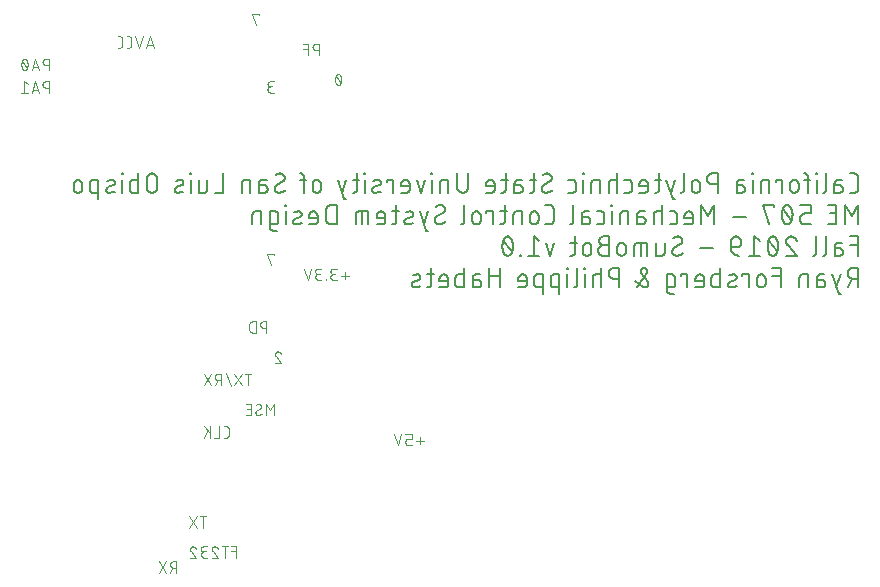
<source format=gbr>
G04 EAGLE Gerber RS-274X export*
G75*
%MOMM*%
%FSLAX34Y34*%
%LPD*%
%INSilkscreen Bottom*%
%IPPOS*%
%AMOC8*
5,1,8,0,0,1.08239X$1,22.5*%
G01*
%ADD10C,0.076200*%
%ADD11C,0.152400*%


D10*
X37719Y514731D02*
X37719Y524129D01*
X35108Y524129D01*
X35007Y524127D01*
X34906Y524121D01*
X34805Y524111D01*
X34705Y524098D01*
X34605Y524080D01*
X34506Y524059D01*
X34408Y524033D01*
X34311Y524004D01*
X34215Y523972D01*
X34121Y523935D01*
X34028Y523895D01*
X33936Y523851D01*
X33847Y523804D01*
X33759Y523753D01*
X33673Y523699D01*
X33590Y523642D01*
X33508Y523582D01*
X33430Y523518D01*
X33353Y523452D01*
X33280Y523382D01*
X33209Y523310D01*
X33141Y523235D01*
X33076Y523157D01*
X33014Y523077D01*
X32955Y522995D01*
X32899Y522910D01*
X32847Y522824D01*
X32798Y522735D01*
X32752Y522644D01*
X32711Y522552D01*
X32672Y522458D01*
X32638Y522363D01*
X32607Y522267D01*
X32580Y522169D01*
X32556Y522071D01*
X32537Y521971D01*
X32521Y521871D01*
X32509Y521771D01*
X32501Y521670D01*
X32497Y521569D01*
X32497Y521467D01*
X32501Y521366D01*
X32509Y521265D01*
X32521Y521165D01*
X32537Y521065D01*
X32556Y520965D01*
X32580Y520867D01*
X32607Y520769D01*
X32638Y520673D01*
X32672Y520578D01*
X32711Y520484D01*
X32752Y520392D01*
X32798Y520301D01*
X32847Y520213D01*
X32899Y520126D01*
X32955Y520041D01*
X33014Y519959D01*
X33076Y519879D01*
X33141Y519801D01*
X33209Y519726D01*
X33280Y519654D01*
X33353Y519584D01*
X33430Y519518D01*
X33508Y519454D01*
X33590Y519394D01*
X33673Y519337D01*
X33759Y519283D01*
X33847Y519232D01*
X33936Y519185D01*
X34028Y519141D01*
X34121Y519101D01*
X34215Y519064D01*
X34311Y519032D01*
X34408Y519003D01*
X34506Y518977D01*
X34605Y518956D01*
X34705Y518938D01*
X34805Y518925D01*
X34906Y518915D01*
X35007Y518909D01*
X35108Y518907D01*
X35108Y518908D02*
X37719Y518908D01*
X29533Y514731D02*
X26401Y524129D01*
X23268Y514731D01*
X24051Y517081D02*
X28750Y517081D01*
X19867Y522041D02*
X17257Y524129D01*
X17257Y514731D01*
X19867Y514731D02*
X14646Y514731D01*
X37719Y533781D02*
X37719Y543179D01*
X35108Y543179D01*
X35007Y543177D01*
X34906Y543171D01*
X34805Y543161D01*
X34705Y543148D01*
X34605Y543130D01*
X34506Y543109D01*
X34408Y543083D01*
X34311Y543054D01*
X34215Y543022D01*
X34121Y542985D01*
X34028Y542945D01*
X33936Y542901D01*
X33847Y542854D01*
X33759Y542803D01*
X33673Y542749D01*
X33590Y542692D01*
X33508Y542632D01*
X33430Y542568D01*
X33353Y542502D01*
X33280Y542432D01*
X33209Y542360D01*
X33141Y542285D01*
X33076Y542207D01*
X33014Y542127D01*
X32955Y542045D01*
X32899Y541960D01*
X32847Y541874D01*
X32798Y541785D01*
X32752Y541694D01*
X32711Y541602D01*
X32672Y541508D01*
X32638Y541413D01*
X32607Y541317D01*
X32580Y541219D01*
X32556Y541121D01*
X32537Y541021D01*
X32521Y540921D01*
X32509Y540821D01*
X32501Y540720D01*
X32497Y540619D01*
X32497Y540517D01*
X32501Y540416D01*
X32509Y540315D01*
X32521Y540215D01*
X32537Y540115D01*
X32556Y540015D01*
X32580Y539917D01*
X32607Y539819D01*
X32638Y539723D01*
X32672Y539628D01*
X32711Y539534D01*
X32752Y539442D01*
X32798Y539351D01*
X32847Y539263D01*
X32899Y539176D01*
X32955Y539091D01*
X33014Y539009D01*
X33076Y538929D01*
X33141Y538851D01*
X33209Y538776D01*
X33280Y538704D01*
X33353Y538634D01*
X33430Y538568D01*
X33508Y538504D01*
X33590Y538444D01*
X33673Y538387D01*
X33759Y538333D01*
X33847Y538282D01*
X33936Y538235D01*
X34028Y538191D01*
X34121Y538151D01*
X34215Y538114D01*
X34311Y538082D01*
X34408Y538053D01*
X34506Y538027D01*
X34605Y538006D01*
X34705Y537988D01*
X34805Y537975D01*
X34906Y537965D01*
X35007Y537959D01*
X35108Y537957D01*
X35108Y537958D02*
X37719Y537958D01*
X29533Y533781D02*
X26401Y543179D01*
X23268Y533781D01*
X24051Y536131D02*
X28750Y536131D01*
X19867Y538480D02*
X19865Y538665D01*
X19858Y538850D01*
X19847Y539034D01*
X19832Y539218D01*
X19812Y539402D01*
X19788Y539586D01*
X19759Y539768D01*
X19726Y539950D01*
X19689Y540131D01*
X19647Y540311D01*
X19601Y540491D01*
X19551Y540669D01*
X19497Y540845D01*
X19438Y541021D01*
X19376Y541195D01*
X19309Y541367D01*
X19238Y541538D01*
X19163Y541707D01*
X19084Y541874D01*
X19085Y541874D02*
X19055Y541954D01*
X19022Y542033D01*
X18985Y542110D01*
X18945Y542186D01*
X18902Y542260D01*
X18856Y542332D01*
X18806Y542401D01*
X18754Y542469D01*
X18698Y542534D01*
X18640Y542597D01*
X18578Y542656D01*
X18515Y542714D01*
X18448Y542768D01*
X18380Y542819D01*
X18309Y542867D01*
X18236Y542912D01*
X18162Y542954D01*
X18085Y542992D01*
X18007Y543027D01*
X17928Y543059D01*
X17847Y543087D01*
X17765Y543111D01*
X17681Y543132D01*
X17598Y543149D01*
X17513Y543162D01*
X17428Y543171D01*
X17343Y543177D01*
X17257Y543179D01*
X17171Y543177D01*
X17086Y543171D01*
X17001Y543162D01*
X16916Y543149D01*
X16833Y543132D01*
X16749Y543111D01*
X16667Y543087D01*
X16587Y543059D01*
X16507Y543027D01*
X16429Y542992D01*
X16352Y542954D01*
X16278Y542912D01*
X16205Y542867D01*
X16134Y542819D01*
X16066Y542768D01*
X15999Y542714D01*
X15936Y542656D01*
X15875Y542597D01*
X15816Y542534D01*
X15761Y542469D01*
X15708Y542401D01*
X15658Y542332D01*
X15612Y542260D01*
X15569Y542186D01*
X15529Y542110D01*
X15492Y542033D01*
X15459Y541954D01*
X15429Y541874D01*
X15350Y541707D01*
X15275Y541538D01*
X15204Y541367D01*
X15137Y541195D01*
X15075Y541021D01*
X15016Y540845D01*
X14962Y540669D01*
X14912Y540491D01*
X14866Y540311D01*
X14824Y540131D01*
X14787Y539950D01*
X14754Y539768D01*
X14725Y539586D01*
X14701Y539402D01*
X14681Y539218D01*
X14666Y539034D01*
X14655Y538850D01*
X14648Y538665D01*
X14646Y538480D01*
X19867Y538480D02*
X19865Y538295D01*
X19858Y538110D01*
X19847Y537926D01*
X19832Y537742D01*
X19812Y537558D01*
X19788Y537374D01*
X19759Y537192D01*
X19726Y537010D01*
X19689Y536829D01*
X19647Y536649D01*
X19601Y536469D01*
X19551Y536291D01*
X19497Y536115D01*
X19438Y535939D01*
X19376Y535765D01*
X19309Y535593D01*
X19238Y535422D01*
X19163Y535253D01*
X19084Y535086D01*
X19085Y535086D02*
X19055Y535006D01*
X19022Y534927D01*
X18985Y534850D01*
X18945Y534774D01*
X18902Y534700D01*
X18856Y534628D01*
X18806Y534559D01*
X18753Y534491D01*
X18698Y534426D01*
X18639Y534363D01*
X18578Y534304D01*
X18515Y534246D01*
X18448Y534192D01*
X18380Y534141D01*
X18309Y534093D01*
X18236Y534048D01*
X18162Y534006D01*
X18085Y533968D01*
X18007Y533933D01*
X17928Y533901D01*
X17847Y533873D01*
X17765Y533849D01*
X17681Y533828D01*
X17598Y533811D01*
X17513Y533798D01*
X17428Y533789D01*
X17343Y533783D01*
X17257Y533781D01*
X15429Y535086D02*
X15350Y535253D01*
X15275Y535422D01*
X15204Y535593D01*
X15137Y535765D01*
X15075Y535939D01*
X15016Y536115D01*
X14962Y536291D01*
X14912Y536469D01*
X14866Y536649D01*
X14824Y536829D01*
X14787Y537010D01*
X14754Y537192D01*
X14725Y537374D01*
X14701Y537558D01*
X14681Y537742D01*
X14666Y537926D01*
X14655Y538110D01*
X14648Y538295D01*
X14646Y538480D01*
X15429Y535086D02*
X15459Y535006D01*
X15492Y534927D01*
X15529Y534850D01*
X15569Y534774D01*
X15612Y534700D01*
X15658Y534628D01*
X15708Y534559D01*
X15761Y534491D01*
X15816Y534426D01*
X15875Y534363D01*
X15936Y534304D01*
X15999Y534246D01*
X16066Y534192D01*
X16134Y534141D01*
X16205Y534093D01*
X16278Y534048D01*
X16352Y534006D01*
X16429Y533968D01*
X16507Y533933D01*
X16587Y533901D01*
X16667Y533873D01*
X16749Y533849D01*
X16833Y533828D01*
X16916Y533811D01*
X17001Y533798D01*
X17086Y533789D01*
X17171Y533783D01*
X17257Y533781D01*
X19345Y535869D02*
X15168Y541091D01*
X123486Y562229D02*
X126619Y552831D01*
X120354Y552831D02*
X123486Y562229D01*
X121137Y555181D02*
X125836Y555181D01*
X117475Y562229D02*
X114342Y552831D01*
X111210Y562229D01*
X105746Y552831D02*
X103658Y552831D01*
X105746Y552831D02*
X105835Y552833D01*
X105923Y552839D01*
X106011Y552848D01*
X106099Y552861D01*
X106186Y552878D01*
X106272Y552898D01*
X106357Y552923D01*
X106442Y552950D01*
X106525Y552982D01*
X106606Y553016D01*
X106686Y553055D01*
X106764Y553096D01*
X106841Y553141D01*
X106915Y553189D01*
X106988Y553240D01*
X107058Y553294D01*
X107125Y553352D01*
X107191Y553412D01*
X107253Y553474D01*
X107313Y553540D01*
X107371Y553607D01*
X107425Y553677D01*
X107476Y553750D01*
X107524Y553824D01*
X107569Y553901D01*
X107610Y553979D01*
X107649Y554059D01*
X107683Y554140D01*
X107715Y554223D01*
X107742Y554308D01*
X107767Y554393D01*
X107787Y554479D01*
X107804Y554566D01*
X107817Y554654D01*
X107826Y554742D01*
X107832Y554830D01*
X107834Y554919D01*
X107835Y554919D02*
X107835Y560141D01*
X107834Y560141D02*
X107832Y560230D01*
X107826Y560318D01*
X107817Y560406D01*
X107804Y560494D01*
X107787Y560581D01*
X107767Y560667D01*
X107742Y560752D01*
X107715Y560837D01*
X107683Y560920D01*
X107649Y561001D01*
X107610Y561081D01*
X107569Y561159D01*
X107524Y561236D01*
X107476Y561310D01*
X107425Y561383D01*
X107371Y561453D01*
X107313Y561520D01*
X107253Y561586D01*
X107191Y561648D01*
X107125Y561708D01*
X107058Y561766D01*
X106988Y561820D01*
X106915Y561871D01*
X106841Y561919D01*
X106764Y561964D01*
X106686Y562005D01*
X106606Y562044D01*
X106525Y562078D01*
X106442Y562110D01*
X106357Y562137D01*
X106272Y562162D01*
X106186Y562182D01*
X106099Y562199D01*
X106011Y562212D01*
X105923Y562221D01*
X105835Y562227D01*
X105746Y562229D01*
X103658Y562229D01*
X98126Y552831D02*
X96038Y552831D01*
X98126Y552831D02*
X98215Y552833D01*
X98303Y552839D01*
X98391Y552848D01*
X98479Y552861D01*
X98566Y552878D01*
X98652Y552898D01*
X98737Y552923D01*
X98822Y552950D01*
X98905Y552982D01*
X98986Y553016D01*
X99066Y553055D01*
X99144Y553096D01*
X99221Y553141D01*
X99295Y553189D01*
X99368Y553240D01*
X99438Y553294D01*
X99505Y553352D01*
X99571Y553412D01*
X99633Y553474D01*
X99693Y553540D01*
X99751Y553607D01*
X99805Y553677D01*
X99856Y553750D01*
X99904Y553824D01*
X99949Y553901D01*
X99990Y553979D01*
X100029Y554059D01*
X100063Y554140D01*
X100095Y554223D01*
X100122Y554308D01*
X100147Y554393D01*
X100167Y554479D01*
X100184Y554566D01*
X100197Y554654D01*
X100206Y554742D01*
X100212Y554830D01*
X100214Y554919D01*
X100215Y554919D02*
X100215Y560141D01*
X100214Y560141D02*
X100212Y560230D01*
X100206Y560318D01*
X100197Y560406D01*
X100184Y560494D01*
X100167Y560581D01*
X100147Y560667D01*
X100122Y560752D01*
X100095Y560837D01*
X100063Y560920D01*
X100029Y561001D01*
X99990Y561081D01*
X99949Y561159D01*
X99904Y561236D01*
X99856Y561310D01*
X99805Y561383D01*
X99751Y561453D01*
X99693Y561520D01*
X99633Y561586D01*
X99571Y561648D01*
X99505Y561708D01*
X99438Y561766D01*
X99368Y561820D01*
X99295Y561871D01*
X99221Y561919D01*
X99144Y561964D01*
X99066Y562005D01*
X98986Y562044D01*
X98905Y562078D01*
X98822Y562110D01*
X98737Y562137D01*
X98652Y562162D01*
X98566Y562182D01*
X98479Y562199D01*
X98391Y562212D01*
X98303Y562221D01*
X98215Y562227D01*
X98126Y562229D01*
X96038Y562229D01*
X266319Y555879D02*
X266319Y546481D01*
X266319Y555879D02*
X263708Y555879D01*
X263607Y555877D01*
X263506Y555871D01*
X263405Y555861D01*
X263305Y555848D01*
X263205Y555830D01*
X263106Y555809D01*
X263008Y555783D01*
X262911Y555754D01*
X262815Y555722D01*
X262721Y555685D01*
X262628Y555645D01*
X262536Y555601D01*
X262447Y555554D01*
X262359Y555503D01*
X262273Y555449D01*
X262190Y555392D01*
X262108Y555332D01*
X262030Y555268D01*
X261953Y555202D01*
X261880Y555132D01*
X261809Y555060D01*
X261741Y554985D01*
X261676Y554907D01*
X261614Y554827D01*
X261555Y554745D01*
X261499Y554660D01*
X261447Y554574D01*
X261398Y554485D01*
X261352Y554394D01*
X261311Y554302D01*
X261272Y554208D01*
X261238Y554113D01*
X261207Y554017D01*
X261180Y553919D01*
X261156Y553821D01*
X261137Y553721D01*
X261121Y553621D01*
X261109Y553521D01*
X261101Y553420D01*
X261097Y553319D01*
X261097Y553217D01*
X261101Y553116D01*
X261109Y553015D01*
X261121Y552915D01*
X261137Y552815D01*
X261156Y552715D01*
X261180Y552617D01*
X261207Y552519D01*
X261238Y552423D01*
X261272Y552328D01*
X261311Y552234D01*
X261352Y552142D01*
X261398Y552051D01*
X261447Y551963D01*
X261499Y551876D01*
X261555Y551791D01*
X261614Y551709D01*
X261676Y551629D01*
X261741Y551551D01*
X261809Y551476D01*
X261880Y551404D01*
X261953Y551334D01*
X262030Y551268D01*
X262108Y551204D01*
X262190Y551144D01*
X262273Y551087D01*
X262359Y551033D01*
X262447Y550982D01*
X262536Y550935D01*
X262628Y550891D01*
X262721Y550851D01*
X262815Y550814D01*
X262911Y550782D01*
X263008Y550753D01*
X263106Y550727D01*
X263205Y550706D01*
X263305Y550688D01*
X263405Y550675D01*
X263506Y550665D01*
X263607Y550659D01*
X263708Y550657D01*
X263708Y550658D02*
X266319Y550658D01*
X257289Y546481D02*
X257289Y555879D01*
X253112Y555879D01*
X253112Y551702D02*
X257289Y551702D01*
X284586Y529174D02*
X284665Y529007D01*
X284740Y528838D01*
X284811Y528667D01*
X284878Y528495D01*
X284940Y528321D01*
X284999Y528145D01*
X285053Y527969D01*
X285103Y527791D01*
X285149Y527611D01*
X285191Y527431D01*
X285228Y527250D01*
X285261Y527068D01*
X285290Y526886D01*
X285314Y526702D01*
X285334Y526518D01*
X285349Y526334D01*
X285360Y526150D01*
X285367Y525965D01*
X285369Y525780D01*
X284586Y529174D02*
X284556Y529254D01*
X284523Y529333D01*
X284486Y529410D01*
X284446Y529486D01*
X284403Y529560D01*
X284357Y529632D01*
X284307Y529701D01*
X284255Y529769D01*
X284199Y529834D01*
X284141Y529897D01*
X284079Y529956D01*
X284016Y530014D01*
X283949Y530068D01*
X283881Y530119D01*
X283810Y530167D01*
X283737Y530212D01*
X283663Y530254D01*
X283586Y530292D01*
X283508Y530327D01*
X283429Y530359D01*
X283348Y530387D01*
X283266Y530411D01*
X283182Y530432D01*
X283099Y530449D01*
X283014Y530462D01*
X282929Y530471D01*
X282844Y530477D01*
X282758Y530479D01*
X282672Y530477D01*
X282587Y530471D01*
X282502Y530462D01*
X282417Y530449D01*
X282334Y530432D01*
X282250Y530411D01*
X282168Y530387D01*
X282088Y530359D01*
X282008Y530327D01*
X281930Y530292D01*
X281853Y530254D01*
X281779Y530212D01*
X281706Y530167D01*
X281635Y530119D01*
X281567Y530068D01*
X281500Y530014D01*
X281437Y529956D01*
X281376Y529897D01*
X281317Y529834D01*
X281262Y529769D01*
X281209Y529701D01*
X281159Y529632D01*
X281113Y529560D01*
X281070Y529486D01*
X281030Y529410D01*
X280993Y529333D01*
X280960Y529254D01*
X280930Y529174D01*
X280931Y529174D02*
X280852Y529007D01*
X280777Y528838D01*
X280706Y528667D01*
X280639Y528495D01*
X280577Y528321D01*
X280518Y528145D01*
X280464Y527969D01*
X280414Y527791D01*
X280368Y527611D01*
X280326Y527431D01*
X280289Y527250D01*
X280256Y527068D01*
X280227Y526886D01*
X280203Y526702D01*
X280183Y526518D01*
X280168Y526334D01*
X280157Y526150D01*
X280150Y525965D01*
X280148Y525780D01*
X285369Y525780D02*
X285367Y525595D01*
X285360Y525410D01*
X285349Y525226D01*
X285334Y525042D01*
X285314Y524858D01*
X285290Y524674D01*
X285261Y524492D01*
X285228Y524310D01*
X285191Y524129D01*
X285149Y523949D01*
X285103Y523769D01*
X285053Y523591D01*
X284999Y523415D01*
X284940Y523239D01*
X284878Y523065D01*
X284811Y522893D01*
X284740Y522722D01*
X284665Y522553D01*
X284586Y522386D01*
X284556Y522306D01*
X284523Y522227D01*
X284486Y522150D01*
X284446Y522074D01*
X284403Y522000D01*
X284357Y521928D01*
X284307Y521859D01*
X284254Y521791D01*
X284199Y521726D01*
X284140Y521663D01*
X284079Y521604D01*
X284016Y521546D01*
X283949Y521492D01*
X283881Y521441D01*
X283810Y521393D01*
X283737Y521348D01*
X283663Y521306D01*
X283586Y521268D01*
X283508Y521233D01*
X283429Y521201D01*
X283348Y521173D01*
X283266Y521149D01*
X283182Y521128D01*
X283099Y521111D01*
X283014Y521098D01*
X282929Y521089D01*
X282844Y521083D01*
X282758Y521081D01*
X280931Y522386D02*
X280852Y522553D01*
X280777Y522722D01*
X280706Y522893D01*
X280639Y523065D01*
X280577Y523239D01*
X280518Y523415D01*
X280464Y523591D01*
X280414Y523769D01*
X280368Y523949D01*
X280326Y524129D01*
X280289Y524310D01*
X280256Y524492D01*
X280227Y524674D01*
X280203Y524858D01*
X280183Y525042D01*
X280168Y525226D01*
X280157Y525410D01*
X280150Y525595D01*
X280148Y525780D01*
X280930Y522386D02*
X280960Y522306D01*
X280993Y522227D01*
X281030Y522150D01*
X281070Y522074D01*
X281113Y522000D01*
X281159Y521928D01*
X281209Y521859D01*
X281262Y521791D01*
X281317Y521726D01*
X281376Y521663D01*
X281437Y521604D01*
X281500Y521546D01*
X281567Y521492D01*
X281635Y521441D01*
X281706Y521393D01*
X281779Y521348D01*
X281853Y521306D01*
X281930Y521268D01*
X282008Y521233D01*
X282088Y521201D01*
X282168Y521173D01*
X282250Y521149D01*
X282334Y521128D01*
X282417Y521111D01*
X282502Y521098D01*
X282587Y521089D01*
X282672Y521083D01*
X282758Y521081D01*
X284847Y523169D02*
X280670Y528391D01*
X215519Y580235D02*
X215519Y581279D01*
X210298Y581279D01*
X212908Y571881D01*
X225608Y514731D02*
X228219Y514731D01*
X225608Y514731D02*
X225507Y514733D01*
X225406Y514739D01*
X225305Y514749D01*
X225205Y514762D01*
X225105Y514780D01*
X225006Y514801D01*
X224908Y514827D01*
X224811Y514856D01*
X224715Y514888D01*
X224621Y514925D01*
X224528Y514965D01*
X224436Y515009D01*
X224347Y515056D01*
X224259Y515107D01*
X224173Y515161D01*
X224090Y515218D01*
X224008Y515278D01*
X223930Y515342D01*
X223853Y515408D01*
X223780Y515478D01*
X223709Y515550D01*
X223641Y515625D01*
X223576Y515703D01*
X223514Y515783D01*
X223455Y515865D01*
X223399Y515950D01*
X223347Y516037D01*
X223298Y516125D01*
X223252Y516216D01*
X223211Y516308D01*
X223172Y516402D01*
X223138Y516497D01*
X223107Y516593D01*
X223080Y516691D01*
X223056Y516789D01*
X223037Y516889D01*
X223021Y516989D01*
X223009Y517089D01*
X223001Y517190D01*
X222997Y517291D01*
X222997Y517393D01*
X223001Y517494D01*
X223009Y517595D01*
X223021Y517695D01*
X223037Y517795D01*
X223056Y517895D01*
X223080Y517993D01*
X223107Y518091D01*
X223138Y518187D01*
X223172Y518282D01*
X223211Y518376D01*
X223252Y518468D01*
X223298Y518559D01*
X223347Y518648D01*
X223399Y518734D01*
X223455Y518819D01*
X223514Y518901D01*
X223576Y518981D01*
X223641Y519059D01*
X223709Y519134D01*
X223780Y519206D01*
X223853Y519276D01*
X223930Y519342D01*
X224008Y519406D01*
X224090Y519466D01*
X224173Y519523D01*
X224259Y519577D01*
X224347Y519628D01*
X224436Y519675D01*
X224528Y519719D01*
X224621Y519759D01*
X224715Y519796D01*
X224811Y519828D01*
X224908Y519857D01*
X225006Y519883D01*
X225105Y519904D01*
X225205Y519922D01*
X225305Y519935D01*
X225406Y519945D01*
X225507Y519951D01*
X225608Y519953D01*
X225086Y524129D02*
X228219Y524129D01*
X225086Y524129D02*
X224996Y524127D01*
X224907Y524121D01*
X224817Y524112D01*
X224728Y524098D01*
X224640Y524081D01*
X224553Y524060D01*
X224466Y524035D01*
X224381Y524006D01*
X224297Y523974D01*
X224215Y523939D01*
X224134Y523899D01*
X224055Y523857D01*
X223978Y523811D01*
X223903Y523761D01*
X223830Y523709D01*
X223759Y523653D01*
X223691Y523595D01*
X223626Y523533D01*
X223563Y523469D01*
X223503Y523402D01*
X223446Y523333D01*
X223392Y523261D01*
X223341Y523187D01*
X223293Y523111D01*
X223249Y523033D01*
X223208Y522953D01*
X223170Y522871D01*
X223136Y522788D01*
X223106Y522703D01*
X223079Y522617D01*
X223056Y522531D01*
X223037Y522443D01*
X223022Y522354D01*
X223010Y522265D01*
X223002Y522176D01*
X222998Y522086D01*
X222998Y521996D01*
X223002Y521906D01*
X223010Y521817D01*
X223022Y521728D01*
X223037Y521639D01*
X223056Y521551D01*
X223079Y521465D01*
X223106Y521379D01*
X223136Y521294D01*
X223170Y521211D01*
X223208Y521129D01*
X223249Y521049D01*
X223293Y520971D01*
X223341Y520895D01*
X223392Y520821D01*
X223446Y520749D01*
X223503Y520680D01*
X223563Y520613D01*
X223626Y520549D01*
X223691Y520487D01*
X223759Y520429D01*
X223830Y520373D01*
X223903Y520321D01*
X223978Y520271D01*
X224055Y520225D01*
X224134Y520183D01*
X224215Y520143D01*
X224297Y520108D01*
X224381Y520076D01*
X224466Y520047D01*
X224553Y520022D01*
X224640Y520001D01*
X224728Y519984D01*
X224817Y519970D01*
X224907Y519961D01*
X224996Y519955D01*
X225086Y519953D01*
X225086Y519952D02*
X227175Y519952D01*
X221869Y320929D02*
X221869Y311531D01*
X221869Y320929D02*
X219258Y320929D01*
X219157Y320927D01*
X219056Y320921D01*
X218955Y320911D01*
X218855Y320898D01*
X218755Y320880D01*
X218656Y320859D01*
X218558Y320833D01*
X218461Y320804D01*
X218365Y320772D01*
X218271Y320735D01*
X218178Y320695D01*
X218086Y320651D01*
X217997Y320604D01*
X217909Y320553D01*
X217823Y320499D01*
X217740Y320442D01*
X217658Y320382D01*
X217580Y320318D01*
X217503Y320252D01*
X217430Y320182D01*
X217359Y320110D01*
X217291Y320035D01*
X217226Y319957D01*
X217164Y319877D01*
X217105Y319795D01*
X217049Y319710D01*
X216997Y319624D01*
X216948Y319535D01*
X216902Y319444D01*
X216861Y319352D01*
X216822Y319258D01*
X216788Y319163D01*
X216757Y319067D01*
X216730Y318969D01*
X216706Y318871D01*
X216687Y318771D01*
X216671Y318671D01*
X216659Y318571D01*
X216651Y318470D01*
X216647Y318369D01*
X216647Y318267D01*
X216651Y318166D01*
X216659Y318065D01*
X216671Y317965D01*
X216687Y317865D01*
X216706Y317765D01*
X216730Y317667D01*
X216757Y317569D01*
X216788Y317473D01*
X216822Y317378D01*
X216861Y317284D01*
X216902Y317192D01*
X216948Y317101D01*
X216997Y317013D01*
X217049Y316926D01*
X217105Y316841D01*
X217164Y316759D01*
X217226Y316679D01*
X217291Y316601D01*
X217359Y316526D01*
X217430Y316454D01*
X217503Y316384D01*
X217580Y316318D01*
X217658Y316254D01*
X217740Y316194D01*
X217823Y316137D01*
X217909Y316083D01*
X217997Y316032D01*
X218086Y315985D01*
X218178Y315941D01*
X218271Y315901D01*
X218365Y315864D01*
X218461Y315832D01*
X218558Y315803D01*
X218656Y315777D01*
X218755Y315756D01*
X218855Y315738D01*
X218955Y315725D01*
X219056Y315715D01*
X219157Y315709D01*
X219258Y315707D01*
X219258Y315708D02*
X221869Y315708D01*
X212856Y311531D02*
X212856Y320929D01*
X210246Y320929D01*
X210146Y320927D01*
X210046Y320921D01*
X209947Y320912D01*
X209847Y320898D01*
X209749Y320881D01*
X209651Y320860D01*
X209554Y320836D01*
X209458Y320807D01*
X209363Y320775D01*
X209270Y320740D01*
X209178Y320701D01*
X209087Y320658D01*
X208999Y320612D01*
X208912Y320562D01*
X208827Y320510D01*
X208744Y320454D01*
X208663Y320395D01*
X208585Y320332D01*
X208509Y320267D01*
X208435Y320199D01*
X208365Y320129D01*
X208297Y320055D01*
X208232Y319979D01*
X208169Y319901D01*
X208110Y319820D01*
X208054Y319737D01*
X208002Y319652D01*
X207952Y319565D01*
X207906Y319477D01*
X207863Y319386D01*
X207824Y319294D01*
X207789Y319201D01*
X207757Y319106D01*
X207728Y319010D01*
X207704Y318913D01*
X207683Y318815D01*
X207666Y318717D01*
X207652Y318617D01*
X207643Y318518D01*
X207637Y318418D01*
X207635Y318318D01*
X207635Y314142D01*
X207637Y314042D01*
X207643Y313942D01*
X207652Y313843D01*
X207666Y313743D01*
X207683Y313645D01*
X207704Y313547D01*
X207728Y313450D01*
X207757Y313354D01*
X207789Y313259D01*
X207824Y313166D01*
X207863Y313074D01*
X207906Y312983D01*
X207952Y312895D01*
X208002Y312808D01*
X208054Y312723D01*
X208110Y312640D01*
X208169Y312559D01*
X208232Y312481D01*
X208297Y312405D01*
X208365Y312331D01*
X208435Y312261D01*
X208509Y312193D01*
X208585Y312128D01*
X208663Y312065D01*
X208744Y312006D01*
X208827Y311950D01*
X208912Y311898D01*
X208999Y311848D01*
X209087Y311802D01*
X209178Y311759D01*
X209270Y311720D01*
X209363Y311685D01*
X209458Y311653D01*
X209554Y311624D01*
X209651Y311600D01*
X209749Y311579D01*
X209847Y311562D01*
X209947Y311548D01*
X210046Y311539D01*
X210146Y311533D01*
X210246Y311531D01*
X212856Y311531D01*
X228219Y377035D02*
X228219Y378079D01*
X222998Y378079D01*
X225608Y368681D01*
X231697Y295530D02*
X231602Y295528D01*
X231508Y295522D01*
X231414Y295513D01*
X231320Y295500D01*
X231227Y295483D01*
X231135Y295462D01*
X231043Y295437D01*
X230953Y295409D01*
X230864Y295377D01*
X230776Y295342D01*
X230690Y295303D01*
X230605Y295261D01*
X230522Y295215D01*
X230441Y295166D01*
X230362Y295114D01*
X230285Y295059D01*
X230211Y295000D01*
X230139Y294939D01*
X230069Y294875D01*
X230002Y294808D01*
X229938Y294738D01*
X229877Y294666D01*
X229818Y294592D01*
X229763Y294515D01*
X229711Y294436D01*
X229662Y294355D01*
X229616Y294272D01*
X229574Y294187D01*
X229535Y294101D01*
X229500Y294013D01*
X229468Y293924D01*
X229440Y293834D01*
X229415Y293742D01*
X229394Y293650D01*
X229377Y293557D01*
X229364Y293463D01*
X229355Y293369D01*
X229349Y293275D01*
X229347Y293180D01*
X231697Y295529D02*
X231805Y295527D01*
X231914Y295521D01*
X232022Y295511D01*
X232129Y295498D01*
X232236Y295480D01*
X232343Y295459D01*
X232448Y295434D01*
X232553Y295405D01*
X232656Y295373D01*
X232758Y295336D01*
X232859Y295296D01*
X232958Y295253D01*
X233056Y295206D01*
X233152Y295155D01*
X233246Y295101D01*
X233338Y295044D01*
X233428Y294983D01*
X233516Y294919D01*
X233601Y294853D01*
X233684Y294783D01*
X233764Y294710D01*
X233842Y294634D01*
X233917Y294556D01*
X233989Y294475D01*
X234058Y294391D01*
X234124Y294305D01*
X234187Y294217D01*
X234246Y294126D01*
X234303Y294034D01*
X234356Y293939D01*
X234405Y293842D01*
X234451Y293744D01*
X234494Y293645D01*
X234533Y293543D01*
X234568Y293441D01*
X230131Y291352D02*
X230062Y291421D01*
X229996Y291492D01*
X229932Y291565D01*
X229871Y291641D01*
X229813Y291720D01*
X229759Y291800D01*
X229707Y291883D01*
X229659Y291967D01*
X229613Y292053D01*
X229572Y292141D01*
X229533Y292231D01*
X229498Y292322D01*
X229467Y292414D01*
X229439Y292507D01*
X229415Y292601D01*
X229395Y292696D01*
X229378Y292792D01*
X229365Y292889D01*
X229356Y292986D01*
X229350Y293083D01*
X229348Y293180D01*
X230131Y291352D02*
X234569Y286131D01*
X229348Y286131D01*
X228219Y251079D02*
X228219Y241681D01*
X225086Y245858D02*
X228219Y251079D01*
X225086Y245858D02*
X221954Y251079D01*
X221954Y241681D01*
X214811Y241681D02*
X214722Y241683D01*
X214634Y241689D01*
X214546Y241698D01*
X214458Y241711D01*
X214371Y241728D01*
X214285Y241748D01*
X214200Y241773D01*
X214115Y241800D01*
X214032Y241832D01*
X213951Y241866D01*
X213871Y241905D01*
X213793Y241946D01*
X213716Y241991D01*
X213642Y242039D01*
X213569Y242090D01*
X213499Y242144D01*
X213432Y242202D01*
X213366Y242262D01*
X213304Y242324D01*
X213244Y242390D01*
X213186Y242457D01*
X213132Y242527D01*
X213081Y242600D01*
X213033Y242674D01*
X212988Y242751D01*
X212947Y242829D01*
X212908Y242909D01*
X212874Y242990D01*
X212842Y243073D01*
X212815Y243158D01*
X212790Y243243D01*
X212770Y243329D01*
X212753Y243416D01*
X212740Y243504D01*
X212731Y243592D01*
X212725Y243680D01*
X212723Y243769D01*
X214811Y241681D02*
X214940Y241683D01*
X215069Y241689D01*
X215198Y241698D01*
X215326Y241711D01*
X215454Y241728D01*
X215581Y241749D01*
X215708Y241773D01*
X215834Y241801D01*
X215959Y241833D01*
X216083Y241868D01*
X216206Y241907D01*
X216328Y241950D01*
X216448Y241996D01*
X216567Y242046D01*
X216685Y242099D01*
X216801Y242155D01*
X216915Y242215D01*
X217028Y242278D01*
X217138Y242345D01*
X217247Y242414D01*
X217353Y242487D01*
X217458Y242563D01*
X217560Y242642D01*
X217660Y242724D01*
X217757Y242808D01*
X217852Y242896D01*
X217944Y242986D01*
X217682Y248991D02*
X217680Y249080D01*
X217674Y249168D01*
X217665Y249256D01*
X217652Y249344D01*
X217635Y249431D01*
X217615Y249517D01*
X217590Y249602D01*
X217563Y249687D01*
X217531Y249770D01*
X217497Y249851D01*
X217458Y249931D01*
X217417Y250009D01*
X217372Y250086D01*
X217324Y250160D01*
X217273Y250233D01*
X217219Y250303D01*
X217161Y250370D01*
X217101Y250436D01*
X217039Y250498D01*
X216973Y250558D01*
X216906Y250616D01*
X216836Y250670D01*
X216763Y250721D01*
X216689Y250769D01*
X216612Y250814D01*
X216534Y250855D01*
X216454Y250894D01*
X216373Y250928D01*
X216290Y250960D01*
X216205Y250987D01*
X216120Y251012D01*
X216034Y251032D01*
X215947Y251049D01*
X215859Y251062D01*
X215771Y251071D01*
X215683Y251077D01*
X215594Y251079D01*
X215474Y251077D01*
X215354Y251072D01*
X215235Y251062D01*
X215115Y251050D01*
X214996Y251033D01*
X214878Y251013D01*
X214760Y250989D01*
X214644Y250962D01*
X214528Y250931D01*
X214413Y250897D01*
X214299Y250859D01*
X214186Y250817D01*
X214075Y250772D01*
X213965Y250724D01*
X213857Y250673D01*
X213750Y250618D01*
X213645Y250560D01*
X213542Y250498D01*
X213441Y250434D01*
X213341Y250366D01*
X213244Y250296D01*
X216638Y247164D02*
X216716Y247212D01*
X216792Y247264D01*
X216865Y247318D01*
X216936Y247376D01*
X217005Y247437D01*
X217071Y247501D01*
X217134Y247568D01*
X217194Y247637D01*
X217251Y247709D01*
X217305Y247783D01*
X217355Y247860D01*
X217403Y247939D01*
X217446Y248019D01*
X217487Y248102D01*
X217523Y248186D01*
X217556Y248271D01*
X217585Y248358D01*
X217611Y248447D01*
X217633Y248536D01*
X217650Y248626D01*
X217664Y248716D01*
X217674Y248808D01*
X217680Y248899D01*
X217682Y248991D01*
X213766Y245596D02*
X213688Y245548D01*
X213612Y245496D01*
X213539Y245442D01*
X213468Y245384D01*
X213399Y245323D01*
X213333Y245259D01*
X213270Y245192D01*
X213210Y245123D01*
X213153Y245051D01*
X213099Y244977D01*
X213049Y244900D01*
X213001Y244821D01*
X212958Y244741D01*
X212917Y244658D01*
X212881Y244574D01*
X212848Y244489D01*
X212819Y244402D01*
X212793Y244313D01*
X212771Y244224D01*
X212754Y244134D01*
X212740Y244044D01*
X212730Y243952D01*
X212724Y243861D01*
X212722Y243769D01*
X213766Y245597D02*
X216638Y247163D01*
X208782Y241681D02*
X204605Y241681D01*
X208782Y241681D02*
X208782Y251079D01*
X204605Y251079D01*
X205649Y246902D02*
X208782Y246902D01*
X206558Y267081D02*
X206558Y276479D01*
X203948Y276479D02*
X209169Y276479D01*
X201157Y267081D02*
X194891Y276479D01*
X201157Y276479D02*
X194891Y267081D01*
X191883Y266037D02*
X187706Y277523D01*
X183814Y276479D02*
X183814Y267081D01*
X183814Y276479D02*
X181203Y276479D01*
X181102Y276477D01*
X181001Y276471D01*
X180900Y276461D01*
X180800Y276448D01*
X180700Y276430D01*
X180601Y276409D01*
X180503Y276383D01*
X180406Y276354D01*
X180310Y276322D01*
X180216Y276285D01*
X180123Y276245D01*
X180031Y276201D01*
X179942Y276154D01*
X179854Y276103D01*
X179768Y276049D01*
X179685Y275992D01*
X179603Y275932D01*
X179525Y275868D01*
X179448Y275802D01*
X179375Y275732D01*
X179304Y275660D01*
X179236Y275585D01*
X179171Y275507D01*
X179109Y275427D01*
X179050Y275345D01*
X178994Y275260D01*
X178942Y275174D01*
X178893Y275085D01*
X178847Y274994D01*
X178806Y274902D01*
X178767Y274808D01*
X178733Y274713D01*
X178702Y274617D01*
X178675Y274519D01*
X178651Y274421D01*
X178632Y274321D01*
X178616Y274221D01*
X178604Y274121D01*
X178596Y274020D01*
X178592Y273919D01*
X178592Y273817D01*
X178596Y273716D01*
X178604Y273615D01*
X178616Y273515D01*
X178632Y273415D01*
X178651Y273315D01*
X178675Y273217D01*
X178702Y273119D01*
X178733Y273023D01*
X178767Y272928D01*
X178806Y272834D01*
X178847Y272742D01*
X178893Y272651D01*
X178942Y272563D01*
X178994Y272476D01*
X179050Y272391D01*
X179109Y272309D01*
X179171Y272229D01*
X179236Y272151D01*
X179304Y272076D01*
X179375Y272004D01*
X179448Y271934D01*
X179525Y271868D01*
X179603Y271804D01*
X179685Y271744D01*
X179768Y271687D01*
X179854Y271633D01*
X179942Y271582D01*
X180031Y271535D01*
X180123Y271491D01*
X180216Y271451D01*
X180310Y271414D01*
X180406Y271382D01*
X180503Y271353D01*
X180601Y271327D01*
X180700Y271306D01*
X180800Y271288D01*
X180900Y271275D01*
X181001Y271265D01*
X181102Y271259D01*
X181203Y271257D01*
X181203Y271258D02*
X183814Y271258D01*
X180681Y271258D02*
X178593Y267081D01*
X175249Y267081D02*
X168984Y276479D01*
X175249Y276479D02*
X168984Y267081D01*
X185942Y222631D02*
X188031Y222631D01*
X188120Y222633D01*
X188208Y222639D01*
X188296Y222648D01*
X188384Y222661D01*
X188471Y222678D01*
X188557Y222698D01*
X188642Y222723D01*
X188727Y222750D01*
X188810Y222782D01*
X188891Y222816D01*
X188971Y222855D01*
X189049Y222896D01*
X189126Y222941D01*
X189200Y222989D01*
X189273Y223040D01*
X189343Y223094D01*
X189410Y223152D01*
X189476Y223212D01*
X189538Y223274D01*
X189598Y223340D01*
X189656Y223407D01*
X189710Y223477D01*
X189761Y223550D01*
X189809Y223624D01*
X189854Y223701D01*
X189895Y223779D01*
X189934Y223859D01*
X189968Y223940D01*
X190000Y224023D01*
X190027Y224108D01*
X190052Y224193D01*
X190072Y224279D01*
X190089Y224366D01*
X190102Y224454D01*
X190111Y224542D01*
X190117Y224630D01*
X190119Y224719D01*
X190119Y229941D01*
X190117Y230030D01*
X190111Y230118D01*
X190102Y230206D01*
X190089Y230294D01*
X190072Y230381D01*
X190052Y230467D01*
X190027Y230552D01*
X190000Y230637D01*
X189968Y230720D01*
X189934Y230801D01*
X189895Y230881D01*
X189854Y230959D01*
X189809Y231036D01*
X189761Y231110D01*
X189710Y231183D01*
X189656Y231253D01*
X189598Y231320D01*
X189538Y231386D01*
X189476Y231448D01*
X189410Y231508D01*
X189343Y231566D01*
X189273Y231620D01*
X189200Y231671D01*
X189126Y231719D01*
X189049Y231764D01*
X188971Y231805D01*
X188891Y231844D01*
X188810Y231878D01*
X188727Y231910D01*
X188642Y231937D01*
X188557Y231962D01*
X188471Y231982D01*
X188384Y231999D01*
X188296Y232012D01*
X188208Y232021D01*
X188120Y232027D01*
X188031Y232029D01*
X185942Y232029D01*
X182151Y232029D02*
X182151Y222631D01*
X177974Y222631D01*
X174113Y222631D02*
X174113Y232029D01*
X168891Y232029D02*
X174113Y226286D01*
X172024Y228374D02*
X168891Y222631D01*
X196469Y130429D02*
X196469Y121031D01*
X196469Y130429D02*
X192292Y130429D01*
X192292Y126252D02*
X196469Y126252D01*
X186866Y130429D02*
X186866Y121031D01*
X189476Y130429D02*
X184255Y130429D01*
X178070Y130430D02*
X177975Y130428D01*
X177881Y130422D01*
X177787Y130413D01*
X177693Y130400D01*
X177600Y130383D01*
X177508Y130362D01*
X177416Y130337D01*
X177326Y130309D01*
X177237Y130277D01*
X177149Y130242D01*
X177063Y130203D01*
X176978Y130161D01*
X176895Y130115D01*
X176814Y130066D01*
X176735Y130014D01*
X176658Y129959D01*
X176584Y129900D01*
X176512Y129839D01*
X176442Y129775D01*
X176375Y129708D01*
X176311Y129638D01*
X176250Y129566D01*
X176191Y129492D01*
X176136Y129415D01*
X176084Y129336D01*
X176035Y129255D01*
X175989Y129172D01*
X175947Y129087D01*
X175908Y129001D01*
X175873Y128913D01*
X175841Y128824D01*
X175813Y128734D01*
X175788Y128642D01*
X175767Y128550D01*
X175750Y128457D01*
X175737Y128363D01*
X175728Y128269D01*
X175722Y128175D01*
X175720Y128080D01*
X178070Y130429D02*
X178178Y130427D01*
X178287Y130421D01*
X178395Y130411D01*
X178502Y130398D01*
X178609Y130380D01*
X178716Y130359D01*
X178821Y130334D01*
X178926Y130305D01*
X179029Y130273D01*
X179131Y130236D01*
X179232Y130196D01*
X179331Y130153D01*
X179429Y130106D01*
X179525Y130055D01*
X179619Y130001D01*
X179711Y129944D01*
X179801Y129883D01*
X179889Y129819D01*
X179974Y129753D01*
X180057Y129683D01*
X180137Y129610D01*
X180215Y129534D01*
X180290Y129456D01*
X180362Y129375D01*
X180431Y129291D01*
X180497Y129205D01*
X180560Y129117D01*
X180619Y129026D01*
X180676Y128934D01*
X180729Y128839D01*
X180778Y128742D01*
X180824Y128644D01*
X180867Y128545D01*
X180906Y128443D01*
X180941Y128341D01*
X176503Y126252D02*
X176434Y126321D01*
X176368Y126392D01*
X176304Y126465D01*
X176243Y126541D01*
X176185Y126620D01*
X176131Y126700D01*
X176079Y126783D01*
X176031Y126867D01*
X175985Y126953D01*
X175944Y127041D01*
X175905Y127131D01*
X175870Y127222D01*
X175839Y127314D01*
X175811Y127407D01*
X175787Y127501D01*
X175767Y127596D01*
X175750Y127692D01*
X175737Y127789D01*
X175728Y127886D01*
X175722Y127983D01*
X175720Y128080D01*
X176504Y126252D02*
X180942Y121031D01*
X175721Y121031D01*
X171798Y121031D02*
X169187Y121031D01*
X169086Y121033D01*
X168985Y121039D01*
X168884Y121049D01*
X168784Y121062D01*
X168684Y121080D01*
X168585Y121101D01*
X168487Y121127D01*
X168390Y121156D01*
X168294Y121188D01*
X168200Y121225D01*
X168107Y121265D01*
X168015Y121309D01*
X167926Y121356D01*
X167838Y121407D01*
X167752Y121461D01*
X167669Y121518D01*
X167587Y121578D01*
X167509Y121642D01*
X167432Y121708D01*
X167359Y121778D01*
X167288Y121850D01*
X167220Y121925D01*
X167155Y122003D01*
X167093Y122083D01*
X167034Y122165D01*
X166978Y122250D01*
X166926Y122337D01*
X166877Y122425D01*
X166831Y122516D01*
X166790Y122608D01*
X166751Y122702D01*
X166717Y122797D01*
X166686Y122893D01*
X166659Y122991D01*
X166635Y123089D01*
X166616Y123189D01*
X166600Y123289D01*
X166588Y123389D01*
X166580Y123490D01*
X166576Y123591D01*
X166576Y123693D01*
X166580Y123794D01*
X166588Y123895D01*
X166600Y123995D01*
X166616Y124095D01*
X166635Y124195D01*
X166659Y124293D01*
X166686Y124391D01*
X166717Y124487D01*
X166751Y124582D01*
X166790Y124676D01*
X166831Y124768D01*
X166877Y124859D01*
X166926Y124948D01*
X166978Y125034D01*
X167034Y125119D01*
X167093Y125201D01*
X167155Y125281D01*
X167220Y125359D01*
X167288Y125434D01*
X167359Y125506D01*
X167432Y125576D01*
X167509Y125642D01*
X167587Y125706D01*
X167669Y125766D01*
X167752Y125823D01*
X167838Y125877D01*
X167926Y125928D01*
X168015Y125975D01*
X168107Y126019D01*
X168200Y126059D01*
X168294Y126096D01*
X168390Y126128D01*
X168487Y126157D01*
X168585Y126183D01*
X168684Y126204D01*
X168784Y126222D01*
X168884Y126235D01*
X168985Y126245D01*
X169086Y126251D01*
X169187Y126253D01*
X168665Y130429D02*
X171798Y130429D01*
X168665Y130429D02*
X168575Y130427D01*
X168486Y130421D01*
X168396Y130412D01*
X168307Y130398D01*
X168219Y130381D01*
X168132Y130360D01*
X168045Y130335D01*
X167960Y130306D01*
X167876Y130274D01*
X167794Y130239D01*
X167713Y130199D01*
X167634Y130157D01*
X167557Y130111D01*
X167482Y130061D01*
X167409Y130009D01*
X167338Y129953D01*
X167270Y129895D01*
X167205Y129833D01*
X167142Y129769D01*
X167082Y129702D01*
X167025Y129633D01*
X166971Y129561D01*
X166920Y129487D01*
X166872Y129411D01*
X166828Y129333D01*
X166787Y129253D01*
X166749Y129171D01*
X166715Y129088D01*
X166685Y129003D01*
X166658Y128917D01*
X166635Y128831D01*
X166616Y128743D01*
X166601Y128654D01*
X166589Y128565D01*
X166581Y128476D01*
X166577Y128386D01*
X166577Y128296D01*
X166581Y128206D01*
X166589Y128117D01*
X166601Y128028D01*
X166616Y127939D01*
X166635Y127851D01*
X166658Y127765D01*
X166685Y127679D01*
X166715Y127594D01*
X166749Y127511D01*
X166787Y127429D01*
X166828Y127349D01*
X166872Y127271D01*
X166920Y127195D01*
X166971Y127121D01*
X167025Y127049D01*
X167082Y126980D01*
X167142Y126913D01*
X167205Y126849D01*
X167270Y126787D01*
X167338Y126729D01*
X167409Y126673D01*
X167482Y126621D01*
X167557Y126571D01*
X167634Y126525D01*
X167713Y126483D01*
X167794Y126443D01*
X167876Y126408D01*
X167960Y126376D01*
X168045Y126347D01*
X168132Y126322D01*
X168219Y126301D01*
X168307Y126284D01*
X168396Y126270D01*
X168486Y126261D01*
X168575Y126255D01*
X168665Y126253D01*
X168665Y126252D02*
X170754Y126252D01*
X159782Y130430D02*
X159687Y130428D01*
X159593Y130422D01*
X159499Y130413D01*
X159405Y130400D01*
X159312Y130383D01*
X159220Y130362D01*
X159128Y130337D01*
X159038Y130309D01*
X158949Y130277D01*
X158861Y130242D01*
X158775Y130203D01*
X158690Y130161D01*
X158607Y130115D01*
X158526Y130066D01*
X158447Y130014D01*
X158370Y129959D01*
X158296Y129900D01*
X158224Y129839D01*
X158154Y129775D01*
X158087Y129708D01*
X158023Y129638D01*
X157962Y129566D01*
X157903Y129492D01*
X157848Y129415D01*
X157796Y129336D01*
X157747Y129255D01*
X157701Y129172D01*
X157659Y129087D01*
X157620Y129001D01*
X157585Y128913D01*
X157553Y128824D01*
X157525Y128734D01*
X157500Y128642D01*
X157479Y128550D01*
X157462Y128457D01*
X157449Y128363D01*
X157440Y128269D01*
X157434Y128175D01*
X157432Y128080D01*
X159782Y130429D02*
X159890Y130427D01*
X159999Y130421D01*
X160107Y130411D01*
X160214Y130398D01*
X160321Y130380D01*
X160428Y130359D01*
X160533Y130334D01*
X160638Y130305D01*
X160741Y130273D01*
X160843Y130236D01*
X160944Y130196D01*
X161043Y130153D01*
X161141Y130106D01*
X161237Y130055D01*
X161331Y130001D01*
X161423Y129944D01*
X161513Y129883D01*
X161601Y129819D01*
X161686Y129753D01*
X161769Y129683D01*
X161849Y129610D01*
X161927Y129534D01*
X162002Y129456D01*
X162074Y129375D01*
X162143Y129291D01*
X162209Y129205D01*
X162272Y129117D01*
X162331Y129026D01*
X162388Y128934D01*
X162441Y128839D01*
X162490Y128742D01*
X162536Y128644D01*
X162579Y128545D01*
X162618Y128443D01*
X162653Y128341D01*
X158215Y126252D02*
X158146Y126321D01*
X158080Y126392D01*
X158016Y126465D01*
X157955Y126541D01*
X157897Y126620D01*
X157843Y126700D01*
X157791Y126783D01*
X157743Y126867D01*
X157697Y126953D01*
X157656Y127041D01*
X157617Y127131D01*
X157582Y127222D01*
X157551Y127314D01*
X157523Y127407D01*
X157499Y127501D01*
X157479Y127596D01*
X157462Y127692D01*
X157449Y127789D01*
X157440Y127886D01*
X157434Y127983D01*
X157432Y128080D01*
X158216Y126252D02*
X162654Y121031D01*
X157433Y121031D01*
X168458Y146431D02*
X168458Y155829D01*
X165848Y155829D02*
X171069Y155829D01*
X163057Y146431D02*
X156791Y155829D01*
X163057Y155829D02*
X156791Y146431D01*
X145669Y117729D02*
X145669Y108331D01*
X145669Y117729D02*
X143058Y117729D01*
X142957Y117727D01*
X142856Y117721D01*
X142755Y117711D01*
X142655Y117698D01*
X142555Y117680D01*
X142456Y117659D01*
X142358Y117633D01*
X142261Y117604D01*
X142165Y117572D01*
X142071Y117535D01*
X141978Y117495D01*
X141886Y117451D01*
X141797Y117404D01*
X141709Y117353D01*
X141623Y117299D01*
X141540Y117242D01*
X141458Y117182D01*
X141380Y117118D01*
X141303Y117052D01*
X141230Y116982D01*
X141159Y116910D01*
X141091Y116835D01*
X141026Y116757D01*
X140964Y116677D01*
X140905Y116595D01*
X140849Y116510D01*
X140797Y116424D01*
X140748Y116335D01*
X140702Y116244D01*
X140661Y116152D01*
X140622Y116058D01*
X140588Y115963D01*
X140557Y115867D01*
X140530Y115769D01*
X140506Y115671D01*
X140487Y115571D01*
X140471Y115471D01*
X140459Y115371D01*
X140451Y115270D01*
X140447Y115169D01*
X140447Y115067D01*
X140451Y114966D01*
X140459Y114865D01*
X140471Y114765D01*
X140487Y114665D01*
X140506Y114565D01*
X140530Y114467D01*
X140557Y114369D01*
X140588Y114273D01*
X140622Y114178D01*
X140661Y114084D01*
X140702Y113992D01*
X140748Y113901D01*
X140797Y113813D01*
X140849Y113726D01*
X140905Y113641D01*
X140964Y113559D01*
X141026Y113479D01*
X141091Y113401D01*
X141159Y113326D01*
X141230Y113254D01*
X141303Y113184D01*
X141380Y113118D01*
X141458Y113054D01*
X141540Y112994D01*
X141623Y112937D01*
X141709Y112883D01*
X141797Y112832D01*
X141886Y112785D01*
X141978Y112741D01*
X142071Y112701D01*
X142165Y112664D01*
X142261Y112632D01*
X142358Y112603D01*
X142456Y112577D01*
X142555Y112556D01*
X142655Y112538D01*
X142755Y112525D01*
X142856Y112515D01*
X142957Y112509D01*
X143058Y112507D01*
X143058Y112508D02*
X145669Y112508D01*
X142536Y112508D02*
X140448Y108331D01*
X137104Y108331D02*
X130839Y117729D01*
X137104Y117729D02*
X130839Y108331D01*
D11*
X715913Y430022D02*
X719526Y430022D01*
X719644Y430024D01*
X719762Y430030D01*
X719880Y430039D01*
X719997Y430053D01*
X720114Y430070D01*
X720231Y430091D01*
X720346Y430116D01*
X720461Y430145D01*
X720575Y430178D01*
X720687Y430214D01*
X720798Y430254D01*
X720908Y430297D01*
X721017Y430344D01*
X721124Y430394D01*
X721229Y430449D01*
X721332Y430506D01*
X721433Y430567D01*
X721533Y430631D01*
X721630Y430698D01*
X721725Y430768D01*
X721817Y430842D01*
X721908Y430918D01*
X721995Y430998D01*
X722080Y431080D01*
X722162Y431165D01*
X722242Y431252D01*
X722318Y431343D01*
X722392Y431435D01*
X722462Y431530D01*
X722529Y431627D01*
X722593Y431727D01*
X722654Y431828D01*
X722711Y431931D01*
X722766Y432036D01*
X722816Y432143D01*
X722863Y432252D01*
X722906Y432362D01*
X722946Y432473D01*
X722982Y432585D01*
X723015Y432699D01*
X723044Y432814D01*
X723069Y432929D01*
X723090Y433046D01*
X723107Y433163D01*
X723121Y433280D01*
X723130Y433398D01*
X723136Y433516D01*
X723138Y433634D01*
X723138Y442666D01*
X723136Y442784D01*
X723130Y442902D01*
X723121Y443020D01*
X723107Y443137D01*
X723090Y443254D01*
X723069Y443371D01*
X723044Y443486D01*
X723015Y443601D01*
X722982Y443715D01*
X722946Y443827D01*
X722906Y443938D01*
X722863Y444048D01*
X722816Y444157D01*
X722766Y444264D01*
X722711Y444369D01*
X722654Y444472D01*
X722593Y444573D01*
X722529Y444673D01*
X722462Y444770D01*
X722392Y444865D01*
X722318Y444957D01*
X722242Y445048D01*
X722162Y445135D01*
X722080Y445220D01*
X721995Y445302D01*
X721908Y445382D01*
X721817Y445458D01*
X721725Y445532D01*
X721630Y445602D01*
X721533Y445669D01*
X721433Y445733D01*
X721332Y445794D01*
X721229Y445851D01*
X721124Y445906D01*
X721017Y445956D01*
X720908Y446003D01*
X720798Y446046D01*
X720687Y446086D01*
X720575Y446122D01*
X720461Y446155D01*
X720346Y446184D01*
X720231Y446209D01*
X720114Y446230D01*
X719997Y446247D01*
X719880Y446261D01*
X719762Y446270D01*
X719644Y446276D01*
X719526Y446278D01*
X715913Y446278D01*
X707124Y436344D02*
X703060Y436344D01*
X707124Y436344D02*
X707236Y436342D01*
X707347Y436336D01*
X707458Y436326D01*
X707569Y436313D01*
X707679Y436295D01*
X707788Y436273D01*
X707897Y436248D01*
X708005Y436219D01*
X708111Y436186D01*
X708217Y436149D01*
X708321Y436109D01*
X708423Y436065D01*
X708524Y436017D01*
X708623Y435966D01*
X708721Y435911D01*
X708816Y435853D01*
X708909Y435792D01*
X709000Y435727D01*
X709089Y435659D01*
X709175Y435588D01*
X709258Y435515D01*
X709339Y435438D01*
X709418Y435358D01*
X709493Y435276D01*
X709565Y435191D01*
X709635Y435104D01*
X709701Y435014D01*
X709764Y434922D01*
X709824Y434827D01*
X709880Y434731D01*
X709933Y434633D01*
X709982Y434533D01*
X710028Y434431D01*
X710070Y434328D01*
X710109Y434223D01*
X710144Y434117D01*
X710175Y434010D01*
X710202Y433902D01*
X710226Y433793D01*
X710245Y433683D01*
X710261Y433573D01*
X710273Y433462D01*
X710281Y433350D01*
X710285Y433239D01*
X710285Y433127D01*
X710281Y433016D01*
X710273Y432904D01*
X710261Y432793D01*
X710245Y432683D01*
X710226Y432573D01*
X710202Y432464D01*
X710175Y432356D01*
X710144Y432249D01*
X710109Y432143D01*
X710070Y432038D01*
X710028Y431935D01*
X709982Y431833D01*
X709933Y431733D01*
X709880Y431635D01*
X709824Y431539D01*
X709764Y431444D01*
X709701Y431352D01*
X709635Y431262D01*
X709565Y431175D01*
X709493Y431090D01*
X709418Y431008D01*
X709339Y430928D01*
X709258Y430851D01*
X709175Y430778D01*
X709089Y430707D01*
X709000Y430639D01*
X708909Y430574D01*
X708816Y430513D01*
X708721Y430455D01*
X708623Y430400D01*
X708524Y430349D01*
X708423Y430301D01*
X708321Y430257D01*
X708217Y430217D01*
X708111Y430180D01*
X708005Y430147D01*
X707897Y430118D01*
X707788Y430093D01*
X707679Y430071D01*
X707569Y430053D01*
X707458Y430040D01*
X707347Y430030D01*
X707236Y430024D01*
X707124Y430022D01*
X703060Y430022D01*
X703060Y438150D01*
X703062Y438251D01*
X703068Y438352D01*
X703077Y438453D01*
X703090Y438554D01*
X703107Y438654D01*
X703128Y438753D01*
X703152Y438851D01*
X703180Y438948D01*
X703212Y439045D01*
X703247Y439140D01*
X703286Y439233D01*
X703328Y439325D01*
X703374Y439416D01*
X703423Y439505D01*
X703475Y439591D01*
X703531Y439676D01*
X703589Y439759D01*
X703651Y439839D01*
X703716Y439917D01*
X703783Y439993D01*
X703853Y440066D01*
X703926Y440136D01*
X704002Y440203D01*
X704080Y440268D01*
X704160Y440330D01*
X704243Y440388D01*
X704328Y440444D01*
X704415Y440496D01*
X704503Y440545D01*
X704594Y440591D01*
X704686Y440633D01*
X704779Y440672D01*
X704874Y440707D01*
X704971Y440739D01*
X705068Y440767D01*
X705166Y440791D01*
X705265Y440812D01*
X705365Y440829D01*
X705466Y440842D01*
X705567Y440851D01*
X705668Y440857D01*
X705769Y440859D01*
X709382Y440859D01*
X695906Y446278D02*
X695906Y432731D01*
X695904Y432630D01*
X695898Y432529D01*
X695889Y432428D01*
X695876Y432327D01*
X695859Y432227D01*
X695838Y432128D01*
X695814Y432030D01*
X695786Y431933D01*
X695754Y431836D01*
X695719Y431741D01*
X695680Y431648D01*
X695638Y431556D01*
X695592Y431465D01*
X695543Y431377D01*
X695491Y431290D01*
X695435Y431205D01*
X695377Y431122D01*
X695315Y431042D01*
X695250Y430964D01*
X695183Y430888D01*
X695113Y430815D01*
X695040Y430745D01*
X694964Y430678D01*
X694886Y430613D01*
X694806Y430551D01*
X694723Y430493D01*
X694638Y430437D01*
X694552Y430385D01*
X694463Y430336D01*
X694372Y430290D01*
X694280Y430248D01*
X694187Y430209D01*
X694092Y430174D01*
X693995Y430142D01*
X693898Y430114D01*
X693800Y430090D01*
X693701Y430069D01*
X693601Y430052D01*
X693500Y430039D01*
X693399Y430030D01*
X693298Y430024D01*
X693197Y430022D01*
X687842Y430022D02*
X687842Y440859D01*
X688293Y445375D02*
X688293Y446278D01*
X687390Y446278D01*
X687390Y445375D01*
X688293Y445375D01*
X680666Y443569D02*
X680666Y430022D01*
X680666Y443569D02*
X680664Y443670D01*
X680658Y443771D01*
X680649Y443872D01*
X680636Y443973D01*
X680619Y444073D01*
X680598Y444172D01*
X680574Y444270D01*
X680546Y444367D01*
X680514Y444464D01*
X680479Y444559D01*
X680440Y444652D01*
X680398Y444744D01*
X680352Y444835D01*
X680303Y444924D01*
X680251Y445010D01*
X680195Y445095D01*
X680137Y445178D01*
X680075Y445258D01*
X680010Y445336D01*
X679943Y445412D01*
X679873Y445485D01*
X679800Y445555D01*
X679724Y445622D01*
X679646Y445687D01*
X679566Y445749D01*
X679483Y445807D01*
X679398Y445863D01*
X679312Y445915D01*
X679223Y445964D01*
X679132Y446010D01*
X679040Y446052D01*
X678947Y446091D01*
X678852Y446126D01*
X678755Y446158D01*
X678658Y446186D01*
X678560Y446210D01*
X678461Y446231D01*
X678361Y446248D01*
X678260Y446261D01*
X678159Y446270D01*
X678058Y446276D01*
X677957Y446278D01*
X677054Y446278D01*
X677054Y440859D02*
X682473Y440859D01*
X672697Y437247D02*
X672697Y433634D01*
X672696Y437247D02*
X672694Y437366D01*
X672688Y437486D01*
X672678Y437605D01*
X672664Y437723D01*
X672647Y437842D01*
X672625Y437959D01*
X672600Y438076D01*
X672570Y438191D01*
X672537Y438306D01*
X672500Y438420D01*
X672460Y438532D01*
X672415Y438643D01*
X672367Y438752D01*
X672316Y438860D01*
X672261Y438966D01*
X672202Y439070D01*
X672140Y439172D01*
X672075Y439272D01*
X672006Y439370D01*
X671934Y439466D01*
X671859Y439559D01*
X671782Y439649D01*
X671701Y439737D01*
X671617Y439822D01*
X671530Y439904D01*
X671441Y439984D01*
X671349Y440060D01*
X671255Y440134D01*
X671158Y440204D01*
X671060Y440271D01*
X670959Y440335D01*
X670855Y440395D01*
X670750Y440452D01*
X670643Y440505D01*
X670535Y440555D01*
X670425Y440601D01*
X670313Y440643D01*
X670200Y440682D01*
X670086Y440717D01*
X669971Y440748D01*
X669854Y440776D01*
X669737Y440799D01*
X669620Y440819D01*
X669501Y440835D01*
X669382Y440847D01*
X669263Y440855D01*
X669144Y440859D01*
X669024Y440859D01*
X668905Y440855D01*
X668786Y440847D01*
X668667Y440835D01*
X668548Y440819D01*
X668431Y440799D01*
X668314Y440776D01*
X668197Y440748D01*
X668082Y440717D01*
X667968Y440682D01*
X667855Y440643D01*
X667743Y440601D01*
X667633Y440555D01*
X667525Y440505D01*
X667418Y440452D01*
X667313Y440395D01*
X667209Y440335D01*
X667108Y440271D01*
X667010Y440204D01*
X666913Y440134D01*
X666819Y440060D01*
X666727Y439984D01*
X666638Y439904D01*
X666551Y439822D01*
X666467Y439737D01*
X666386Y439649D01*
X666309Y439559D01*
X666234Y439466D01*
X666162Y439370D01*
X666093Y439272D01*
X666028Y439172D01*
X665966Y439070D01*
X665907Y438966D01*
X665852Y438860D01*
X665801Y438752D01*
X665753Y438643D01*
X665708Y438532D01*
X665668Y438420D01*
X665631Y438306D01*
X665598Y438191D01*
X665568Y438076D01*
X665543Y437959D01*
X665521Y437842D01*
X665504Y437723D01*
X665490Y437605D01*
X665480Y437486D01*
X665474Y437366D01*
X665472Y437247D01*
X665472Y433634D01*
X665474Y433515D01*
X665480Y433395D01*
X665490Y433276D01*
X665504Y433158D01*
X665521Y433039D01*
X665543Y432922D01*
X665568Y432805D01*
X665598Y432690D01*
X665631Y432575D01*
X665668Y432461D01*
X665708Y432349D01*
X665753Y432238D01*
X665801Y432129D01*
X665852Y432021D01*
X665907Y431915D01*
X665966Y431811D01*
X666028Y431709D01*
X666093Y431609D01*
X666162Y431511D01*
X666234Y431415D01*
X666309Y431322D01*
X666386Y431232D01*
X666467Y431144D01*
X666551Y431059D01*
X666638Y430977D01*
X666727Y430897D01*
X666819Y430821D01*
X666913Y430747D01*
X667010Y430677D01*
X667108Y430610D01*
X667209Y430546D01*
X667313Y430486D01*
X667418Y430429D01*
X667525Y430376D01*
X667633Y430326D01*
X667743Y430280D01*
X667855Y430238D01*
X667968Y430199D01*
X668082Y430164D01*
X668197Y430133D01*
X668314Y430105D01*
X668431Y430082D01*
X668548Y430062D01*
X668667Y430046D01*
X668786Y430034D01*
X668905Y430026D01*
X669024Y430022D01*
X669144Y430022D01*
X669263Y430026D01*
X669382Y430034D01*
X669501Y430046D01*
X669620Y430062D01*
X669737Y430082D01*
X669854Y430105D01*
X669971Y430133D01*
X670086Y430164D01*
X670200Y430199D01*
X670313Y430238D01*
X670425Y430280D01*
X670535Y430326D01*
X670643Y430376D01*
X670750Y430429D01*
X670855Y430486D01*
X670959Y430546D01*
X671060Y430610D01*
X671158Y430677D01*
X671255Y430747D01*
X671349Y430821D01*
X671441Y430897D01*
X671530Y430977D01*
X671617Y431059D01*
X671701Y431144D01*
X671782Y431232D01*
X671859Y431322D01*
X671934Y431415D01*
X672006Y431511D01*
X672075Y431609D01*
X672140Y431709D01*
X672202Y431811D01*
X672261Y431915D01*
X672316Y432021D01*
X672367Y432129D01*
X672415Y432238D01*
X672460Y432349D01*
X672500Y432461D01*
X672537Y432575D01*
X672570Y432690D01*
X672600Y432805D01*
X672625Y432922D01*
X672647Y433039D01*
X672664Y433158D01*
X672678Y433276D01*
X672688Y433395D01*
X672694Y433515D01*
X672696Y433634D01*
X658544Y430022D02*
X658544Y440859D01*
X653125Y440859D01*
X653125Y439053D01*
X647687Y440859D02*
X647687Y430022D01*
X647687Y440859D02*
X643171Y440859D01*
X643067Y440857D01*
X642964Y440851D01*
X642860Y440841D01*
X642757Y440827D01*
X642655Y440809D01*
X642554Y440788D01*
X642453Y440762D01*
X642354Y440733D01*
X642255Y440700D01*
X642158Y440663D01*
X642063Y440622D01*
X641969Y440578D01*
X641877Y440530D01*
X641787Y440479D01*
X641698Y440424D01*
X641612Y440366D01*
X641529Y440304D01*
X641447Y440240D01*
X641369Y440172D01*
X641293Y440102D01*
X641219Y440029D01*
X641149Y439952D01*
X641081Y439874D01*
X641017Y439792D01*
X640955Y439709D01*
X640897Y439623D01*
X640842Y439534D01*
X640791Y439444D01*
X640743Y439352D01*
X640699Y439258D01*
X640658Y439163D01*
X640621Y439066D01*
X640588Y438967D01*
X640559Y438868D01*
X640533Y438767D01*
X640512Y438666D01*
X640494Y438564D01*
X640480Y438461D01*
X640470Y438357D01*
X640464Y438254D01*
X640462Y438150D01*
X640462Y430022D01*
X633653Y430022D02*
X633653Y440859D01*
X634105Y445375D02*
X634105Y446278D01*
X633202Y446278D01*
X633202Y445375D01*
X634105Y445375D01*
X624278Y436344D02*
X620214Y436344D01*
X624278Y436344D02*
X624390Y436342D01*
X624501Y436336D01*
X624612Y436326D01*
X624723Y436313D01*
X624833Y436295D01*
X624942Y436273D01*
X625051Y436248D01*
X625159Y436219D01*
X625265Y436186D01*
X625371Y436149D01*
X625475Y436109D01*
X625577Y436065D01*
X625678Y436017D01*
X625777Y435966D01*
X625875Y435911D01*
X625970Y435853D01*
X626063Y435792D01*
X626154Y435727D01*
X626243Y435659D01*
X626329Y435588D01*
X626412Y435515D01*
X626493Y435438D01*
X626572Y435358D01*
X626647Y435276D01*
X626719Y435191D01*
X626789Y435104D01*
X626855Y435014D01*
X626918Y434922D01*
X626978Y434827D01*
X627034Y434731D01*
X627087Y434633D01*
X627136Y434533D01*
X627182Y434431D01*
X627224Y434328D01*
X627263Y434223D01*
X627298Y434117D01*
X627329Y434010D01*
X627356Y433902D01*
X627380Y433793D01*
X627399Y433683D01*
X627415Y433573D01*
X627427Y433462D01*
X627435Y433350D01*
X627439Y433239D01*
X627439Y433127D01*
X627435Y433016D01*
X627427Y432904D01*
X627415Y432793D01*
X627399Y432683D01*
X627380Y432573D01*
X627356Y432464D01*
X627329Y432356D01*
X627298Y432249D01*
X627263Y432143D01*
X627224Y432038D01*
X627182Y431935D01*
X627136Y431833D01*
X627087Y431733D01*
X627034Y431635D01*
X626978Y431539D01*
X626918Y431444D01*
X626855Y431352D01*
X626789Y431262D01*
X626719Y431175D01*
X626647Y431090D01*
X626572Y431008D01*
X626493Y430928D01*
X626412Y430851D01*
X626329Y430778D01*
X626243Y430707D01*
X626154Y430639D01*
X626063Y430574D01*
X625970Y430513D01*
X625875Y430455D01*
X625777Y430400D01*
X625678Y430349D01*
X625577Y430301D01*
X625475Y430257D01*
X625371Y430217D01*
X625265Y430180D01*
X625159Y430147D01*
X625051Y430118D01*
X624942Y430093D01*
X624833Y430071D01*
X624723Y430053D01*
X624612Y430040D01*
X624501Y430030D01*
X624390Y430024D01*
X624278Y430022D01*
X620214Y430022D01*
X620214Y438150D01*
X620215Y438150D02*
X620217Y438251D01*
X620223Y438352D01*
X620232Y438453D01*
X620245Y438554D01*
X620262Y438654D01*
X620283Y438753D01*
X620307Y438851D01*
X620335Y438948D01*
X620367Y439045D01*
X620402Y439140D01*
X620441Y439233D01*
X620483Y439325D01*
X620529Y439416D01*
X620578Y439505D01*
X620630Y439591D01*
X620686Y439676D01*
X620744Y439759D01*
X620806Y439839D01*
X620871Y439917D01*
X620938Y439993D01*
X621008Y440066D01*
X621081Y440136D01*
X621157Y440203D01*
X621235Y440268D01*
X621315Y440330D01*
X621398Y440388D01*
X621483Y440444D01*
X621570Y440496D01*
X621658Y440545D01*
X621749Y440591D01*
X621841Y440633D01*
X621934Y440672D01*
X622029Y440707D01*
X622126Y440739D01*
X622223Y440767D01*
X622321Y440791D01*
X622420Y440812D01*
X622520Y440829D01*
X622621Y440842D01*
X622722Y440851D01*
X622823Y440857D01*
X622924Y440859D01*
X626536Y440859D01*
X604090Y446278D02*
X604090Y430022D01*
X604090Y446278D02*
X599575Y446278D01*
X599442Y446276D01*
X599310Y446270D01*
X599178Y446260D01*
X599046Y446247D01*
X598914Y446229D01*
X598784Y446208D01*
X598653Y446183D01*
X598524Y446154D01*
X598396Y446121D01*
X598268Y446085D01*
X598142Y446045D01*
X598017Y446001D01*
X597893Y445953D01*
X597771Y445902D01*
X597650Y445847D01*
X597531Y445789D01*
X597413Y445727D01*
X597298Y445662D01*
X597184Y445593D01*
X597073Y445522D01*
X596964Y445446D01*
X596857Y445368D01*
X596752Y445287D01*
X596650Y445202D01*
X596550Y445115D01*
X596453Y445025D01*
X596358Y444932D01*
X596267Y444836D01*
X596178Y444738D01*
X596092Y444637D01*
X596009Y444533D01*
X595929Y444427D01*
X595853Y444319D01*
X595779Y444209D01*
X595709Y444096D01*
X595642Y443982D01*
X595579Y443865D01*
X595519Y443747D01*
X595462Y443627D01*
X595409Y443505D01*
X595360Y443382D01*
X595314Y443258D01*
X595272Y443132D01*
X595234Y443005D01*
X595199Y442877D01*
X595168Y442748D01*
X595141Y442619D01*
X595118Y442488D01*
X595098Y442357D01*
X595083Y442225D01*
X595071Y442093D01*
X595063Y441961D01*
X595059Y441828D01*
X595059Y441696D01*
X595063Y441563D01*
X595071Y441431D01*
X595083Y441299D01*
X595098Y441167D01*
X595118Y441036D01*
X595141Y440905D01*
X595168Y440776D01*
X595199Y440647D01*
X595234Y440519D01*
X595272Y440392D01*
X595314Y440266D01*
X595360Y440142D01*
X595409Y440019D01*
X595462Y439897D01*
X595519Y439777D01*
X595579Y439659D01*
X595642Y439542D01*
X595709Y439428D01*
X595779Y439315D01*
X595853Y439205D01*
X595929Y439097D01*
X596009Y438991D01*
X596092Y438887D01*
X596178Y438786D01*
X596267Y438688D01*
X596358Y438592D01*
X596453Y438499D01*
X596550Y438409D01*
X596650Y438322D01*
X596752Y438237D01*
X596857Y438156D01*
X596964Y438078D01*
X597073Y438002D01*
X597184Y437931D01*
X597298Y437862D01*
X597413Y437797D01*
X597531Y437735D01*
X597650Y437677D01*
X597771Y437622D01*
X597893Y437571D01*
X598017Y437523D01*
X598142Y437479D01*
X598268Y437439D01*
X598396Y437403D01*
X598524Y437370D01*
X598653Y437341D01*
X598784Y437316D01*
X598914Y437295D01*
X599046Y437277D01*
X599178Y437264D01*
X599310Y437254D01*
X599442Y437248D01*
X599575Y437246D01*
X599575Y437247D02*
X604090Y437247D01*
X589330Y437247D02*
X589330Y433634D01*
X589330Y437247D02*
X589328Y437366D01*
X589322Y437486D01*
X589312Y437605D01*
X589298Y437723D01*
X589281Y437842D01*
X589259Y437959D01*
X589234Y438076D01*
X589204Y438191D01*
X589171Y438306D01*
X589134Y438420D01*
X589094Y438532D01*
X589049Y438643D01*
X589001Y438752D01*
X588950Y438860D01*
X588895Y438966D01*
X588836Y439070D01*
X588774Y439172D01*
X588709Y439272D01*
X588640Y439370D01*
X588568Y439466D01*
X588493Y439559D01*
X588416Y439649D01*
X588335Y439737D01*
X588251Y439822D01*
X588164Y439904D01*
X588075Y439984D01*
X587983Y440060D01*
X587889Y440134D01*
X587792Y440204D01*
X587694Y440271D01*
X587593Y440335D01*
X587489Y440395D01*
X587384Y440452D01*
X587277Y440505D01*
X587169Y440555D01*
X587059Y440601D01*
X586947Y440643D01*
X586834Y440682D01*
X586720Y440717D01*
X586605Y440748D01*
X586488Y440776D01*
X586371Y440799D01*
X586254Y440819D01*
X586135Y440835D01*
X586016Y440847D01*
X585897Y440855D01*
X585778Y440859D01*
X585658Y440859D01*
X585539Y440855D01*
X585420Y440847D01*
X585301Y440835D01*
X585182Y440819D01*
X585065Y440799D01*
X584948Y440776D01*
X584831Y440748D01*
X584716Y440717D01*
X584602Y440682D01*
X584489Y440643D01*
X584377Y440601D01*
X584267Y440555D01*
X584159Y440505D01*
X584052Y440452D01*
X583947Y440395D01*
X583843Y440335D01*
X583742Y440271D01*
X583644Y440204D01*
X583547Y440134D01*
X583453Y440060D01*
X583361Y439984D01*
X583272Y439904D01*
X583185Y439822D01*
X583101Y439737D01*
X583020Y439649D01*
X582943Y439559D01*
X582868Y439466D01*
X582796Y439370D01*
X582727Y439272D01*
X582662Y439172D01*
X582600Y439070D01*
X582541Y438966D01*
X582486Y438860D01*
X582435Y438752D01*
X582387Y438643D01*
X582342Y438532D01*
X582302Y438420D01*
X582265Y438306D01*
X582232Y438191D01*
X582202Y438076D01*
X582177Y437959D01*
X582155Y437842D01*
X582138Y437723D01*
X582124Y437605D01*
X582114Y437486D01*
X582108Y437366D01*
X582106Y437247D01*
X582105Y437247D02*
X582105Y433634D01*
X582106Y433634D02*
X582108Y433515D01*
X582114Y433395D01*
X582124Y433276D01*
X582138Y433158D01*
X582155Y433039D01*
X582177Y432922D01*
X582202Y432805D01*
X582232Y432690D01*
X582265Y432575D01*
X582302Y432461D01*
X582342Y432349D01*
X582387Y432238D01*
X582435Y432129D01*
X582486Y432021D01*
X582541Y431915D01*
X582600Y431811D01*
X582662Y431709D01*
X582727Y431609D01*
X582796Y431511D01*
X582868Y431415D01*
X582943Y431322D01*
X583020Y431232D01*
X583101Y431144D01*
X583185Y431059D01*
X583272Y430977D01*
X583361Y430897D01*
X583453Y430821D01*
X583547Y430747D01*
X583644Y430677D01*
X583742Y430610D01*
X583843Y430546D01*
X583947Y430486D01*
X584052Y430429D01*
X584159Y430376D01*
X584267Y430326D01*
X584377Y430280D01*
X584489Y430238D01*
X584602Y430199D01*
X584716Y430164D01*
X584831Y430133D01*
X584948Y430105D01*
X585065Y430082D01*
X585182Y430062D01*
X585301Y430046D01*
X585420Y430034D01*
X585539Y430026D01*
X585658Y430022D01*
X585778Y430022D01*
X585897Y430026D01*
X586016Y430034D01*
X586135Y430046D01*
X586254Y430062D01*
X586371Y430082D01*
X586488Y430105D01*
X586605Y430133D01*
X586720Y430164D01*
X586834Y430199D01*
X586947Y430238D01*
X587059Y430280D01*
X587169Y430326D01*
X587277Y430376D01*
X587384Y430429D01*
X587489Y430486D01*
X587593Y430546D01*
X587694Y430610D01*
X587792Y430677D01*
X587889Y430747D01*
X587983Y430821D01*
X588075Y430897D01*
X588164Y430977D01*
X588251Y431059D01*
X588335Y431144D01*
X588416Y431232D01*
X588493Y431322D01*
X588568Y431415D01*
X588640Y431511D01*
X588709Y431609D01*
X588774Y431709D01*
X588836Y431811D01*
X588895Y431915D01*
X588950Y432021D01*
X589001Y432129D01*
X589049Y432238D01*
X589094Y432349D01*
X589134Y432461D01*
X589171Y432575D01*
X589204Y432690D01*
X589234Y432805D01*
X589259Y432922D01*
X589281Y433039D01*
X589298Y433158D01*
X589312Y433276D01*
X589322Y433395D01*
X589328Y433515D01*
X589330Y433634D01*
X575546Y432731D02*
X575546Y446278D01*
X575546Y432731D02*
X575544Y432630D01*
X575538Y432529D01*
X575529Y432428D01*
X575516Y432327D01*
X575499Y432227D01*
X575478Y432128D01*
X575454Y432030D01*
X575426Y431933D01*
X575394Y431836D01*
X575359Y431741D01*
X575320Y431648D01*
X575278Y431556D01*
X575232Y431465D01*
X575183Y431377D01*
X575131Y431290D01*
X575075Y431205D01*
X575017Y431122D01*
X574955Y431042D01*
X574890Y430964D01*
X574823Y430888D01*
X574753Y430815D01*
X574680Y430745D01*
X574604Y430678D01*
X574526Y430613D01*
X574446Y430551D01*
X574363Y430493D01*
X574278Y430437D01*
X574192Y430385D01*
X574103Y430336D01*
X574012Y430290D01*
X573920Y430248D01*
X573827Y430209D01*
X573732Y430174D01*
X573635Y430142D01*
X573538Y430114D01*
X573440Y430090D01*
X573341Y430069D01*
X573241Y430052D01*
X573140Y430039D01*
X573039Y430030D01*
X572938Y430024D01*
X572837Y430022D01*
X567967Y424603D02*
X566161Y424603D01*
X560743Y440859D01*
X567967Y440859D02*
X564355Y430022D01*
X556239Y440859D02*
X550820Y440859D01*
X554433Y446278D02*
X554433Y432731D01*
X554432Y432731D02*
X554430Y432630D01*
X554424Y432529D01*
X554415Y432428D01*
X554402Y432327D01*
X554385Y432227D01*
X554364Y432128D01*
X554340Y432030D01*
X554312Y431933D01*
X554280Y431836D01*
X554245Y431741D01*
X554206Y431648D01*
X554164Y431556D01*
X554118Y431465D01*
X554069Y431377D01*
X554017Y431290D01*
X553961Y431205D01*
X553903Y431122D01*
X553841Y431042D01*
X553776Y430964D01*
X553709Y430888D01*
X553639Y430815D01*
X553566Y430745D01*
X553490Y430678D01*
X553412Y430613D01*
X553332Y430551D01*
X553249Y430493D01*
X553164Y430437D01*
X553078Y430385D01*
X552989Y430336D01*
X552898Y430290D01*
X552806Y430248D01*
X552713Y430209D01*
X552618Y430174D01*
X552521Y430142D01*
X552424Y430114D01*
X552326Y430090D01*
X552227Y430069D01*
X552127Y430052D01*
X552026Y430039D01*
X551925Y430030D01*
X551824Y430024D01*
X551723Y430022D01*
X550820Y430022D01*
X542332Y430022D02*
X537817Y430022D01*
X542332Y430022D02*
X542433Y430024D01*
X542534Y430030D01*
X542635Y430039D01*
X542736Y430052D01*
X542836Y430069D01*
X542935Y430090D01*
X543033Y430114D01*
X543130Y430142D01*
X543227Y430174D01*
X543322Y430209D01*
X543415Y430248D01*
X543507Y430290D01*
X543598Y430336D01*
X543687Y430385D01*
X543773Y430437D01*
X543858Y430493D01*
X543941Y430551D01*
X544021Y430613D01*
X544099Y430678D01*
X544175Y430745D01*
X544248Y430815D01*
X544318Y430888D01*
X544385Y430964D01*
X544450Y431042D01*
X544512Y431122D01*
X544570Y431205D01*
X544626Y431290D01*
X544678Y431377D01*
X544727Y431465D01*
X544773Y431556D01*
X544815Y431648D01*
X544854Y431741D01*
X544889Y431836D01*
X544921Y431933D01*
X544949Y432030D01*
X544973Y432128D01*
X544994Y432227D01*
X545011Y432327D01*
X545024Y432428D01*
X545033Y432529D01*
X545039Y432630D01*
X545041Y432731D01*
X545042Y432731D02*
X545042Y437247D01*
X545041Y437247D02*
X545039Y437366D01*
X545033Y437486D01*
X545023Y437605D01*
X545009Y437723D01*
X544992Y437842D01*
X544970Y437959D01*
X544945Y438076D01*
X544915Y438191D01*
X544882Y438306D01*
X544845Y438420D01*
X544805Y438532D01*
X544760Y438643D01*
X544712Y438752D01*
X544661Y438860D01*
X544606Y438966D01*
X544547Y439070D01*
X544485Y439172D01*
X544420Y439272D01*
X544351Y439370D01*
X544279Y439466D01*
X544204Y439559D01*
X544127Y439649D01*
X544046Y439737D01*
X543962Y439822D01*
X543875Y439904D01*
X543786Y439984D01*
X543694Y440060D01*
X543600Y440134D01*
X543503Y440204D01*
X543405Y440271D01*
X543304Y440335D01*
X543200Y440395D01*
X543095Y440452D01*
X542988Y440505D01*
X542880Y440555D01*
X542770Y440601D01*
X542658Y440643D01*
X542545Y440682D01*
X542431Y440717D01*
X542316Y440748D01*
X542199Y440776D01*
X542082Y440799D01*
X541965Y440819D01*
X541846Y440835D01*
X541727Y440847D01*
X541608Y440855D01*
X541489Y440859D01*
X541369Y440859D01*
X541250Y440855D01*
X541131Y440847D01*
X541012Y440835D01*
X540893Y440819D01*
X540776Y440799D01*
X540659Y440776D01*
X540542Y440748D01*
X540427Y440717D01*
X540313Y440682D01*
X540200Y440643D01*
X540088Y440601D01*
X539978Y440555D01*
X539870Y440505D01*
X539763Y440452D01*
X539658Y440395D01*
X539554Y440335D01*
X539453Y440271D01*
X539355Y440204D01*
X539258Y440134D01*
X539164Y440060D01*
X539072Y439984D01*
X538983Y439904D01*
X538896Y439822D01*
X538812Y439737D01*
X538731Y439649D01*
X538654Y439559D01*
X538579Y439466D01*
X538507Y439370D01*
X538438Y439272D01*
X538373Y439172D01*
X538311Y439070D01*
X538252Y438966D01*
X538197Y438860D01*
X538146Y438752D01*
X538098Y438643D01*
X538053Y438532D01*
X538013Y438420D01*
X537976Y438306D01*
X537943Y438191D01*
X537913Y438076D01*
X537888Y437959D01*
X537866Y437842D01*
X537849Y437723D01*
X537835Y437605D01*
X537825Y437486D01*
X537819Y437366D01*
X537817Y437247D01*
X537817Y435441D01*
X545042Y435441D01*
X528768Y430022D02*
X525155Y430022D01*
X528768Y430022D02*
X528869Y430024D01*
X528970Y430030D01*
X529071Y430039D01*
X529172Y430052D01*
X529272Y430069D01*
X529371Y430090D01*
X529469Y430114D01*
X529566Y430142D01*
X529663Y430174D01*
X529758Y430209D01*
X529851Y430248D01*
X529943Y430290D01*
X530034Y430336D01*
X530123Y430385D01*
X530209Y430437D01*
X530294Y430493D01*
X530377Y430551D01*
X530457Y430613D01*
X530535Y430678D01*
X530611Y430745D01*
X530684Y430815D01*
X530754Y430888D01*
X530821Y430964D01*
X530886Y431042D01*
X530948Y431122D01*
X531006Y431205D01*
X531062Y431290D01*
X531114Y431377D01*
X531163Y431465D01*
X531209Y431556D01*
X531251Y431648D01*
X531290Y431741D01*
X531325Y431836D01*
X531357Y431933D01*
X531385Y432030D01*
X531409Y432128D01*
X531430Y432227D01*
X531447Y432327D01*
X531460Y432428D01*
X531469Y432529D01*
X531475Y432630D01*
X531477Y432731D01*
X531477Y438150D01*
X531475Y438251D01*
X531469Y438352D01*
X531460Y438453D01*
X531447Y438554D01*
X531430Y438654D01*
X531409Y438753D01*
X531385Y438851D01*
X531357Y438948D01*
X531325Y439045D01*
X531290Y439140D01*
X531251Y439233D01*
X531209Y439325D01*
X531163Y439416D01*
X531114Y439505D01*
X531062Y439591D01*
X531006Y439676D01*
X530948Y439759D01*
X530886Y439839D01*
X530821Y439917D01*
X530754Y439993D01*
X530684Y440066D01*
X530611Y440136D01*
X530535Y440203D01*
X530457Y440268D01*
X530377Y440330D01*
X530294Y440388D01*
X530209Y440444D01*
X530123Y440496D01*
X530034Y440545D01*
X529943Y440591D01*
X529851Y440633D01*
X529758Y440672D01*
X529663Y440707D01*
X529566Y440739D01*
X529469Y440767D01*
X529371Y440791D01*
X529272Y440812D01*
X529172Y440829D01*
X529071Y440842D01*
X528970Y440851D01*
X528869Y440857D01*
X528768Y440859D01*
X525155Y440859D01*
X518990Y446278D02*
X518990Y430022D01*
X518990Y440859D02*
X514474Y440859D01*
X514370Y440857D01*
X514267Y440851D01*
X514163Y440841D01*
X514060Y440827D01*
X513958Y440809D01*
X513857Y440788D01*
X513756Y440762D01*
X513657Y440733D01*
X513558Y440700D01*
X513461Y440663D01*
X513366Y440622D01*
X513272Y440578D01*
X513180Y440530D01*
X513090Y440479D01*
X513001Y440424D01*
X512915Y440366D01*
X512832Y440304D01*
X512750Y440240D01*
X512672Y440172D01*
X512596Y440102D01*
X512522Y440029D01*
X512452Y439952D01*
X512384Y439874D01*
X512320Y439792D01*
X512258Y439709D01*
X512200Y439623D01*
X512145Y439534D01*
X512094Y439444D01*
X512046Y439352D01*
X512002Y439258D01*
X511961Y439163D01*
X511924Y439066D01*
X511891Y438967D01*
X511862Y438868D01*
X511836Y438767D01*
X511815Y438666D01*
X511797Y438564D01*
X511783Y438461D01*
X511773Y438357D01*
X511767Y438254D01*
X511765Y438150D01*
X511765Y430022D01*
X504401Y430022D02*
X504401Y440859D01*
X499885Y440859D01*
X499781Y440857D01*
X499678Y440851D01*
X499574Y440841D01*
X499471Y440827D01*
X499369Y440809D01*
X499268Y440788D01*
X499167Y440762D01*
X499068Y440733D01*
X498969Y440700D01*
X498872Y440663D01*
X498777Y440622D01*
X498683Y440578D01*
X498591Y440530D01*
X498501Y440479D01*
X498412Y440424D01*
X498326Y440366D01*
X498243Y440304D01*
X498161Y440240D01*
X498083Y440172D01*
X498007Y440102D01*
X497933Y440029D01*
X497863Y439952D01*
X497795Y439874D01*
X497731Y439792D01*
X497669Y439709D01*
X497611Y439623D01*
X497556Y439534D01*
X497505Y439444D01*
X497457Y439352D01*
X497413Y439258D01*
X497372Y439163D01*
X497335Y439066D01*
X497302Y438967D01*
X497273Y438868D01*
X497247Y438767D01*
X497226Y438666D01*
X497208Y438564D01*
X497194Y438461D01*
X497184Y438357D01*
X497178Y438254D01*
X497176Y438150D01*
X497176Y430022D01*
X490367Y430022D02*
X490367Y440859D01*
X490819Y445375D02*
X490819Y446278D01*
X489916Y446278D01*
X489916Y445375D01*
X490819Y445375D01*
X481353Y430022D02*
X477741Y430022D01*
X481353Y430022D02*
X481454Y430024D01*
X481555Y430030D01*
X481656Y430039D01*
X481757Y430052D01*
X481857Y430069D01*
X481956Y430090D01*
X482054Y430114D01*
X482151Y430142D01*
X482248Y430174D01*
X482343Y430209D01*
X482436Y430248D01*
X482528Y430290D01*
X482619Y430336D01*
X482708Y430385D01*
X482794Y430437D01*
X482879Y430493D01*
X482962Y430551D01*
X483042Y430613D01*
X483120Y430678D01*
X483196Y430745D01*
X483269Y430815D01*
X483339Y430888D01*
X483406Y430964D01*
X483471Y431042D01*
X483533Y431122D01*
X483591Y431205D01*
X483647Y431290D01*
X483699Y431377D01*
X483748Y431465D01*
X483794Y431556D01*
X483836Y431648D01*
X483875Y431741D01*
X483910Y431836D01*
X483942Y431933D01*
X483970Y432030D01*
X483994Y432128D01*
X484015Y432227D01*
X484032Y432327D01*
X484045Y432428D01*
X484054Y432529D01*
X484060Y432630D01*
X484062Y432731D01*
X484062Y438150D01*
X484060Y438251D01*
X484054Y438352D01*
X484045Y438453D01*
X484032Y438554D01*
X484015Y438654D01*
X483994Y438753D01*
X483970Y438851D01*
X483942Y438948D01*
X483910Y439045D01*
X483875Y439140D01*
X483836Y439233D01*
X483794Y439325D01*
X483748Y439416D01*
X483699Y439505D01*
X483647Y439591D01*
X483591Y439676D01*
X483533Y439759D01*
X483471Y439839D01*
X483406Y439917D01*
X483339Y439993D01*
X483269Y440066D01*
X483196Y440136D01*
X483120Y440203D01*
X483042Y440268D01*
X482962Y440330D01*
X482879Y440388D01*
X482794Y440444D01*
X482708Y440496D01*
X482619Y440545D01*
X482528Y440591D01*
X482436Y440633D01*
X482343Y440672D01*
X482248Y440707D01*
X482151Y440739D01*
X482054Y440767D01*
X481956Y440791D01*
X481857Y440812D01*
X481757Y440829D01*
X481656Y440842D01*
X481555Y440851D01*
X481454Y440857D01*
X481353Y440859D01*
X477741Y440859D01*
X458723Y430022D02*
X458605Y430024D01*
X458487Y430030D01*
X458369Y430039D01*
X458252Y430053D01*
X458135Y430070D01*
X458018Y430091D01*
X457903Y430116D01*
X457788Y430145D01*
X457674Y430178D01*
X457562Y430214D01*
X457451Y430254D01*
X457341Y430297D01*
X457232Y430344D01*
X457125Y430394D01*
X457020Y430449D01*
X456917Y430506D01*
X456816Y430567D01*
X456716Y430631D01*
X456619Y430698D01*
X456524Y430768D01*
X456432Y430842D01*
X456341Y430918D01*
X456254Y430998D01*
X456169Y431080D01*
X456087Y431165D01*
X456007Y431252D01*
X455931Y431343D01*
X455857Y431435D01*
X455787Y431530D01*
X455720Y431627D01*
X455656Y431727D01*
X455595Y431828D01*
X455538Y431931D01*
X455483Y432036D01*
X455433Y432143D01*
X455386Y432252D01*
X455343Y432362D01*
X455303Y432473D01*
X455267Y432585D01*
X455234Y432699D01*
X455205Y432814D01*
X455180Y432929D01*
X455159Y433046D01*
X455142Y433163D01*
X455128Y433280D01*
X455119Y433398D01*
X455113Y433516D01*
X455111Y433634D01*
X458723Y430022D02*
X458906Y430024D01*
X459088Y430031D01*
X459270Y430042D01*
X459452Y430057D01*
X459634Y430077D01*
X459815Y430101D01*
X459995Y430129D01*
X460175Y430161D01*
X460354Y430198D01*
X460531Y430239D01*
X460708Y430285D01*
X460884Y430334D01*
X461059Y430388D01*
X461232Y430446D01*
X461403Y430508D01*
X461574Y430574D01*
X461742Y430645D01*
X461909Y430719D01*
X462074Y430797D01*
X462237Y430879D01*
X462398Y430965D01*
X462557Y431055D01*
X462714Y431149D01*
X462868Y431246D01*
X463020Y431347D01*
X463170Y431452D01*
X463317Y431560D01*
X463461Y431671D01*
X463603Y431786D01*
X463742Y431905D01*
X463878Y432027D01*
X464011Y432152D01*
X464141Y432280D01*
X463689Y442666D02*
X463687Y442784D01*
X463681Y442902D01*
X463672Y443020D01*
X463658Y443137D01*
X463641Y443254D01*
X463620Y443371D01*
X463595Y443486D01*
X463566Y443601D01*
X463533Y443715D01*
X463497Y443827D01*
X463457Y443938D01*
X463414Y444048D01*
X463367Y444157D01*
X463317Y444264D01*
X463262Y444369D01*
X463205Y444472D01*
X463144Y444573D01*
X463080Y444673D01*
X463013Y444770D01*
X462943Y444865D01*
X462869Y444957D01*
X462793Y445048D01*
X462713Y445135D01*
X462631Y445220D01*
X462546Y445302D01*
X462459Y445382D01*
X462368Y445458D01*
X462276Y445532D01*
X462181Y445602D01*
X462084Y445669D01*
X461984Y445733D01*
X461883Y445794D01*
X461780Y445851D01*
X461675Y445906D01*
X461568Y445956D01*
X461459Y446003D01*
X461349Y446046D01*
X461238Y446086D01*
X461126Y446122D01*
X461012Y446155D01*
X460897Y446184D01*
X460782Y446209D01*
X460665Y446230D01*
X460548Y446247D01*
X460431Y446261D01*
X460313Y446270D01*
X460195Y446276D01*
X460077Y446278D01*
X459916Y446276D01*
X459754Y446270D01*
X459593Y446261D01*
X459432Y446247D01*
X459272Y446230D01*
X459112Y446209D01*
X458952Y446184D01*
X458793Y446155D01*
X458635Y446123D01*
X458478Y446087D01*
X458322Y446047D01*
X458166Y446003D01*
X458012Y445955D01*
X457859Y445904D01*
X457707Y445850D01*
X457556Y445791D01*
X457407Y445730D01*
X457260Y445664D01*
X457114Y445595D01*
X456969Y445523D01*
X456827Y445447D01*
X456686Y445368D01*
X456547Y445286D01*
X456411Y445200D01*
X456276Y445111D01*
X456143Y445019D01*
X456013Y444923D01*
X461884Y439505D02*
X461985Y439567D01*
X462085Y439632D01*
X462182Y439701D01*
X462277Y439773D01*
X462370Y439847D01*
X462460Y439925D01*
X462548Y440006D01*
X462633Y440089D01*
X462715Y440175D01*
X462794Y440264D01*
X462871Y440355D01*
X462944Y440449D01*
X463015Y440545D01*
X463082Y440643D01*
X463146Y440743D01*
X463207Y440846D01*
X463264Y440950D01*
X463318Y441056D01*
X463368Y441164D01*
X463415Y441273D01*
X463459Y441384D01*
X463499Y441496D01*
X463535Y441610D01*
X463567Y441724D01*
X463596Y441840D01*
X463621Y441956D01*
X463642Y442073D01*
X463659Y442191D01*
X463673Y442309D01*
X463682Y442428D01*
X463688Y442547D01*
X463690Y442666D01*
X456916Y436795D02*
X456815Y436733D01*
X456715Y436668D01*
X456618Y436599D01*
X456523Y436527D01*
X456430Y436453D01*
X456340Y436375D01*
X456252Y436294D01*
X456167Y436211D01*
X456085Y436125D01*
X456006Y436036D01*
X455929Y435945D01*
X455856Y435851D01*
X455785Y435755D01*
X455718Y435657D01*
X455654Y435557D01*
X455593Y435454D01*
X455536Y435350D01*
X455482Y435244D01*
X455432Y435136D01*
X455385Y435027D01*
X455341Y434916D01*
X455301Y434804D01*
X455265Y434690D01*
X455233Y434576D01*
X455204Y434460D01*
X455179Y434344D01*
X455158Y434227D01*
X455141Y434109D01*
X455127Y433991D01*
X455118Y433872D01*
X455112Y433753D01*
X455110Y433634D01*
X456917Y436795D02*
X461884Y439505D01*
X450467Y440859D02*
X445049Y440859D01*
X448661Y446278D02*
X448661Y432731D01*
X448659Y432630D01*
X448653Y432529D01*
X448644Y432428D01*
X448631Y432327D01*
X448614Y432227D01*
X448593Y432128D01*
X448569Y432030D01*
X448541Y431933D01*
X448509Y431836D01*
X448474Y431741D01*
X448435Y431648D01*
X448393Y431556D01*
X448347Y431465D01*
X448298Y431377D01*
X448246Y431290D01*
X448190Y431205D01*
X448132Y431122D01*
X448070Y431042D01*
X448005Y430964D01*
X447938Y430888D01*
X447868Y430815D01*
X447795Y430745D01*
X447719Y430678D01*
X447641Y430613D01*
X447561Y430551D01*
X447478Y430493D01*
X447393Y430437D01*
X447307Y430385D01*
X447218Y430336D01*
X447127Y430290D01*
X447035Y430248D01*
X446942Y430209D01*
X446847Y430174D01*
X446750Y430142D01*
X446653Y430114D01*
X446555Y430090D01*
X446456Y430069D01*
X446356Y430052D01*
X446255Y430039D01*
X446154Y430030D01*
X446053Y430024D01*
X445952Y430022D01*
X445049Y430022D01*
X436183Y436344D02*
X432119Y436344D01*
X436183Y436344D02*
X436295Y436342D01*
X436406Y436336D01*
X436517Y436326D01*
X436628Y436313D01*
X436738Y436295D01*
X436847Y436273D01*
X436956Y436248D01*
X437064Y436219D01*
X437170Y436186D01*
X437276Y436149D01*
X437380Y436109D01*
X437482Y436065D01*
X437583Y436017D01*
X437682Y435966D01*
X437780Y435911D01*
X437875Y435853D01*
X437968Y435792D01*
X438059Y435727D01*
X438148Y435659D01*
X438234Y435588D01*
X438317Y435515D01*
X438398Y435438D01*
X438477Y435358D01*
X438552Y435276D01*
X438624Y435191D01*
X438694Y435104D01*
X438760Y435014D01*
X438823Y434922D01*
X438883Y434827D01*
X438939Y434731D01*
X438992Y434633D01*
X439041Y434533D01*
X439087Y434431D01*
X439129Y434328D01*
X439168Y434223D01*
X439203Y434117D01*
X439234Y434010D01*
X439261Y433902D01*
X439285Y433793D01*
X439304Y433683D01*
X439320Y433573D01*
X439332Y433462D01*
X439340Y433350D01*
X439344Y433239D01*
X439344Y433127D01*
X439340Y433016D01*
X439332Y432904D01*
X439320Y432793D01*
X439304Y432683D01*
X439285Y432573D01*
X439261Y432464D01*
X439234Y432356D01*
X439203Y432249D01*
X439168Y432143D01*
X439129Y432038D01*
X439087Y431935D01*
X439041Y431833D01*
X438992Y431733D01*
X438939Y431635D01*
X438883Y431539D01*
X438823Y431444D01*
X438760Y431352D01*
X438694Y431262D01*
X438624Y431175D01*
X438552Y431090D01*
X438477Y431008D01*
X438398Y430928D01*
X438317Y430851D01*
X438234Y430778D01*
X438148Y430707D01*
X438059Y430639D01*
X437968Y430574D01*
X437875Y430513D01*
X437780Y430455D01*
X437682Y430400D01*
X437583Y430349D01*
X437482Y430301D01*
X437380Y430257D01*
X437276Y430217D01*
X437170Y430180D01*
X437064Y430147D01*
X436956Y430118D01*
X436847Y430093D01*
X436738Y430071D01*
X436628Y430053D01*
X436517Y430040D01*
X436406Y430030D01*
X436295Y430024D01*
X436183Y430022D01*
X432119Y430022D01*
X432119Y438150D01*
X432121Y438251D01*
X432127Y438352D01*
X432136Y438453D01*
X432149Y438554D01*
X432166Y438654D01*
X432187Y438753D01*
X432211Y438851D01*
X432239Y438948D01*
X432271Y439045D01*
X432306Y439140D01*
X432345Y439233D01*
X432387Y439325D01*
X432433Y439416D01*
X432482Y439505D01*
X432534Y439591D01*
X432590Y439676D01*
X432648Y439759D01*
X432710Y439839D01*
X432775Y439917D01*
X432842Y439993D01*
X432912Y440066D01*
X432985Y440136D01*
X433061Y440203D01*
X433139Y440268D01*
X433219Y440330D01*
X433302Y440388D01*
X433387Y440444D01*
X433474Y440496D01*
X433562Y440545D01*
X433653Y440591D01*
X433745Y440633D01*
X433838Y440672D01*
X433933Y440707D01*
X434030Y440739D01*
X434127Y440767D01*
X434225Y440791D01*
X434324Y440812D01*
X434424Y440829D01*
X434525Y440842D01*
X434626Y440851D01*
X434727Y440857D01*
X434828Y440859D01*
X438441Y440859D01*
X426500Y440859D02*
X421081Y440859D01*
X424693Y446278D02*
X424693Y432731D01*
X424691Y432630D01*
X424685Y432529D01*
X424676Y432428D01*
X424663Y432327D01*
X424646Y432227D01*
X424625Y432128D01*
X424601Y432030D01*
X424573Y431933D01*
X424541Y431836D01*
X424506Y431741D01*
X424467Y431648D01*
X424425Y431556D01*
X424379Y431465D01*
X424330Y431377D01*
X424278Y431290D01*
X424222Y431205D01*
X424164Y431122D01*
X424102Y431042D01*
X424037Y430964D01*
X423970Y430888D01*
X423900Y430815D01*
X423827Y430745D01*
X423751Y430678D01*
X423673Y430613D01*
X423593Y430551D01*
X423510Y430493D01*
X423425Y430437D01*
X423339Y430385D01*
X423250Y430336D01*
X423159Y430290D01*
X423067Y430248D01*
X422974Y430209D01*
X422879Y430174D01*
X422782Y430142D01*
X422685Y430114D01*
X422587Y430090D01*
X422488Y430069D01*
X422388Y430052D01*
X422287Y430039D01*
X422186Y430030D01*
X422085Y430024D01*
X421984Y430022D01*
X421081Y430022D01*
X412593Y430022D02*
X408078Y430022D01*
X412593Y430022D02*
X412694Y430024D01*
X412795Y430030D01*
X412896Y430039D01*
X412997Y430052D01*
X413097Y430069D01*
X413196Y430090D01*
X413294Y430114D01*
X413391Y430142D01*
X413488Y430174D01*
X413583Y430209D01*
X413676Y430248D01*
X413768Y430290D01*
X413859Y430336D01*
X413948Y430385D01*
X414034Y430437D01*
X414119Y430493D01*
X414202Y430551D01*
X414282Y430613D01*
X414360Y430678D01*
X414436Y430745D01*
X414509Y430815D01*
X414579Y430888D01*
X414646Y430964D01*
X414711Y431042D01*
X414773Y431122D01*
X414831Y431205D01*
X414887Y431290D01*
X414939Y431377D01*
X414988Y431465D01*
X415034Y431556D01*
X415076Y431648D01*
X415115Y431741D01*
X415150Y431836D01*
X415182Y431933D01*
X415210Y432030D01*
X415234Y432128D01*
X415255Y432227D01*
X415272Y432327D01*
X415285Y432428D01*
X415294Y432529D01*
X415300Y432630D01*
X415302Y432731D01*
X415303Y432731D02*
X415303Y437247D01*
X415302Y437247D02*
X415300Y437366D01*
X415294Y437486D01*
X415284Y437605D01*
X415270Y437723D01*
X415253Y437842D01*
X415231Y437959D01*
X415206Y438076D01*
X415176Y438191D01*
X415143Y438306D01*
X415106Y438420D01*
X415066Y438532D01*
X415021Y438643D01*
X414973Y438752D01*
X414922Y438860D01*
X414867Y438966D01*
X414808Y439070D01*
X414746Y439172D01*
X414681Y439272D01*
X414612Y439370D01*
X414540Y439466D01*
X414465Y439559D01*
X414388Y439649D01*
X414307Y439737D01*
X414223Y439822D01*
X414136Y439904D01*
X414047Y439984D01*
X413955Y440060D01*
X413861Y440134D01*
X413764Y440204D01*
X413666Y440271D01*
X413565Y440335D01*
X413461Y440395D01*
X413356Y440452D01*
X413249Y440505D01*
X413141Y440555D01*
X413031Y440601D01*
X412919Y440643D01*
X412806Y440682D01*
X412692Y440717D01*
X412577Y440748D01*
X412460Y440776D01*
X412343Y440799D01*
X412226Y440819D01*
X412107Y440835D01*
X411988Y440847D01*
X411869Y440855D01*
X411750Y440859D01*
X411630Y440859D01*
X411511Y440855D01*
X411392Y440847D01*
X411273Y440835D01*
X411154Y440819D01*
X411037Y440799D01*
X410920Y440776D01*
X410803Y440748D01*
X410688Y440717D01*
X410574Y440682D01*
X410461Y440643D01*
X410349Y440601D01*
X410239Y440555D01*
X410131Y440505D01*
X410024Y440452D01*
X409919Y440395D01*
X409815Y440335D01*
X409714Y440271D01*
X409616Y440204D01*
X409519Y440134D01*
X409425Y440060D01*
X409333Y439984D01*
X409244Y439904D01*
X409157Y439822D01*
X409073Y439737D01*
X408992Y439649D01*
X408915Y439559D01*
X408840Y439466D01*
X408768Y439370D01*
X408699Y439272D01*
X408634Y439172D01*
X408572Y439070D01*
X408513Y438966D01*
X408458Y438860D01*
X408407Y438752D01*
X408359Y438643D01*
X408314Y438532D01*
X408274Y438420D01*
X408237Y438306D01*
X408204Y438191D01*
X408174Y438076D01*
X408149Y437959D01*
X408127Y437842D01*
X408110Y437723D01*
X408096Y437605D01*
X408086Y437486D01*
X408080Y437366D01*
X408078Y437247D01*
X408078Y435441D01*
X415303Y435441D01*
X392759Y434538D02*
X392759Y446278D01*
X392759Y434538D02*
X392757Y434405D01*
X392751Y434273D01*
X392741Y434141D01*
X392728Y434009D01*
X392710Y433877D01*
X392689Y433747D01*
X392664Y433616D01*
X392635Y433487D01*
X392602Y433359D01*
X392566Y433231D01*
X392526Y433105D01*
X392482Y432980D01*
X392434Y432856D01*
X392383Y432734D01*
X392328Y432613D01*
X392270Y432494D01*
X392208Y432376D01*
X392143Y432261D01*
X392074Y432147D01*
X392003Y432036D01*
X391927Y431927D01*
X391849Y431820D01*
X391768Y431715D01*
X391683Y431613D01*
X391596Y431513D01*
X391506Y431416D01*
X391413Y431321D01*
X391317Y431230D01*
X391219Y431141D01*
X391118Y431055D01*
X391014Y430972D01*
X390908Y430892D01*
X390800Y430816D01*
X390690Y430742D01*
X390577Y430672D01*
X390463Y430605D01*
X390346Y430542D01*
X390228Y430482D01*
X390108Y430425D01*
X389986Y430372D01*
X389863Y430323D01*
X389739Y430277D01*
X389613Y430235D01*
X389486Y430197D01*
X389358Y430162D01*
X389229Y430131D01*
X389100Y430104D01*
X388969Y430081D01*
X388838Y430061D01*
X388706Y430046D01*
X388574Y430034D01*
X388442Y430026D01*
X388309Y430022D01*
X388177Y430022D01*
X388044Y430026D01*
X387912Y430034D01*
X387780Y430046D01*
X387648Y430061D01*
X387517Y430081D01*
X387386Y430104D01*
X387257Y430131D01*
X387128Y430162D01*
X387000Y430197D01*
X386873Y430235D01*
X386747Y430277D01*
X386623Y430323D01*
X386500Y430372D01*
X386378Y430425D01*
X386258Y430482D01*
X386140Y430542D01*
X386023Y430605D01*
X385909Y430672D01*
X385796Y430742D01*
X385686Y430816D01*
X385578Y430892D01*
X385472Y430972D01*
X385368Y431055D01*
X385267Y431141D01*
X385169Y431230D01*
X385073Y431321D01*
X384980Y431416D01*
X384890Y431513D01*
X384803Y431613D01*
X384718Y431715D01*
X384637Y431820D01*
X384559Y431927D01*
X384483Y432036D01*
X384412Y432147D01*
X384343Y432261D01*
X384278Y432376D01*
X384216Y432494D01*
X384158Y432613D01*
X384103Y432734D01*
X384052Y432856D01*
X384004Y432980D01*
X383960Y433105D01*
X383920Y433231D01*
X383884Y433359D01*
X383851Y433487D01*
X383822Y433616D01*
X383797Y433747D01*
X383776Y433877D01*
X383758Y434009D01*
X383745Y434141D01*
X383735Y434273D01*
X383729Y434405D01*
X383727Y434538D01*
X383728Y434538D02*
X383728Y446278D01*
X376225Y440859D02*
X376225Y430022D01*
X376225Y440859D02*
X371709Y440859D01*
X371605Y440857D01*
X371502Y440851D01*
X371398Y440841D01*
X371295Y440827D01*
X371193Y440809D01*
X371092Y440788D01*
X370991Y440762D01*
X370892Y440733D01*
X370793Y440700D01*
X370696Y440663D01*
X370601Y440622D01*
X370507Y440578D01*
X370415Y440530D01*
X370325Y440479D01*
X370236Y440424D01*
X370150Y440366D01*
X370067Y440304D01*
X369985Y440240D01*
X369907Y440172D01*
X369831Y440102D01*
X369757Y440029D01*
X369687Y439952D01*
X369619Y439874D01*
X369555Y439792D01*
X369493Y439709D01*
X369435Y439623D01*
X369380Y439534D01*
X369329Y439444D01*
X369281Y439352D01*
X369237Y439258D01*
X369196Y439163D01*
X369159Y439066D01*
X369126Y438967D01*
X369097Y438868D01*
X369071Y438767D01*
X369050Y438666D01*
X369032Y438564D01*
X369018Y438461D01*
X369008Y438357D01*
X369002Y438254D01*
X369000Y438150D01*
X369000Y430022D01*
X362191Y430022D02*
X362191Y440859D01*
X362643Y445375D02*
X362643Y446278D01*
X361740Y446278D01*
X361740Y445375D01*
X362643Y445375D01*
X356425Y440859D02*
X352813Y430022D01*
X349200Y440859D01*
X340690Y430022D02*
X336174Y430022D01*
X340690Y430022D02*
X340791Y430024D01*
X340892Y430030D01*
X340993Y430039D01*
X341094Y430052D01*
X341194Y430069D01*
X341293Y430090D01*
X341391Y430114D01*
X341488Y430142D01*
X341585Y430174D01*
X341680Y430209D01*
X341773Y430248D01*
X341865Y430290D01*
X341956Y430336D01*
X342045Y430385D01*
X342131Y430437D01*
X342216Y430493D01*
X342299Y430551D01*
X342379Y430613D01*
X342457Y430678D01*
X342533Y430745D01*
X342606Y430815D01*
X342676Y430888D01*
X342743Y430964D01*
X342808Y431042D01*
X342870Y431122D01*
X342928Y431205D01*
X342984Y431290D01*
X343036Y431377D01*
X343085Y431465D01*
X343131Y431556D01*
X343173Y431648D01*
X343212Y431741D01*
X343247Y431836D01*
X343279Y431933D01*
X343307Y432030D01*
X343331Y432128D01*
X343352Y432227D01*
X343369Y432327D01*
X343382Y432428D01*
X343391Y432529D01*
X343397Y432630D01*
X343399Y432731D01*
X343399Y437247D01*
X343397Y437366D01*
X343391Y437486D01*
X343381Y437605D01*
X343367Y437723D01*
X343350Y437842D01*
X343328Y437959D01*
X343303Y438076D01*
X343273Y438191D01*
X343240Y438306D01*
X343203Y438420D01*
X343163Y438532D01*
X343118Y438643D01*
X343070Y438752D01*
X343019Y438860D01*
X342964Y438966D01*
X342905Y439070D01*
X342843Y439172D01*
X342778Y439272D01*
X342709Y439370D01*
X342637Y439466D01*
X342562Y439559D01*
X342485Y439649D01*
X342404Y439737D01*
X342320Y439822D01*
X342233Y439904D01*
X342144Y439984D01*
X342052Y440060D01*
X341958Y440134D01*
X341861Y440204D01*
X341763Y440271D01*
X341662Y440335D01*
X341558Y440395D01*
X341453Y440452D01*
X341346Y440505D01*
X341238Y440555D01*
X341128Y440601D01*
X341016Y440643D01*
X340903Y440682D01*
X340789Y440717D01*
X340674Y440748D01*
X340557Y440776D01*
X340440Y440799D01*
X340323Y440819D01*
X340204Y440835D01*
X340085Y440847D01*
X339966Y440855D01*
X339847Y440859D01*
X339727Y440859D01*
X339608Y440855D01*
X339489Y440847D01*
X339370Y440835D01*
X339251Y440819D01*
X339134Y440799D01*
X339017Y440776D01*
X338900Y440748D01*
X338785Y440717D01*
X338671Y440682D01*
X338558Y440643D01*
X338446Y440601D01*
X338336Y440555D01*
X338228Y440505D01*
X338121Y440452D01*
X338016Y440395D01*
X337912Y440335D01*
X337811Y440271D01*
X337713Y440204D01*
X337616Y440134D01*
X337522Y440060D01*
X337430Y439984D01*
X337341Y439904D01*
X337254Y439822D01*
X337170Y439737D01*
X337089Y439649D01*
X337012Y439559D01*
X336937Y439466D01*
X336865Y439370D01*
X336796Y439272D01*
X336731Y439172D01*
X336669Y439070D01*
X336610Y438966D01*
X336555Y438860D01*
X336504Y438752D01*
X336456Y438643D01*
X336411Y438532D01*
X336371Y438420D01*
X336334Y438306D01*
X336301Y438191D01*
X336271Y438076D01*
X336246Y437959D01*
X336224Y437842D01*
X336207Y437723D01*
X336193Y437605D01*
X336183Y437486D01*
X336177Y437366D01*
X336175Y437247D01*
X336174Y437247D02*
X336174Y435441D01*
X343399Y435441D01*
X329246Y430022D02*
X329246Y440859D01*
X323827Y440859D01*
X323827Y439053D01*
X317555Y436344D02*
X313040Y434538D01*
X317556Y436344D02*
X317644Y436381D01*
X317730Y436422D01*
X317815Y436466D01*
X317898Y436514D01*
X317978Y436565D01*
X318057Y436619D01*
X318133Y436677D01*
X318207Y436737D01*
X318279Y436801D01*
X318347Y436867D01*
X318413Y436937D01*
X318476Y437008D01*
X318537Y437083D01*
X318594Y437159D01*
X318647Y437238D01*
X318698Y437319D01*
X318745Y437402D01*
X318789Y437487D01*
X318829Y437574D01*
X318866Y437662D01*
X318899Y437752D01*
X318929Y437843D01*
X318954Y437935D01*
X318976Y438028D01*
X318994Y438122D01*
X319009Y438216D01*
X319019Y438311D01*
X319025Y438407D01*
X319028Y438502D01*
X319027Y438598D01*
X319021Y438693D01*
X319012Y438789D01*
X318999Y438883D01*
X318983Y438977D01*
X318962Y439071D01*
X318937Y439163D01*
X318909Y439254D01*
X318877Y439344D01*
X318842Y439433D01*
X318803Y439520D01*
X318760Y439606D01*
X318714Y439690D01*
X318664Y439771D01*
X318612Y439851D01*
X318556Y439929D01*
X318496Y440004D01*
X318434Y440076D01*
X318369Y440146D01*
X318301Y440214D01*
X318231Y440278D01*
X318158Y440340D01*
X318082Y440398D01*
X318004Y440454D01*
X317924Y440506D01*
X317842Y440555D01*
X317758Y440600D01*
X317672Y440642D01*
X317585Y440681D01*
X317496Y440716D01*
X317405Y440747D01*
X317314Y440774D01*
X317221Y440798D01*
X317128Y440818D01*
X317034Y440834D01*
X316939Y440846D01*
X316844Y440855D01*
X316748Y440859D01*
X316653Y440860D01*
X316406Y440853D01*
X316160Y440841D01*
X315914Y440823D01*
X315668Y440798D01*
X315424Y440768D01*
X315180Y440732D01*
X314937Y440691D01*
X314695Y440643D01*
X314454Y440589D01*
X314215Y440530D01*
X313977Y440465D01*
X313741Y440394D01*
X313506Y440318D01*
X313273Y440236D01*
X313043Y440148D01*
X312815Y440055D01*
X312588Y439957D01*
X313040Y434537D02*
X312952Y434500D01*
X312866Y434459D01*
X312781Y434415D01*
X312698Y434367D01*
X312618Y434316D01*
X312539Y434262D01*
X312463Y434204D01*
X312389Y434144D01*
X312317Y434080D01*
X312249Y434014D01*
X312183Y433944D01*
X312120Y433873D01*
X312059Y433798D01*
X312002Y433722D01*
X311949Y433643D01*
X311898Y433562D01*
X311851Y433479D01*
X311807Y433394D01*
X311767Y433307D01*
X311730Y433219D01*
X311697Y433129D01*
X311667Y433038D01*
X311642Y432946D01*
X311620Y432853D01*
X311602Y432759D01*
X311587Y432665D01*
X311577Y432570D01*
X311571Y432474D01*
X311568Y432379D01*
X311569Y432283D01*
X311575Y432188D01*
X311584Y432092D01*
X311597Y431998D01*
X311613Y431904D01*
X311634Y431810D01*
X311659Y431718D01*
X311687Y431627D01*
X311719Y431537D01*
X311754Y431448D01*
X311793Y431361D01*
X311836Y431275D01*
X311882Y431191D01*
X311932Y431110D01*
X311984Y431030D01*
X312040Y430952D01*
X312100Y430877D01*
X312162Y430805D01*
X312227Y430735D01*
X312295Y430667D01*
X312365Y430603D01*
X312438Y430541D01*
X312514Y430483D01*
X312592Y430427D01*
X312672Y430375D01*
X312754Y430326D01*
X312838Y430281D01*
X312924Y430239D01*
X313011Y430200D01*
X313100Y430165D01*
X313191Y430134D01*
X313282Y430107D01*
X313375Y430083D01*
X313468Y430063D01*
X313562Y430047D01*
X313657Y430035D01*
X313752Y430026D01*
X313848Y430022D01*
X313943Y430021D01*
X313943Y430022D02*
X314305Y430031D01*
X314667Y430049D01*
X315028Y430076D01*
X315388Y430111D01*
X315748Y430154D01*
X316107Y430206D01*
X316464Y430267D01*
X316819Y430336D01*
X317173Y430413D01*
X317525Y430499D01*
X317875Y430593D01*
X318223Y430696D01*
X318568Y430806D01*
X318910Y430925D01*
X305398Y430022D02*
X305398Y440859D01*
X305849Y445375D02*
X305849Y446278D01*
X304946Y446278D01*
X304946Y445375D01*
X305849Y445375D01*
X300408Y440859D02*
X294989Y440859D01*
X298602Y446278D02*
X298602Y432731D01*
X298601Y432731D02*
X298599Y432630D01*
X298593Y432529D01*
X298584Y432428D01*
X298571Y432327D01*
X298554Y432227D01*
X298533Y432128D01*
X298509Y432030D01*
X298481Y431933D01*
X298449Y431836D01*
X298414Y431741D01*
X298375Y431648D01*
X298333Y431556D01*
X298287Y431465D01*
X298238Y431377D01*
X298186Y431290D01*
X298130Y431205D01*
X298072Y431122D01*
X298010Y431042D01*
X297945Y430964D01*
X297878Y430888D01*
X297808Y430815D01*
X297735Y430745D01*
X297659Y430678D01*
X297581Y430613D01*
X297501Y430551D01*
X297418Y430493D01*
X297333Y430437D01*
X297247Y430385D01*
X297158Y430336D01*
X297067Y430290D01*
X296975Y430248D01*
X296882Y430209D01*
X296787Y430174D01*
X296690Y430142D01*
X296593Y430114D01*
X296495Y430090D01*
X296396Y430069D01*
X296296Y430052D01*
X296195Y430039D01*
X296094Y430030D01*
X295993Y430024D01*
X295892Y430022D01*
X294989Y430022D01*
X289732Y424603D02*
X287926Y424603D01*
X282507Y440859D01*
X289732Y440859D02*
X286119Y430022D01*
X268369Y433634D02*
X268369Y437247D01*
X268367Y437366D01*
X268361Y437486D01*
X268351Y437605D01*
X268337Y437723D01*
X268320Y437842D01*
X268298Y437959D01*
X268273Y438076D01*
X268243Y438191D01*
X268210Y438306D01*
X268173Y438420D01*
X268133Y438532D01*
X268088Y438643D01*
X268040Y438752D01*
X267989Y438860D01*
X267934Y438966D01*
X267875Y439070D01*
X267813Y439172D01*
X267748Y439272D01*
X267679Y439370D01*
X267607Y439466D01*
X267532Y439559D01*
X267455Y439649D01*
X267374Y439737D01*
X267290Y439822D01*
X267203Y439904D01*
X267114Y439984D01*
X267022Y440060D01*
X266928Y440134D01*
X266831Y440204D01*
X266733Y440271D01*
X266632Y440335D01*
X266528Y440395D01*
X266423Y440452D01*
X266316Y440505D01*
X266208Y440555D01*
X266098Y440601D01*
X265986Y440643D01*
X265873Y440682D01*
X265759Y440717D01*
X265644Y440748D01*
X265527Y440776D01*
X265410Y440799D01*
X265293Y440819D01*
X265174Y440835D01*
X265055Y440847D01*
X264936Y440855D01*
X264817Y440859D01*
X264697Y440859D01*
X264578Y440855D01*
X264459Y440847D01*
X264340Y440835D01*
X264221Y440819D01*
X264104Y440799D01*
X263987Y440776D01*
X263870Y440748D01*
X263755Y440717D01*
X263641Y440682D01*
X263528Y440643D01*
X263416Y440601D01*
X263306Y440555D01*
X263198Y440505D01*
X263091Y440452D01*
X262986Y440395D01*
X262882Y440335D01*
X262781Y440271D01*
X262683Y440204D01*
X262586Y440134D01*
X262492Y440060D01*
X262400Y439984D01*
X262311Y439904D01*
X262224Y439822D01*
X262140Y439737D01*
X262059Y439649D01*
X261982Y439559D01*
X261907Y439466D01*
X261835Y439370D01*
X261766Y439272D01*
X261701Y439172D01*
X261639Y439070D01*
X261580Y438966D01*
X261525Y438860D01*
X261474Y438752D01*
X261426Y438643D01*
X261381Y438532D01*
X261341Y438420D01*
X261304Y438306D01*
X261271Y438191D01*
X261241Y438076D01*
X261216Y437959D01*
X261194Y437842D01*
X261177Y437723D01*
X261163Y437605D01*
X261153Y437486D01*
X261147Y437366D01*
X261145Y437247D01*
X261144Y437247D02*
X261144Y433634D01*
X261145Y433634D02*
X261147Y433515D01*
X261153Y433395D01*
X261163Y433276D01*
X261177Y433158D01*
X261194Y433039D01*
X261216Y432922D01*
X261241Y432805D01*
X261271Y432690D01*
X261304Y432575D01*
X261341Y432461D01*
X261381Y432349D01*
X261426Y432238D01*
X261474Y432129D01*
X261525Y432021D01*
X261580Y431915D01*
X261639Y431811D01*
X261701Y431709D01*
X261766Y431609D01*
X261835Y431511D01*
X261907Y431415D01*
X261982Y431322D01*
X262059Y431232D01*
X262140Y431144D01*
X262224Y431059D01*
X262311Y430977D01*
X262400Y430897D01*
X262492Y430821D01*
X262586Y430747D01*
X262683Y430677D01*
X262781Y430610D01*
X262882Y430546D01*
X262986Y430486D01*
X263091Y430429D01*
X263198Y430376D01*
X263306Y430326D01*
X263416Y430280D01*
X263528Y430238D01*
X263641Y430199D01*
X263755Y430164D01*
X263870Y430133D01*
X263987Y430105D01*
X264104Y430082D01*
X264221Y430062D01*
X264340Y430046D01*
X264459Y430034D01*
X264578Y430026D01*
X264697Y430022D01*
X264817Y430022D01*
X264936Y430026D01*
X265055Y430034D01*
X265174Y430046D01*
X265293Y430062D01*
X265410Y430082D01*
X265527Y430105D01*
X265644Y430133D01*
X265759Y430164D01*
X265873Y430199D01*
X265986Y430238D01*
X266098Y430280D01*
X266208Y430326D01*
X266316Y430376D01*
X266423Y430429D01*
X266528Y430486D01*
X266632Y430546D01*
X266733Y430610D01*
X266831Y430677D01*
X266928Y430747D01*
X267022Y430821D01*
X267114Y430897D01*
X267203Y430977D01*
X267290Y431059D01*
X267374Y431144D01*
X267455Y431232D01*
X267532Y431322D01*
X267607Y431415D01*
X267679Y431511D01*
X267748Y431609D01*
X267813Y431709D01*
X267875Y431811D01*
X267934Y431915D01*
X267989Y432021D01*
X268040Y432129D01*
X268088Y432238D01*
X268133Y432349D01*
X268173Y432461D01*
X268210Y432575D01*
X268243Y432690D01*
X268273Y432805D01*
X268298Y432922D01*
X268320Y433039D01*
X268337Y433158D01*
X268351Y433276D01*
X268361Y433395D01*
X268367Y433515D01*
X268369Y433634D01*
X253934Y430022D02*
X253934Y443569D01*
X253932Y443670D01*
X253926Y443771D01*
X253917Y443872D01*
X253904Y443973D01*
X253887Y444073D01*
X253866Y444172D01*
X253842Y444270D01*
X253814Y444367D01*
X253782Y444464D01*
X253747Y444559D01*
X253708Y444652D01*
X253666Y444744D01*
X253620Y444835D01*
X253571Y444924D01*
X253519Y445010D01*
X253463Y445095D01*
X253405Y445178D01*
X253343Y445258D01*
X253278Y445336D01*
X253211Y445412D01*
X253141Y445485D01*
X253068Y445555D01*
X252992Y445622D01*
X252914Y445687D01*
X252834Y445749D01*
X252751Y445807D01*
X252666Y445863D01*
X252580Y445915D01*
X252491Y445964D01*
X252400Y446010D01*
X252308Y446052D01*
X252215Y446091D01*
X252120Y446126D01*
X252023Y446158D01*
X251926Y446186D01*
X251828Y446210D01*
X251729Y446231D01*
X251629Y446248D01*
X251528Y446261D01*
X251427Y446270D01*
X251326Y446276D01*
X251225Y446278D01*
X250322Y446278D01*
X250322Y440859D02*
X255741Y440859D01*
X232591Y430022D02*
X232473Y430024D01*
X232355Y430030D01*
X232237Y430039D01*
X232120Y430053D01*
X232003Y430070D01*
X231886Y430091D01*
X231771Y430116D01*
X231656Y430145D01*
X231542Y430178D01*
X231430Y430214D01*
X231319Y430254D01*
X231209Y430297D01*
X231100Y430344D01*
X230993Y430394D01*
X230888Y430449D01*
X230785Y430506D01*
X230684Y430567D01*
X230584Y430631D01*
X230487Y430698D01*
X230392Y430768D01*
X230300Y430842D01*
X230209Y430918D01*
X230122Y430998D01*
X230037Y431080D01*
X229955Y431165D01*
X229875Y431252D01*
X229799Y431343D01*
X229725Y431435D01*
X229655Y431530D01*
X229588Y431627D01*
X229524Y431727D01*
X229463Y431828D01*
X229406Y431931D01*
X229351Y432036D01*
X229301Y432143D01*
X229254Y432252D01*
X229211Y432362D01*
X229171Y432473D01*
X229135Y432585D01*
X229102Y432699D01*
X229073Y432814D01*
X229048Y432929D01*
X229027Y433046D01*
X229010Y433163D01*
X228996Y433280D01*
X228987Y433398D01*
X228981Y433516D01*
X228979Y433634D01*
X232591Y430022D02*
X232774Y430024D01*
X232956Y430031D01*
X233138Y430042D01*
X233320Y430057D01*
X233502Y430077D01*
X233683Y430101D01*
X233863Y430129D01*
X234043Y430161D01*
X234222Y430198D01*
X234399Y430239D01*
X234576Y430285D01*
X234752Y430334D01*
X234927Y430388D01*
X235100Y430446D01*
X235271Y430508D01*
X235442Y430574D01*
X235610Y430645D01*
X235777Y430719D01*
X235942Y430797D01*
X236105Y430879D01*
X236266Y430965D01*
X236425Y431055D01*
X236582Y431149D01*
X236736Y431246D01*
X236888Y431347D01*
X237038Y431452D01*
X237185Y431560D01*
X237329Y431671D01*
X237471Y431786D01*
X237610Y431905D01*
X237746Y432027D01*
X237879Y432152D01*
X238009Y432280D01*
X237558Y442666D02*
X237556Y442784D01*
X237550Y442902D01*
X237541Y443020D01*
X237527Y443137D01*
X237510Y443254D01*
X237489Y443371D01*
X237464Y443486D01*
X237435Y443601D01*
X237402Y443715D01*
X237366Y443827D01*
X237326Y443938D01*
X237283Y444048D01*
X237236Y444157D01*
X237186Y444264D01*
X237131Y444369D01*
X237074Y444472D01*
X237013Y444573D01*
X236949Y444673D01*
X236882Y444770D01*
X236812Y444865D01*
X236738Y444957D01*
X236662Y445048D01*
X236582Y445135D01*
X236500Y445220D01*
X236415Y445302D01*
X236328Y445382D01*
X236237Y445458D01*
X236145Y445532D01*
X236050Y445602D01*
X235953Y445669D01*
X235853Y445733D01*
X235752Y445794D01*
X235649Y445851D01*
X235544Y445906D01*
X235437Y445956D01*
X235328Y446003D01*
X235218Y446046D01*
X235107Y446086D01*
X234995Y446122D01*
X234881Y446155D01*
X234766Y446184D01*
X234651Y446209D01*
X234534Y446230D01*
X234417Y446247D01*
X234300Y446261D01*
X234182Y446270D01*
X234064Y446276D01*
X233946Y446278D01*
X233785Y446276D01*
X233623Y446270D01*
X233462Y446261D01*
X233301Y446247D01*
X233141Y446230D01*
X232981Y446209D01*
X232821Y446184D01*
X232662Y446155D01*
X232504Y446123D01*
X232347Y446087D01*
X232191Y446047D01*
X232035Y446003D01*
X231881Y445955D01*
X231728Y445904D01*
X231576Y445850D01*
X231425Y445791D01*
X231276Y445730D01*
X231129Y445664D01*
X230983Y445595D01*
X230838Y445523D01*
X230696Y445447D01*
X230555Y445368D01*
X230416Y445286D01*
X230280Y445200D01*
X230145Y445111D01*
X230012Y445019D01*
X229882Y444923D01*
X235753Y439505D02*
X235854Y439567D01*
X235954Y439632D01*
X236051Y439701D01*
X236146Y439773D01*
X236239Y439847D01*
X236329Y439925D01*
X236417Y440006D01*
X236502Y440089D01*
X236584Y440175D01*
X236663Y440264D01*
X236740Y440355D01*
X236813Y440449D01*
X236884Y440545D01*
X236951Y440643D01*
X237015Y440743D01*
X237076Y440846D01*
X237133Y440950D01*
X237187Y441056D01*
X237237Y441164D01*
X237284Y441273D01*
X237328Y441384D01*
X237368Y441496D01*
X237404Y441610D01*
X237436Y441724D01*
X237465Y441840D01*
X237490Y441956D01*
X237511Y442073D01*
X237528Y442191D01*
X237542Y442309D01*
X237551Y442428D01*
X237557Y442547D01*
X237559Y442666D01*
X230785Y436795D02*
X230684Y436733D01*
X230584Y436668D01*
X230487Y436599D01*
X230392Y436527D01*
X230299Y436453D01*
X230209Y436375D01*
X230121Y436294D01*
X230036Y436211D01*
X229954Y436125D01*
X229875Y436036D01*
X229798Y435945D01*
X229725Y435851D01*
X229654Y435755D01*
X229587Y435657D01*
X229523Y435557D01*
X229462Y435454D01*
X229405Y435350D01*
X229351Y435244D01*
X229301Y435136D01*
X229254Y435027D01*
X229210Y434916D01*
X229170Y434804D01*
X229134Y434690D01*
X229102Y434576D01*
X229073Y434460D01*
X229048Y434344D01*
X229027Y434227D01*
X229010Y434109D01*
X228996Y433991D01*
X228987Y433872D01*
X228981Y433753D01*
X228979Y433634D01*
X230785Y436795D02*
X235752Y439505D01*
X219951Y436344D02*
X215887Y436344D01*
X219951Y436344D02*
X220063Y436342D01*
X220174Y436336D01*
X220285Y436326D01*
X220396Y436313D01*
X220506Y436295D01*
X220615Y436273D01*
X220724Y436248D01*
X220832Y436219D01*
X220938Y436186D01*
X221044Y436149D01*
X221148Y436109D01*
X221250Y436065D01*
X221351Y436017D01*
X221450Y435966D01*
X221548Y435911D01*
X221643Y435853D01*
X221736Y435792D01*
X221827Y435727D01*
X221916Y435659D01*
X222002Y435588D01*
X222085Y435515D01*
X222166Y435438D01*
X222245Y435358D01*
X222320Y435276D01*
X222392Y435191D01*
X222462Y435104D01*
X222528Y435014D01*
X222591Y434922D01*
X222651Y434827D01*
X222707Y434731D01*
X222760Y434633D01*
X222809Y434533D01*
X222855Y434431D01*
X222897Y434328D01*
X222936Y434223D01*
X222971Y434117D01*
X223002Y434010D01*
X223029Y433902D01*
X223053Y433793D01*
X223072Y433683D01*
X223088Y433573D01*
X223100Y433462D01*
X223108Y433350D01*
X223112Y433239D01*
X223112Y433127D01*
X223108Y433016D01*
X223100Y432904D01*
X223088Y432793D01*
X223072Y432683D01*
X223053Y432573D01*
X223029Y432464D01*
X223002Y432356D01*
X222971Y432249D01*
X222936Y432143D01*
X222897Y432038D01*
X222855Y431935D01*
X222809Y431833D01*
X222760Y431733D01*
X222707Y431635D01*
X222651Y431539D01*
X222591Y431444D01*
X222528Y431352D01*
X222462Y431262D01*
X222392Y431175D01*
X222320Y431090D01*
X222245Y431008D01*
X222166Y430928D01*
X222085Y430851D01*
X222002Y430778D01*
X221916Y430707D01*
X221827Y430639D01*
X221736Y430574D01*
X221643Y430513D01*
X221548Y430455D01*
X221450Y430400D01*
X221351Y430349D01*
X221250Y430301D01*
X221148Y430257D01*
X221044Y430217D01*
X220938Y430180D01*
X220832Y430147D01*
X220724Y430118D01*
X220615Y430093D01*
X220506Y430071D01*
X220396Y430053D01*
X220285Y430040D01*
X220174Y430030D01*
X220063Y430024D01*
X219951Y430022D01*
X215887Y430022D01*
X215887Y438150D01*
X215889Y438251D01*
X215895Y438352D01*
X215904Y438453D01*
X215917Y438554D01*
X215934Y438654D01*
X215955Y438753D01*
X215979Y438851D01*
X216007Y438948D01*
X216039Y439045D01*
X216074Y439140D01*
X216113Y439233D01*
X216155Y439325D01*
X216201Y439416D01*
X216250Y439505D01*
X216302Y439591D01*
X216358Y439676D01*
X216416Y439759D01*
X216478Y439839D01*
X216543Y439917D01*
X216610Y439993D01*
X216680Y440066D01*
X216753Y440136D01*
X216829Y440203D01*
X216907Y440268D01*
X216987Y440330D01*
X217070Y440388D01*
X217155Y440444D01*
X217242Y440496D01*
X217330Y440545D01*
X217421Y440591D01*
X217513Y440633D01*
X217606Y440672D01*
X217701Y440707D01*
X217798Y440739D01*
X217895Y440767D01*
X217993Y440791D01*
X218092Y440812D01*
X218192Y440829D01*
X218293Y440842D01*
X218394Y440851D01*
X218495Y440857D01*
X218596Y440859D01*
X218597Y440859D02*
X222209Y440859D01*
X208450Y440859D02*
X208450Y430022D01*
X208450Y440859D02*
X203934Y440859D01*
X203830Y440857D01*
X203727Y440851D01*
X203623Y440841D01*
X203520Y440827D01*
X203418Y440809D01*
X203317Y440788D01*
X203216Y440762D01*
X203117Y440733D01*
X203018Y440700D01*
X202921Y440663D01*
X202826Y440622D01*
X202732Y440578D01*
X202640Y440530D01*
X202550Y440479D01*
X202461Y440424D01*
X202375Y440366D01*
X202292Y440304D01*
X202210Y440240D01*
X202132Y440172D01*
X202056Y440102D01*
X201982Y440029D01*
X201912Y439952D01*
X201844Y439874D01*
X201780Y439792D01*
X201718Y439709D01*
X201660Y439623D01*
X201605Y439534D01*
X201554Y439444D01*
X201506Y439352D01*
X201462Y439258D01*
X201421Y439163D01*
X201384Y439066D01*
X201351Y438967D01*
X201322Y438868D01*
X201296Y438767D01*
X201275Y438666D01*
X201257Y438564D01*
X201243Y438461D01*
X201233Y438357D01*
X201227Y438254D01*
X201225Y438150D01*
X201225Y430022D01*
X185355Y430022D02*
X185355Y446278D01*
X185355Y430022D02*
X178130Y430022D01*
X171977Y432731D02*
X171977Y440859D01*
X171977Y432731D02*
X171975Y432630D01*
X171969Y432529D01*
X171960Y432428D01*
X171947Y432327D01*
X171930Y432227D01*
X171909Y432128D01*
X171885Y432030D01*
X171857Y431933D01*
X171825Y431836D01*
X171790Y431741D01*
X171751Y431648D01*
X171709Y431556D01*
X171663Y431465D01*
X171614Y431377D01*
X171562Y431290D01*
X171506Y431205D01*
X171448Y431122D01*
X171386Y431042D01*
X171321Y430964D01*
X171254Y430888D01*
X171184Y430815D01*
X171111Y430745D01*
X171035Y430678D01*
X170957Y430613D01*
X170877Y430551D01*
X170794Y430493D01*
X170709Y430437D01*
X170623Y430385D01*
X170534Y430336D01*
X170443Y430290D01*
X170351Y430248D01*
X170258Y430209D01*
X170163Y430174D01*
X170066Y430142D01*
X169969Y430114D01*
X169871Y430090D01*
X169772Y430069D01*
X169672Y430052D01*
X169571Y430039D01*
X169470Y430030D01*
X169369Y430024D01*
X169268Y430022D01*
X164752Y430022D01*
X164752Y440859D01*
X157944Y440859D02*
X157944Y430022D01*
X158395Y445375D02*
X158395Y446278D01*
X157492Y446278D01*
X157492Y445375D01*
X158395Y445375D01*
X150302Y436344D02*
X145786Y434538D01*
X150302Y436344D02*
X150390Y436381D01*
X150476Y436422D01*
X150561Y436466D01*
X150644Y436514D01*
X150724Y436565D01*
X150803Y436619D01*
X150879Y436677D01*
X150953Y436737D01*
X151025Y436801D01*
X151093Y436867D01*
X151159Y436937D01*
X151222Y437008D01*
X151283Y437083D01*
X151340Y437159D01*
X151393Y437238D01*
X151444Y437319D01*
X151491Y437402D01*
X151535Y437487D01*
X151575Y437574D01*
X151612Y437662D01*
X151645Y437752D01*
X151675Y437843D01*
X151700Y437935D01*
X151722Y438028D01*
X151740Y438122D01*
X151755Y438216D01*
X151765Y438311D01*
X151771Y438407D01*
X151774Y438502D01*
X151773Y438598D01*
X151767Y438693D01*
X151758Y438789D01*
X151745Y438883D01*
X151729Y438977D01*
X151708Y439071D01*
X151683Y439163D01*
X151655Y439254D01*
X151623Y439344D01*
X151588Y439433D01*
X151549Y439520D01*
X151506Y439606D01*
X151460Y439690D01*
X151410Y439771D01*
X151358Y439851D01*
X151302Y439929D01*
X151242Y440004D01*
X151180Y440076D01*
X151115Y440146D01*
X151047Y440214D01*
X150977Y440278D01*
X150904Y440340D01*
X150828Y440398D01*
X150750Y440454D01*
X150670Y440506D01*
X150588Y440555D01*
X150504Y440600D01*
X150418Y440642D01*
X150331Y440681D01*
X150242Y440716D01*
X150151Y440747D01*
X150060Y440774D01*
X149967Y440798D01*
X149874Y440818D01*
X149780Y440834D01*
X149685Y440846D01*
X149590Y440855D01*
X149494Y440859D01*
X149399Y440860D01*
X149152Y440853D01*
X148906Y440841D01*
X148660Y440823D01*
X148414Y440798D01*
X148170Y440768D01*
X147926Y440732D01*
X147683Y440691D01*
X147441Y440643D01*
X147200Y440589D01*
X146961Y440530D01*
X146723Y440465D01*
X146487Y440394D01*
X146252Y440318D01*
X146019Y440236D01*
X145789Y440148D01*
X145561Y440055D01*
X145334Y439957D01*
X145786Y434537D02*
X145698Y434500D01*
X145612Y434459D01*
X145527Y434415D01*
X145444Y434367D01*
X145364Y434316D01*
X145285Y434262D01*
X145209Y434204D01*
X145135Y434144D01*
X145063Y434080D01*
X144995Y434014D01*
X144929Y433944D01*
X144866Y433873D01*
X144805Y433798D01*
X144748Y433722D01*
X144695Y433643D01*
X144644Y433562D01*
X144597Y433479D01*
X144553Y433394D01*
X144513Y433307D01*
X144476Y433219D01*
X144443Y433129D01*
X144413Y433038D01*
X144388Y432946D01*
X144366Y432853D01*
X144348Y432759D01*
X144333Y432665D01*
X144323Y432570D01*
X144317Y432474D01*
X144314Y432379D01*
X144315Y432283D01*
X144321Y432188D01*
X144330Y432092D01*
X144343Y431998D01*
X144359Y431904D01*
X144380Y431810D01*
X144405Y431718D01*
X144433Y431627D01*
X144465Y431537D01*
X144500Y431448D01*
X144539Y431361D01*
X144582Y431275D01*
X144628Y431191D01*
X144678Y431110D01*
X144730Y431030D01*
X144786Y430952D01*
X144846Y430877D01*
X144908Y430805D01*
X144973Y430735D01*
X145041Y430667D01*
X145111Y430603D01*
X145184Y430541D01*
X145260Y430483D01*
X145338Y430427D01*
X145418Y430375D01*
X145500Y430326D01*
X145584Y430281D01*
X145670Y430239D01*
X145757Y430200D01*
X145846Y430165D01*
X145937Y430134D01*
X146028Y430107D01*
X146121Y430083D01*
X146214Y430063D01*
X146308Y430047D01*
X146403Y430035D01*
X146498Y430026D01*
X146594Y430022D01*
X146689Y430021D01*
X146689Y430022D02*
X147051Y430031D01*
X147413Y430049D01*
X147774Y430076D01*
X148134Y430111D01*
X148494Y430154D01*
X148853Y430206D01*
X149210Y430267D01*
X149565Y430336D01*
X149919Y430413D01*
X150271Y430499D01*
X150621Y430593D01*
X150969Y430696D01*
X151314Y430806D01*
X151656Y430925D01*
X129634Y434538D02*
X129634Y441762D01*
X129632Y441895D01*
X129626Y442027D01*
X129616Y442159D01*
X129603Y442291D01*
X129585Y442423D01*
X129564Y442553D01*
X129539Y442684D01*
X129510Y442813D01*
X129477Y442941D01*
X129441Y443069D01*
X129401Y443195D01*
X129357Y443320D01*
X129309Y443444D01*
X129258Y443566D01*
X129203Y443687D01*
X129145Y443806D01*
X129083Y443924D01*
X129018Y444039D01*
X128949Y444153D01*
X128878Y444264D01*
X128802Y444373D01*
X128724Y444480D01*
X128643Y444585D01*
X128558Y444687D01*
X128471Y444787D01*
X128381Y444884D01*
X128288Y444979D01*
X128192Y445070D01*
X128094Y445159D01*
X127993Y445245D01*
X127889Y445328D01*
X127783Y445408D01*
X127675Y445484D01*
X127565Y445558D01*
X127452Y445628D01*
X127338Y445695D01*
X127221Y445758D01*
X127103Y445818D01*
X126983Y445875D01*
X126861Y445928D01*
X126738Y445977D01*
X126614Y446023D01*
X126488Y446065D01*
X126361Y446103D01*
X126233Y446138D01*
X126104Y446169D01*
X125975Y446196D01*
X125844Y446219D01*
X125713Y446239D01*
X125581Y446254D01*
X125449Y446266D01*
X125317Y446274D01*
X125184Y446278D01*
X125052Y446278D01*
X124919Y446274D01*
X124787Y446266D01*
X124655Y446254D01*
X124523Y446239D01*
X124392Y446219D01*
X124261Y446196D01*
X124132Y446169D01*
X124003Y446138D01*
X123875Y446103D01*
X123748Y446065D01*
X123622Y446023D01*
X123498Y445977D01*
X123375Y445928D01*
X123253Y445875D01*
X123133Y445818D01*
X123015Y445758D01*
X122898Y445695D01*
X122784Y445628D01*
X122671Y445558D01*
X122561Y445484D01*
X122453Y445408D01*
X122347Y445328D01*
X122243Y445245D01*
X122142Y445159D01*
X122044Y445070D01*
X121948Y444979D01*
X121855Y444884D01*
X121765Y444787D01*
X121678Y444687D01*
X121593Y444585D01*
X121512Y444480D01*
X121434Y444373D01*
X121358Y444264D01*
X121287Y444153D01*
X121218Y444039D01*
X121153Y443924D01*
X121091Y443806D01*
X121033Y443687D01*
X120978Y443566D01*
X120927Y443444D01*
X120879Y443320D01*
X120835Y443195D01*
X120795Y443069D01*
X120759Y442941D01*
X120726Y442813D01*
X120697Y442684D01*
X120672Y442553D01*
X120651Y442423D01*
X120633Y442291D01*
X120620Y442159D01*
X120610Y442027D01*
X120604Y441895D01*
X120602Y441762D01*
X120603Y441762D02*
X120603Y434538D01*
X120602Y434538D02*
X120604Y434405D01*
X120610Y434273D01*
X120620Y434141D01*
X120633Y434009D01*
X120651Y433877D01*
X120672Y433747D01*
X120697Y433616D01*
X120726Y433487D01*
X120759Y433359D01*
X120795Y433231D01*
X120835Y433105D01*
X120879Y432980D01*
X120927Y432856D01*
X120978Y432734D01*
X121033Y432613D01*
X121091Y432494D01*
X121153Y432376D01*
X121218Y432261D01*
X121287Y432147D01*
X121358Y432036D01*
X121434Y431927D01*
X121512Y431820D01*
X121593Y431715D01*
X121678Y431613D01*
X121765Y431513D01*
X121855Y431416D01*
X121948Y431321D01*
X122044Y431230D01*
X122142Y431141D01*
X122243Y431055D01*
X122347Y430972D01*
X122453Y430892D01*
X122561Y430816D01*
X122671Y430742D01*
X122784Y430672D01*
X122898Y430605D01*
X123015Y430542D01*
X123133Y430482D01*
X123253Y430425D01*
X123375Y430372D01*
X123498Y430323D01*
X123622Y430277D01*
X123748Y430235D01*
X123875Y430197D01*
X124003Y430162D01*
X124132Y430131D01*
X124261Y430104D01*
X124392Y430081D01*
X124523Y430061D01*
X124655Y430046D01*
X124787Y430034D01*
X124919Y430026D01*
X125052Y430022D01*
X125184Y430022D01*
X125317Y430026D01*
X125449Y430034D01*
X125581Y430046D01*
X125713Y430061D01*
X125844Y430081D01*
X125975Y430104D01*
X126104Y430131D01*
X126233Y430162D01*
X126361Y430197D01*
X126488Y430235D01*
X126614Y430277D01*
X126738Y430323D01*
X126861Y430372D01*
X126983Y430425D01*
X127103Y430482D01*
X127221Y430542D01*
X127338Y430605D01*
X127452Y430672D01*
X127565Y430742D01*
X127675Y430816D01*
X127783Y430892D01*
X127889Y430972D01*
X127993Y431055D01*
X128094Y431141D01*
X128192Y431230D01*
X128288Y431321D01*
X128381Y431416D01*
X128471Y431513D01*
X128558Y431613D01*
X128643Y431715D01*
X128724Y431820D01*
X128802Y431927D01*
X128878Y432036D01*
X128949Y432147D01*
X129018Y432261D01*
X129083Y432376D01*
X129145Y432494D01*
X129203Y432613D01*
X129258Y432734D01*
X129309Y432856D01*
X129357Y432980D01*
X129401Y433105D01*
X129441Y433231D01*
X129477Y433359D01*
X129510Y433487D01*
X129539Y433616D01*
X129564Y433747D01*
X129585Y433877D01*
X129603Y434009D01*
X129616Y434141D01*
X129626Y434273D01*
X129632Y434405D01*
X129634Y434538D01*
X113547Y430022D02*
X113547Y446278D01*
X113547Y430022D02*
X109032Y430022D01*
X108928Y430024D01*
X108825Y430030D01*
X108721Y430040D01*
X108618Y430054D01*
X108516Y430072D01*
X108415Y430093D01*
X108314Y430119D01*
X108215Y430148D01*
X108116Y430181D01*
X108019Y430218D01*
X107924Y430259D01*
X107830Y430303D01*
X107738Y430351D01*
X107648Y430402D01*
X107559Y430457D01*
X107473Y430515D01*
X107390Y430577D01*
X107308Y430641D01*
X107230Y430709D01*
X107154Y430779D01*
X107080Y430852D01*
X107010Y430929D01*
X106942Y431007D01*
X106878Y431089D01*
X106816Y431172D01*
X106758Y431258D01*
X106703Y431347D01*
X106652Y431437D01*
X106604Y431529D01*
X106560Y431623D01*
X106519Y431718D01*
X106482Y431815D01*
X106449Y431914D01*
X106420Y432013D01*
X106394Y432114D01*
X106373Y432215D01*
X106355Y432317D01*
X106341Y432420D01*
X106331Y432524D01*
X106325Y432627D01*
X106323Y432731D01*
X106322Y432731D02*
X106322Y438150D01*
X106324Y438251D01*
X106330Y438352D01*
X106339Y438453D01*
X106352Y438554D01*
X106369Y438654D01*
X106390Y438753D01*
X106414Y438851D01*
X106442Y438948D01*
X106474Y439045D01*
X106509Y439140D01*
X106548Y439233D01*
X106590Y439325D01*
X106636Y439416D01*
X106685Y439505D01*
X106737Y439591D01*
X106793Y439676D01*
X106851Y439759D01*
X106913Y439839D01*
X106978Y439917D01*
X107045Y439993D01*
X107115Y440066D01*
X107188Y440136D01*
X107264Y440203D01*
X107342Y440268D01*
X107422Y440330D01*
X107505Y440388D01*
X107590Y440444D01*
X107677Y440496D01*
X107765Y440545D01*
X107856Y440591D01*
X107948Y440633D01*
X108041Y440672D01*
X108136Y440707D01*
X108233Y440739D01*
X108330Y440767D01*
X108428Y440791D01*
X108527Y440812D01*
X108627Y440829D01*
X108728Y440842D01*
X108829Y440851D01*
X108930Y440857D01*
X109031Y440859D01*
X109032Y440859D02*
X113547Y440859D01*
X100108Y440859D02*
X100108Y430022D01*
X100560Y445375D02*
X100560Y446278D01*
X99657Y446278D01*
X99657Y445375D01*
X100560Y445375D01*
X92466Y436344D02*
X87951Y434538D01*
X92466Y436344D02*
X92554Y436381D01*
X92640Y436422D01*
X92725Y436466D01*
X92808Y436514D01*
X92888Y436565D01*
X92967Y436619D01*
X93043Y436677D01*
X93117Y436737D01*
X93189Y436801D01*
X93257Y436867D01*
X93323Y436937D01*
X93386Y437008D01*
X93447Y437083D01*
X93504Y437159D01*
X93557Y437238D01*
X93608Y437319D01*
X93655Y437402D01*
X93699Y437487D01*
X93739Y437574D01*
X93776Y437662D01*
X93809Y437752D01*
X93839Y437843D01*
X93864Y437935D01*
X93886Y438028D01*
X93904Y438122D01*
X93919Y438216D01*
X93929Y438311D01*
X93935Y438407D01*
X93938Y438502D01*
X93937Y438598D01*
X93931Y438693D01*
X93922Y438789D01*
X93909Y438883D01*
X93893Y438977D01*
X93872Y439071D01*
X93847Y439163D01*
X93819Y439254D01*
X93787Y439344D01*
X93752Y439433D01*
X93713Y439520D01*
X93670Y439606D01*
X93624Y439690D01*
X93574Y439771D01*
X93522Y439851D01*
X93466Y439929D01*
X93406Y440004D01*
X93344Y440076D01*
X93279Y440146D01*
X93211Y440214D01*
X93141Y440278D01*
X93068Y440340D01*
X92992Y440398D01*
X92914Y440454D01*
X92834Y440506D01*
X92752Y440555D01*
X92668Y440600D01*
X92582Y440642D01*
X92495Y440681D01*
X92406Y440716D01*
X92315Y440747D01*
X92224Y440774D01*
X92131Y440798D01*
X92038Y440818D01*
X91944Y440834D01*
X91849Y440846D01*
X91754Y440855D01*
X91658Y440859D01*
X91563Y440860D01*
X91316Y440853D01*
X91070Y440841D01*
X90824Y440823D01*
X90578Y440798D01*
X90334Y440768D01*
X90090Y440732D01*
X89847Y440691D01*
X89605Y440643D01*
X89364Y440589D01*
X89125Y440530D01*
X88887Y440465D01*
X88651Y440394D01*
X88416Y440318D01*
X88183Y440236D01*
X87953Y440148D01*
X87725Y440055D01*
X87498Y439957D01*
X87950Y434537D02*
X87862Y434500D01*
X87776Y434459D01*
X87691Y434415D01*
X87608Y434367D01*
X87528Y434316D01*
X87449Y434262D01*
X87373Y434204D01*
X87299Y434144D01*
X87227Y434080D01*
X87159Y434014D01*
X87093Y433944D01*
X87030Y433873D01*
X86969Y433798D01*
X86912Y433722D01*
X86859Y433643D01*
X86808Y433562D01*
X86761Y433479D01*
X86717Y433394D01*
X86677Y433307D01*
X86640Y433219D01*
X86607Y433129D01*
X86577Y433038D01*
X86552Y432946D01*
X86530Y432853D01*
X86512Y432759D01*
X86497Y432665D01*
X86487Y432570D01*
X86481Y432474D01*
X86478Y432379D01*
X86479Y432283D01*
X86485Y432188D01*
X86494Y432092D01*
X86507Y431998D01*
X86523Y431904D01*
X86544Y431810D01*
X86569Y431718D01*
X86597Y431627D01*
X86629Y431537D01*
X86664Y431448D01*
X86703Y431361D01*
X86746Y431275D01*
X86792Y431191D01*
X86842Y431110D01*
X86894Y431030D01*
X86950Y430952D01*
X87010Y430877D01*
X87072Y430805D01*
X87137Y430735D01*
X87205Y430667D01*
X87275Y430603D01*
X87348Y430541D01*
X87424Y430483D01*
X87502Y430427D01*
X87582Y430375D01*
X87664Y430326D01*
X87748Y430281D01*
X87834Y430239D01*
X87921Y430200D01*
X88010Y430165D01*
X88101Y430134D01*
X88192Y430107D01*
X88285Y430083D01*
X88378Y430063D01*
X88472Y430047D01*
X88567Y430035D01*
X88662Y430026D01*
X88758Y430022D01*
X88853Y430021D01*
X88854Y430022D02*
X89216Y430031D01*
X89578Y430049D01*
X89939Y430076D01*
X90299Y430111D01*
X90659Y430154D01*
X91018Y430206D01*
X91375Y430267D01*
X91730Y430336D01*
X92084Y430413D01*
X92436Y430499D01*
X92786Y430593D01*
X93134Y430696D01*
X93479Y430806D01*
X93821Y430925D01*
X79679Y424603D02*
X79679Y440859D01*
X75164Y440859D01*
X75060Y440857D01*
X74957Y440851D01*
X74853Y440841D01*
X74750Y440827D01*
X74648Y440809D01*
X74547Y440788D01*
X74446Y440762D01*
X74347Y440733D01*
X74248Y440700D01*
X74151Y440663D01*
X74056Y440622D01*
X73962Y440578D01*
X73870Y440530D01*
X73780Y440479D01*
X73691Y440424D01*
X73605Y440366D01*
X73522Y440304D01*
X73440Y440240D01*
X73362Y440172D01*
X73286Y440102D01*
X73212Y440029D01*
X73142Y439952D01*
X73074Y439874D01*
X73010Y439792D01*
X72948Y439709D01*
X72890Y439623D01*
X72835Y439534D01*
X72784Y439444D01*
X72736Y439352D01*
X72692Y439258D01*
X72651Y439163D01*
X72614Y439066D01*
X72581Y438967D01*
X72552Y438868D01*
X72526Y438767D01*
X72505Y438666D01*
X72487Y438564D01*
X72473Y438461D01*
X72463Y438357D01*
X72457Y438254D01*
X72455Y438150D01*
X72455Y432731D01*
X72457Y432630D01*
X72463Y432529D01*
X72472Y432428D01*
X72485Y432327D01*
X72502Y432227D01*
X72523Y432128D01*
X72547Y432030D01*
X72575Y431933D01*
X72607Y431836D01*
X72642Y431741D01*
X72681Y431648D01*
X72723Y431556D01*
X72769Y431465D01*
X72818Y431376D01*
X72870Y431290D01*
X72926Y431205D01*
X72984Y431122D01*
X73046Y431042D01*
X73111Y430964D01*
X73178Y430888D01*
X73248Y430815D01*
X73321Y430745D01*
X73397Y430678D01*
X73475Y430613D01*
X73555Y430551D01*
X73638Y430493D01*
X73723Y430437D01*
X73810Y430385D01*
X73898Y430336D01*
X73989Y430290D01*
X74081Y430248D01*
X74174Y430209D01*
X74269Y430174D01*
X74366Y430142D01*
X74463Y430114D01*
X74561Y430090D01*
X74660Y430069D01*
X74760Y430052D01*
X74861Y430039D01*
X74962Y430030D01*
X75063Y430024D01*
X75164Y430022D01*
X79679Y430022D01*
X66206Y433634D02*
X66206Y437247D01*
X66205Y437247D02*
X66203Y437366D01*
X66197Y437486D01*
X66187Y437605D01*
X66173Y437723D01*
X66156Y437842D01*
X66134Y437959D01*
X66109Y438076D01*
X66079Y438191D01*
X66046Y438306D01*
X66009Y438420D01*
X65969Y438532D01*
X65924Y438643D01*
X65876Y438752D01*
X65825Y438860D01*
X65770Y438966D01*
X65711Y439070D01*
X65649Y439172D01*
X65584Y439272D01*
X65515Y439370D01*
X65443Y439466D01*
X65368Y439559D01*
X65291Y439649D01*
X65210Y439737D01*
X65126Y439822D01*
X65039Y439904D01*
X64950Y439984D01*
X64858Y440060D01*
X64764Y440134D01*
X64667Y440204D01*
X64569Y440271D01*
X64468Y440335D01*
X64364Y440395D01*
X64259Y440452D01*
X64152Y440505D01*
X64044Y440555D01*
X63934Y440601D01*
X63822Y440643D01*
X63709Y440682D01*
X63595Y440717D01*
X63480Y440748D01*
X63363Y440776D01*
X63246Y440799D01*
X63129Y440819D01*
X63010Y440835D01*
X62891Y440847D01*
X62772Y440855D01*
X62653Y440859D01*
X62533Y440859D01*
X62414Y440855D01*
X62295Y440847D01*
X62176Y440835D01*
X62057Y440819D01*
X61940Y440799D01*
X61823Y440776D01*
X61706Y440748D01*
X61591Y440717D01*
X61477Y440682D01*
X61364Y440643D01*
X61252Y440601D01*
X61142Y440555D01*
X61034Y440505D01*
X60927Y440452D01*
X60822Y440395D01*
X60718Y440335D01*
X60617Y440271D01*
X60519Y440204D01*
X60422Y440134D01*
X60328Y440060D01*
X60236Y439984D01*
X60147Y439904D01*
X60060Y439822D01*
X59976Y439737D01*
X59895Y439649D01*
X59818Y439559D01*
X59743Y439466D01*
X59671Y439370D01*
X59602Y439272D01*
X59537Y439172D01*
X59475Y439070D01*
X59416Y438966D01*
X59361Y438860D01*
X59310Y438752D01*
X59262Y438643D01*
X59217Y438532D01*
X59177Y438420D01*
X59140Y438306D01*
X59107Y438191D01*
X59077Y438076D01*
X59052Y437959D01*
X59030Y437842D01*
X59013Y437723D01*
X58999Y437605D01*
X58989Y437486D01*
X58983Y437366D01*
X58981Y437247D01*
X58981Y433634D01*
X58983Y433515D01*
X58989Y433395D01*
X58999Y433276D01*
X59013Y433158D01*
X59030Y433039D01*
X59052Y432922D01*
X59077Y432805D01*
X59107Y432690D01*
X59140Y432575D01*
X59177Y432461D01*
X59217Y432349D01*
X59262Y432238D01*
X59310Y432129D01*
X59361Y432021D01*
X59416Y431915D01*
X59475Y431811D01*
X59537Y431709D01*
X59602Y431609D01*
X59671Y431511D01*
X59743Y431415D01*
X59818Y431322D01*
X59895Y431232D01*
X59976Y431144D01*
X60060Y431059D01*
X60147Y430977D01*
X60236Y430897D01*
X60328Y430821D01*
X60422Y430747D01*
X60519Y430677D01*
X60617Y430610D01*
X60718Y430546D01*
X60822Y430486D01*
X60927Y430429D01*
X61034Y430376D01*
X61142Y430326D01*
X61252Y430280D01*
X61364Y430238D01*
X61477Y430199D01*
X61591Y430164D01*
X61706Y430133D01*
X61823Y430105D01*
X61940Y430082D01*
X62057Y430062D01*
X62176Y430046D01*
X62295Y430034D01*
X62414Y430026D01*
X62533Y430022D01*
X62653Y430022D01*
X62772Y430026D01*
X62891Y430034D01*
X63010Y430046D01*
X63129Y430062D01*
X63246Y430082D01*
X63363Y430105D01*
X63480Y430133D01*
X63595Y430164D01*
X63709Y430199D01*
X63822Y430238D01*
X63934Y430280D01*
X64044Y430326D01*
X64152Y430376D01*
X64259Y430429D01*
X64364Y430486D01*
X64468Y430546D01*
X64569Y430610D01*
X64667Y430677D01*
X64764Y430747D01*
X64858Y430821D01*
X64950Y430897D01*
X65039Y430977D01*
X65126Y431059D01*
X65210Y431144D01*
X65291Y431232D01*
X65368Y431322D01*
X65443Y431415D01*
X65515Y431511D01*
X65584Y431609D01*
X65649Y431709D01*
X65711Y431811D01*
X65770Y431915D01*
X65825Y432021D01*
X65876Y432129D01*
X65924Y432238D01*
X65969Y432349D01*
X66009Y432461D01*
X66046Y432575D01*
X66079Y432690D01*
X66109Y432805D01*
X66134Y432922D01*
X66156Y433039D01*
X66173Y433158D01*
X66187Y433276D01*
X66197Y433395D01*
X66203Y433515D01*
X66205Y433634D01*
X723138Y419608D02*
X723138Y403352D01*
X717719Y410577D02*
X723138Y419608D01*
X717719Y410577D02*
X712301Y419608D01*
X712301Y403352D01*
X704490Y403352D02*
X697265Y403352D01*
X704490Y403352D02*
X704490Y419608D01*
X697265Y419608D01*
X699071Y412383D02*
X704490Y412383D01*
X683157Y403352D02*
X677738Y403352D01*
X677620Y403354D01*
X677502Y403360D01*
X677384Y403369D01*
X677267Y403383D01*
X677150Y403400D01*
X677033Y403421D01*
X676918Y403446D01*
X676803Y403475D01*
X676689Y403508D01*
X676577Y403544D01*
X676466Y403584D01*
X676356Y403627D01*
X676247Y403674D01*
X676140Y403724D01*
X676035Y403779D01*
X675932Y403836D01*
X675831Y403897D01*
X675731Y403961D01*
X675634Y404028D01*
X675539Y404098D01*
X675447Y404172D01*
X675356Y404248D01*
X675269Y404328D01*
X675184Y404410D01*
X675102Y404495D01*
X675022Y404582D01*
X674946Y404673D01*
X674872Y404765D01*
X674802Y404860D01*
X674735Y404957D01*
X674671Y405057D01*
X674610Y405158D01*
X674553Y405261D01*
X674498Y405366D01*
X674448Y405473D01*
X674401Y405582D01*
X674358Y405692D01*
X674318Y405803D01*
X674282Y405915D01*
X674249Y406029D01*
X674220Y406144D01*
X674195Y406259D01*
X674174Y406376D01*
X674157Y406493D01*
X674143Y406610D01*
X674134Y406728D01*
X674128Y406846D01*
X674126Y406964D01*
X674126Y408771D01*
X674128Y408889D01*
X674134Y409007D01*
X674143Y409125D01*
X674157Y409242D01*
X674174Y409359D01*
X674195Y409476D01*
X674220Y409591D01*
X674249Y409706D01*
X674282Y409820D01*
X674318Y409932D01*
X674358Y410043D01*
X674401Y410153D01*
X674448Y410262D01*
X674498Y410369D01*
X674553Y410474D01*
X674610Y410577D01*
X674671Y410678D01*
X674735Y410778D01*
X674802Y410875D01*
X674872Y410970D01*
X674946Y411062D01*
X675022Y411153D01*
X675102Y411240D01*
X675184Y411325D01*
X675269Y411407D01*
X675356Y411487D01*
X675447Y411563D01*
X675539Y411637D01*
X675634Y411707D01*
X675731Y411774D01*
X675831Y411838D01*
X675932Y411899D01*
X676035Y411956D01*
X676140Y412011D01*
X676247Y412061D01*
X676356Y412108D01*
X676466Y412151D01*
X676577Y412191D01*
X676689Y412227D01*
X676803Y412260D01*
X676918Y412289D01*
X677033Y412314D01*
X677150Y412335D01*
X677267Y412352D01*
X677384Y412366D01*
X677502Y412375D01*
X677620Y412381D01*
X677738Y412383D01*
X683157Y412383D01*
X683157Y419608D01*
X674126Y419608D01*
X666170Y417350D02*
X666307Y417061D01*
X666437Y416769D01*
X666560Y416473D01*
X666675Y416175D01*
X666784Y415874D01*
X666885Y415571D01*
X666979Y415265D01*
X667066Y414958D01*
X667145Y414648D01*
X667217Y414336D01*
X667281Y414023D01*
X667338Y413708D01*
X667388Y413392D01*
X667430Y413075D01*
X667464Y412757D01*
X667491Y412439D01*
X667510Y412119D01*
X667521Y411800D01*
X667525Y411480D01*
X666171Y417351D02*
X666132Y417459D01*
X666089Y417566D01*
X666043Y417671D01*
X665992Y417775D01*
X665939Y417877D01*
X665882Y417977D01*
X665821Y418075D01*
X665757Y418170D01*
X665690Y418264D01*
X665619Y418355D01*
X665546Y418444D01*
X665469Y418530D01*
X665390Y418613D01*
X665308Y418694D01*
X665223Y418772D01*
X665135Y418846D01*
X665045Y418918D01*
X664953Y418986D01*
X664858Y419052D01*
X664761Y419114D01*
X664662Y419172D01*
X664560Y419228D01*
X664458Y419279D01*
X664353Y419327D01*
X664247Y419372D01*
X664139Y419413D01*
X664030Y419450D01*
X663920Y419483D01*
X663808Y419512D01*
X663696Y419538D01*
X663583Y419560D01*
X663469Y419577D01*
X663355Y419591D01*
X663240Y419601D01*
X663125Y419607D01*
X663010Y419609D01*
X663010Y419608D02*
X662895Y419606D01*
X662780Y419600D01*
X662665Y419590D01*
X662551Y419576D01*
X662437Y419559D01*
X662324Y419537D01*
X662212Y419511D01*
X662100Y419482D01*
X661990Y419449D01*
X661881Y419412D01*
X661773Y419371D01*
X661667Y419326D01*
X661563Y419278D01*
X661460Y419227D01*
X661359Y419171D01*
X661259Y419113D01*
X661162Y419051D01*
X661068Y418986D01*
X660975Y418917D01*
X660885Y418845D01*
X660797Y418771D01*
X660712Y418693D01*
X660630Y418612D01*
X660551Y418529D01*
X660474Y418443D01*
X660401Y418354D01*
X660330Y418263D01*
X660263Y418169D01*
X660199Y418074D01*
X660138Y417976D01*
X660081Y417876D01*
X660028Y417774D01*
X659977Y417670D01*
X659931Y417565D01*
X659888Y417458D01*
X659849Y417350D01*
X659850Y417350D02*
X659713Y417061D01*
X659583Y416769D01*
X659460Y416473D01*
X659345Y416175D01*
X659236Y415874D01*
X659135Y415571D01*
X659041Y415265D01*
X658954Y414958D01*
X658875Y414648D01*
X658803Y414336D01*
X658739Y414023D01*
X658682Y413708D01*
X658632Y413392D01*
X658590Y413075D01*
X658556Y412757D01*
X658529Y412439D01*
X658510Y412119D01*
X658499Y411800D01*
X658495Y411480D01*
X667525Y411480D02*
X667521Y411160D01*
X667510Y410841D01*
X667491Y410521D01*
X667464Y410203D01*
X667430Y409885D01*
X667388Y409568D01*
X667338Y409252D01*
X667281Y408937D01*
X667217Y408624D01*
X667145Y408312D01*
X667066Y408002D01*
X666979Y407695D01*
X666885Y407389D01*
X666784Y407086D01*
X666675Y406785D01*
X666560Y406487D01*
X666437Y406191D01*
X666307Y405899D01*
X666170Y405610D01*
X666171Y405610D02*
X666132Y405502D01*
X666089Y405395D01*
X666043Y405290D01*
X665992Y405186D01*
X665939Y405084D01*
X665882Y404984D01*
X665821Y404886D01*
X665757Y404791D01*
X665690Y404697D01*
X665619Y404606D01*
X665546Y404517D01*
X665469Y404431D01*
X665390Y404348D01*
X665308Y404267D01*
X665223Y404189D01*
X665135Y404115D01*
X665045Y404043D01*
X664952Y403974D01*
X664858Y403909D01*
X664761Y403847D01*
X664661Y403789D01*
X664560Y403733D01*
X664458Y403682D01*
X664353Y403634D01*
X664247Y403589D01*
X664139Y403548D01*
X664030Y403511D01*
X663920Y403478D01*
X663808Y403449D01*
X663696Y403423D01*
X663583Y403401D01*
X663469Y403384D01*
X663355Y403370D01*
X663240Y403360D01*
X663125Y403354D01*
X663010Y403352D01*
X659850Y405610D02*
X659713Y405899D01*
X659583Y406191D01*
X659460Y406487D01*
X659345Y406785D01*
X659236Y407086D01*
X659135Y407389D01*
X659041Y407695D01*
X658954Y408002D01*
X658875Y408312D01*
X658803Y408624D01*
X658739Y408937D01*
X658682Y409252D01*
X658632Y409568D01*
X658590Y409885D01*
X658556Y410203D01*
X658529Y410521D01*
X658510Y410841D01*
X658499Y411160D01*
X658495Y411480D01*
X659849Y405610D02*
X659888Y405502D01*
X659931Y405395D01*
X659977Y405290D01*
X660028Y405186D01*
X660081Y405084D01*
X660139Y404984D01*
X660199Y404886D01*
X660263Y404791D01*
X660330Y404697D01*
X660401Y404606D01*
X660474Y404517D01*
X660551Y404431D01*
X660630Y404348D01*
X660712Y404267D01*
X660797Y404189D01*
X660885Y404115D01*
X660975Y404043D01*
X661068Y403974D01*
X661162Y403909D01*
X661259Y403847D01*
X661359Y403789D01*
X661460Y403733D01*
X661563Y403682D01*
X661667Y403634D01*
X661773Y403589D01*
X661881Y403548D01*
X661990Y403511D01*
X662100Y403478D01*
X662212Y403449D01*
X662324Y403423D01*
X662437Y403401D01*
X662551Y403384D01*
X662665Y403370D01*
X662780Y403360D01*
X662895Y403354D01*
X663010Y403352D01*
X666623Y406964D02*
X659398Y415996D01*
X651894Y417802D02*
X651894Y419608D01*
X642863Y419608D01*
X647379Y403352D01*
X627788Y409674D02*
X616950Y409674D01*
X601215Y403352D02*
X601215Y419608D01*
X595796Y410577D01*
X590377Y419608D01*
X590377Y403352D01*
X580547Y403352D02*
X576031Y403352D01*
X580547Y403352D02*
X580648Y403354D01*
X580749Y403360D01*
X580850Y403369D01*
X580951Y403382D01*
X581051Y403399D01*
X581150Y403420D01*
X581248Y403444D01*
X581345Y403472D01*
X581442Y403504D01*
X581537Y403539D01*
X581630Y403578D01*
X581722Y403620D01*
X581813Y403666D01*
X581902Y403715D01*
X581988Y403767D01*
X582073Y403823D01*
X582156Y403881D01*
X582236Y403943D01*
X582314Y404008D01*
X582390Y404075D01*
X582463Y404145D01*
X582533Y404218D01*
X582600Y404294D01*
X582665Y404372D01*
X582727Y404452D01*
X582785Y404535D01*
X582841Y404620D01*
X582893Y404707D01*
X582942Y404795D01*
X582988Y404886D01*
X583030Y404978D01*
X583069Y405071D01*
X583104Y405166D01*
X583136Y405263D01*
X583164Y405360D01*
X583188Y405458D01*
X583209Y405557D01*
X583226Y405657D01*
X583239Y405758D01*
X583248Y405859D01*
X583254Y405960D01*
X583256Y406061D01*
X583256Y410577D01*
X583254Y410696D01*
X583248Y410816D01*
X583238Y410935D01*
X583224Y411053D01*
X583207Y411172D01*
X583185Y411289D01*
X583160Y411406D01*
X583130Y411521D01*
X583097Y411636D01*
X583060Y411750D01*
X583020Y411862D01*
X582975Y411973D01*
X582927Y412082D01*
X582876Y412190D01*
X582821Y412296D01*
X582762Y412400D01*
X582700Y412502D01*
X582635Y412602D01*
X582566Y412700D01*
X582494Y412796D01*
X582419Y412889D01*
X582342Y412979D01*
X582261Y413067D01*
X582177Y413152D01*
X582090Y413234D01*
X582001Y413314D01*
X581909Y413390D01*
X581815Y413464D01*
X581718Y413534D01*
X581620Y413601D01*
X581519Y413665D01*
X581415Y413725D01*
X581310Y413782D01*
X581203Y413835D01*
X581095Y413885D01*
X580985Y413931D01*
X580873Y413973D01*
X580760Y414012D01*
X580646Y414047D01*
X580531Y414078D01*
X580414Y414106D01*
X580297Y414129D01*
X580180Y414149D01*
X580061Y414165D01*
X579942Y414177D01*
X579823Y414185D01*
X579704Y414189D01*
X579584Y414189D01*
X579465Y414185D01*
X579346Y414177D01*
X579227Y414165D01*
X579108Y414149D01*
X578991Y414129D01*
X578874Y414106D01*
X578757Y414078D01*
X578642Y414047D01*
X578528Y414012D01*
X578415Y413973D01*
X578303Y413931D01*
X578193Y413885D01*
X578085Y413835D01*
X577978Y413782D01*
X577873Y413725D01*
X577769Y413665D01*
X577668Y413601D01*
X577570Y413534D01*
X577473Y413464D01*
X577379Y413390D01*
X577287Y413314D01*
X577198Y413234D01*
X577111Y413152D01*
X577027Y413067D01*
X576946Y412979D01*
X576869Y412889D01*
X576794Y412796D01*
X576722Y412700D01*
X576653Y412602D01*
X576588Y412502D01*
X576526Y412400D01*
X576467Y412296D01*
X576412Y412190D01*
X576361Y412082D01*
X576313Y411973D01*
X576268Y411862D01*
X576228Y411750D01*
X576191Y411636D01*
X576158Y411521D01*
X576128Y411406D01*
X576103Y411289D01*
X576081Y411172D01*
X576064Y411053D01*
X576050Y410935D01*
X576040Y410816D01*
X576034Y410696D01*
X576032Y410577D01*
X576031Y410577D02*
X576031Y408771D01*
X583256Y408771D01*
X566982Y403352D02*
X563370Y403352D01*
X566982Y403352D02*
X567083Y403354D01*
X567184Y403360D01*
X567285Y403369D01*
X567386Y403382D01*
X567486Y403399D01*
X567585Y403420D01*
X567683Y403444D01*
X567780Y403472D01*
X567877Y403504D01*
X567972Y403539D01*
X568065Y403578D01*
X568157Y403620D01*
X568248Y403666D01*
X568337Y403715D01*
X568423Y403767D01*
X568508Y403823D01*
X568591Y403881D01*
X568671Y403943D01*
X568749Y404008D01*
X568825Y404075D01*
X568898Y404145D01*
X568968Y404218D01*
X569035Y404294D01*
X569100Y404372D01*
X569162Y404452D01*
X569220Y404535D01*
X569276Y404620D01*
X569328Y404707D01*
X569377Y404795D01*
X569423Y404886D01*
X569465Y404978D01*
X569504Y405071D01*
X569539Y405166D01*
X569571Y405263D01*
X569599Y405360D01*
X569623Y405458D01*
X569644Y405557D01*
X569661Y405657D01*
X569674Y405758D01*
X569683Y405859D01*
X569689Y405960D01*
X569691Y406061D01*
X569691Y411480D01*
X569689Y411581D01*
X569683Y411682D01*
X569674Y411783D01*
X569661Y411884D01*
X569644Y411984D01*
X569623Y412083D01*
X569599Y412181D01*
X569571Y412278D01*
X569539Y412375D01*
X569504Y412470D01*
X569465Y412563D01*
X569423Y412655D01*
X569377Y412746D01*
X569328Y412835D01*
X569276Y412921D01*
X569220Y413006D01*
X569162Y413089D01*
X569100Y413169D01*
X569035Y413247D01*
X568968Y413323D01*
X568898Y413396D01*
X568825Y413466D01*
X568749Y413533D01*
X568671Y413598D01*
X568591Y413660D01*
X568508Y413718D01*
X568423Y413774D01*
X568337Y413826D01*
X568248Y413875D01*
X568157Y413921D01*
X568065Y413963D01*
X567972Y414002D01*
X567877Y414037D01*
X567780Y414069D01*
X567683Y414097D01*
X567585Y414121D01*
X567486Y414142D01*
X567386Y414159D01*
X567285Y414172D01*
X567184Y414181D01*
X567083Y414187D01*
X566982Y414189D01*
X563370Y414189D01*
X557204Y419608D02*
X557204Y403352D01*
X557204Y414189D02*
X552688Y414189D01*
X552584Y414187D01*
X552481Y414181D01*
X552377Y414171D01*
X552274Y414157D01*
X552172Y414139D01*
X552071Y414118D01*
X551970Y414092D01*
X551871Y414063D01*
X551772Y414030D01*
X551675Y413993D01*
X551580Y413952D01*
X551486Y413908D01*
X551394Y413860D01*
X551304Y413809D01*
X551215Y413754D01*
X551129Y413696D01*
X551046Y413634D01*
X550964Y413570D01*
X550886Y413502D01*
X550810Y413432D01*
X550736Y413359D01*
X550666Y413282D01*
X550598Y413204D01*
X550534Y413122D01*
X550472Y413039D01*
X550414Y412953D01*
X550359Y412864D01*
X550308Y412774D01*
X550260Y412682D01*
X550216Y412588D01*
X550175Y412493D01*
X550138Y412396D01*
X550105Y412297D01*
X550076Y412198D01*
X550050Y412097D01*
X550029Y411996D01*
X550011Y411894D01*
X549997Y411791D01*
X549987Y411687D01*
X549981Y411584D01*
X549979Y411480D01*
X549979Y403352D01*
X540048Y409674D02*
X535984Y409674D01*
X540048Y409674D02*
X540160Y409672D01*
X540271Y409666D01*
X540382Y409656D01*
X540493Y409643D01*
X540603Y409625D01*
X540712Y409603D01*
X540821Y409578D01*
X540929Y409549D01*
X541035Y409516D01*
X541141Y409479D01*
X541245Y409439D01*
X541347Y409395D01*
X541448Y409347D01*
X541547Y409296D01*
X541645Y409241D01*
X541740Y409183D01*
X541833Y409122D01*
X541924Y409057D01*
X542013Y408989D01*
X542099Y408918D01*
X542182Y408845D01*
X542263Y408768D01*
X542342Y408688D01*
X542417Y408606D01*
X542489Y408521D01*
X542559Y408434D01*
X542625Y408344D01*
X542688Y408252D01*
X542748Y408157D01*
X542804Y408061D01*
X542857Y407963D01*
X542906Y407863D01*
X542952Y407761D01*
X542994Y407658D01*
X543033Y407553D01*
X543068Y407447D01*
X543099Y407340D01*
X543126Y407232D01*
X543150Y407123D01*
X543169Y407013D01*
X543185Y406903D01*
X543197Y406792D01*
X543205Y406680D01*
X543209Y406569D01*
X543209Y406457D01*
X543205Y406346D01*
X543197Y406234D01*
X543185Y406123D01*
X543169Y406013D01*
X543150Y405903D01*
X543126Y405794D01*
X543099Y405686D01*
X543068Y405579D01*
X543033Y405473D01*
X542994Y405368D01*
X542952Y405265D01*
X542906Y405163D01*
X542857Y405063D01*
X542804Y404965D01*
X542748Y404869D01*
X542688Y404774D01*
X542625Y404682D01*
X542559Y404592D01*
X542489Y404505D01*
X542417Y404420D01*
X542342Y404338D01*
X542263Y404258D01*
X542182Y404181D01*
X542099Y404108D01*
X542013Y404037D01*
X541924Y403969D01*
X541833Y403904D01*
X541740Y403843D01*
X541645Y403785D01*
X541547Y403730D01*
X541448Y403679D01*
X541347Y403631D01*
X541245Y403587D01*
X541141Y403547D01*
X541035Y403510D01*
X540929Y403477D01*
X540821Y403448D01*
X540712Y403423D01*
X540603Y403401D01*
X540493Y403383D01*
X540382Y403370D01*
X540271Y403360D01*
X540160Y403354D01*
X540048Y403352D01*
X535984Y403352D01*
X535984Y411480D01*
X535985Y411480D02*
X535987Y411581D01*
X535993Y411682D01*
X536002Y411783D01*
X536015Y411884D01*
X536032Y411984D01*
X536053Y412083D01*
X536077Y412181D01*
X536105Y412278D01*
X536137Y412375D01*
X536172Y412470D01*
X536211Y412563D01*
X536253Y412655D01*
X536299Y412746D01*
X536348Y412835D01*
X536400Y412921D01*
X536456Y413006D01*
X536514Y413089D01*
X536576Y413169D01*
X536641Y413247D01*
X536708Y413323D01*
X536778Y413396D01*
X536851Y413466D01*
X536927Y413533D01*
X537005Y413598D01*
X537085Y413660D01*
X537168Y413718D01*
X537253Y413774D01*
X537340Y413826D01*
X537428Y413875D01*
X537519Y413921D01*
X537611Y413963D01*
X537704Y414002D01*
X537799Y414037D01*
X537896Y414069D01*
X537993Y414097D01*
X538091Y414121D01*
X538190Y414142D01*
X538290Y414159D01*
X538391Y414172D01*
X538492Y414181D01*
X538593Y414187D01*
X538694Y414189D01*
X542306Y414189D01*
X528547Y414189D02*
X528547Y403352D01*
X528547Y414189D02*
X524031Y414189D01*
X523927Y414187D01*
X523824Y414181D01*
X523720Y414171D01*
X523617Y414157D01*
X523515Y414139D01*
X523414Y414118D01*
X523313Y414092D01*
X523214Y414063D01*
X523115Y414030D01*
X523018Y413993D01*
X522923Y413952D01*
X522829Y413908D01*
X522737Y413860D01*
X522647Y413809D01*
X522558Y413754D01*
X522472Y413696D01*
X522389Y413634D01*
X522307Y413570D01*
X522229Y413502D01*
X522153Y413432D01*
X522079Y413359D01*
X522009Y413282D01*
X521941Y413204D01*
X521877Y413122D01*
X521815Y413039D01*
X521757Y412953D01*
X521702Y412864D01*
X521651Y412774D01*
X521603Y412682D01*
X521559Y412588D01*
X521518Y412493D01*
X521481Y412396D01*
X521448Y412297D01*
X521419Y412198D01*
X521393Y412097D01*
X521372Y411996D01*
X521354Y411894D01*
X521340Y411791D01*
X521330Y411687D01*
X521324Y411584D01*
X521322Y411480D01*
X521322Y403352D01*
X514514Y403352D02*
X514514Y414189D01*
X514965Y418705D02*
X514965Y419608D01*
X514062Y419608D01*
X514062Y418705D01*
X514965Y418705D01*
X505499Y403352D02*
X501887Y403352D01*
X505499Y403352D02*
X505600Y403354D01*
X505701Y403360D01*
X505802Y403369D01*
X505903Y403382D01*
X506003Y403399D01*
X506102Y403420D01*
X506200Y403444D01*
X506297Y403472D01*
X506394Y403504D01*
X506489Y403539D01*
X506582Y403578D01*
X506674Y403620D01*
X506765Y403666D01*
X506854Y403715D01*
X506940Y403767D01*
X507025Y403823D01*
X507108Y403881D01*
X507188Y403943D01*
X507266Y404008D01*
X507342Y404075D01*
X507415Y404145D01*
X507485Y404218D01*
X507552Y404294D01*
X507617Y404372D01*
X507679Y404452D01*
X507737Y404535D01*
X507793Y404620D01*
X507845Y404707D01*
X507894Y404795D01*
X507940Y404886D01*
X507982Y404978D01*
X508021Y405071D01*
X508056Y405166D01*
X508088Y405263D01*
X508116Y405360D01*
X508140Y405458D01*
X508161Y405557D01*
X508178Y405657D01*
X508191Y405758D01*
X508200Y405859D01*
X508206Y405960D01*
X508208Y406061D01*
X508209Y406061D02*
X508209Y411480D01*
X508208Y411480D02*
X508206Y411581D01*
X508200Y411682D01*
X508191Y411783D01*
X508178Y411884D01*
X508161Y411984D01*
X508140Y412083D01*
X508116Y412181D01*
X508088Y412278D01*
X508056Y412375D01*
X508021Y412470D01*
X507982Y412563D01*
X507940Y412655D01*
X507894Y412746D01*
X507845Y412835D01*
X507793Y412921D01*
X507737Y413006D01*
X507679Y413089D01*
X507617Y413169D01*
X507552Y413247D01*
X507485Y413323D01*
X507415Y413396D01*
X507342Y413466D01*
X507266Y413533D01*
X507188Y413598D01*
X507108Y413660D01*
X507025Y413718D01*
X506940Y413774D01*
X506854Y413826D01*
X506765Y413875D01*
X506674Y413921D01*
X506582Y413963D01*
X506489Y414002D01*
X506394Y414037D01*
X506297Y414069D01*
X506200Y414097D01*
X506102Y414121D01*
X506003Y414142D01*
X505903Y414159D01*
X505802Y414172D01*
X505701Y414181D01*
X505600Y414187D01*
X505499Y414189D01*
X501887Y414189D01*
X493155Y409674D02*
X489091Y409674D01*
X493155Y409674D02*
X493267Y409672D01*
X493378Y409666D01*
X493489Y409656D01*
X493600Y409643D01*
X493710Y409625D01*
X493819Y409603D01*
X493928Y409578D01*
X494036Y409549D01*
X494142Y409516D01*
X494248Y409479D01*
X494352Y409439D01*
X494454Y409395D01*
X494555Y409347D01*
X494654Y409296D01*
X494752Y409241D01*
X494847Y409183D01*
X494940Y409122D01*
X495031Y409057D01*
X495120Y408989D01*
X495206Y408918D01*
X495289Y408845D01*
X495370Y408768D01*
X495449Y408688D01*
X495524Y408606D01*
X495596Y408521D01*
X495666Y408434D01*
X495732Y408344D01*
X495795Y408252D01*
X495855Y408157D01*
X495911Y408061D01*
X495964Y407963D01*
X496013Y407863D01*
X496059Y407761D01*
X496101Y407658D01*
X496140Y407553D01*
X496175Y407447D01*
X496206Y407340D01*
X496233Y407232D01*
X496257Y407123D01*
X496276Y407013D01*
X496292Y406903D01*
X496304Y406792D01*
X496312Y406680D01*
X496316Y406569D01*
X496316Y406457D01*
X496312Y406346D01*
X496304Y406234D01*
X496292Y406123D01*
X496276Y406013D01*
X496257Y405903D01*
X496233Y405794D01*
X496206Y405686D01*
X496175Y405579D01*
X496140Y405473D01*
X496101Y405368D01*
X496059Y405265D01*
X496013Y405163D01*
X495964Y405063D01*
X495911Y404965D01*
X495855Y404869D01*
X495795Y404774D01*
X495732Y404682D01*
X495666Y404592D01*
X495596Y404505D01*
X495524Y404420D01*
X495449Y404338D01*
X495370Y404258D01*
X495289Y404181D01*
X495206Y404108D01*
X495120Y404037D01*
X495031Y403969D01*
X494940Y403904D01*
X494847Y403843D01*
X494752Y403785D01*
X494654Y403730D01*
X494555Y403679D01*
X494454Y403631D01*
X494352Y403587D01*
X494248Y403547D01*
X494142Y403510D01*
X494036Y403477D01*
X493928Y403448D01*
X493819Y403423D01*
X493710Y403401D01*
X493600Y403383D01*
X493489Y403370D01*
X493378Y403360D01*
X493267Y403354D01*
X493155Y403352D01*
X489091Y403352D01*
X489091Y411480D01*
X489093Y411581D01*
X489099Y411682D01*
X489108Y411783D01*
X489121Y411884D01*
X489138Y411984D01*
X489159Y412083D01*
X489183Y412181D01*
X489211Y412278D01*
X489243Y412375D01*
X489278Y412470D01*
X489317Y412563D01*
X489359Y412655D01*
X489405Y412746D01*
X489454Y412835D01*
X489506Y412921D01*
X489562Y413006D01*
X489620Y413089D01*
X489682Y413169D01*
X489747Y413247D01*
X489814Y413323D01*
X489884Y413396D01*
X489957Y413466D01*
X490033Y413533D01*
X490111Y413598D01*
X490191Y413660D01*
X490274Y413718D01*
X490359Y413774D01*
X490446Y413826D01*
X490534Y413875D01*
X490625Y413921D01*
X490717Y413963D01*
X490810Y414002D01*
X490905Y414037D01*
X491002Y414069D01*
X491099Y414097D01*
X491197Y414121D01*
X491296Y414142D01*
X491396Y414159D01*
X491497Y414172D01*
X491598Y414181D01*
X491699Y414187D01*
X491800Y414189D01*
X495412Y414189D01*
X481937Y419608D02*
X481937Y406061D01*
X481935Y405960D01*
X481929Y405859D01*
X481920Y405758D01*
X481907Y405657D01*
X481890Y405557D01*
X481869Y405458D01*
X481845Y405360D01*
X481817Y405263D01*
X481785Y405166D01*
X481750Y405071D01*
X481711Y404978D01*
X481669Y404886D01*
X481623Y404795D01*
X481574Y404707D01*
X481522Y404620D01*
X481466Y404535D01*
X481408Y404452D01*
X481346Y404372D01*
X481281Y404294D01*
X481214Y404218D01*
X481144Y404145D01*
X481071Y404075D01*
X480995Y404008D01*
X480917Y403943D01*
X480837Y403881D01*
X480754Y403823D01*
X480669Y403767D01*
X480583Y403715D01*
X480494Y403666D01*
X480403Y403620D01*
X480311Y403578D01*
X480218Y403539D01*
X480123Y403504D01*
X480026Y403472D01*
X479929Y403444D01*
X479831Y403420D01*
X479732Y403399D01*
X479632Y403382D01*
X479531Y403369D01*
X479430Y403360D01*
X479329Y403354D01*
X479228Y403352D01*
X461789Y403352D02*
X458177Y403352D01*
X461789Y403352D02*
X461907Y403354D01*
X462025Y403360D01*
X462143Y403369D01*
X462260Y403383D01*
X462377Y403400D01*
X462494Y403421D01*
X462609Y403446D01*
X462724Y403475D01*
X462838Y403508D01*
X462950Y403544D01*
X463061Y403584D01*
X463171Y403627D01*
X463280Y403674D01*
X463387Y403724D01*
X463492Y403779D01*
X463595Y403836D01*
X463696Y403897D01*
X463796Y403961D01*
X463893Y404028D01*
X463988Y404098D01*
X464080Y404172D01*
X464171Y404248D01*
X464258Y404328D01*
X464343Y404410D01*
X464425Y404495D01*
X464505Y404582D01*
X464581Y404673D01*
X464655Y404765D01*
X464725Y404860D01*
X464792Y404957D01*
X464856Y405057D01*
X464917Y405158D01*
X464974Y405261D01*
X465029Y405366D01*
X465079Y405473D01*
X465126Y405582D01*
X465169Y405692D01*
X465209Y405803D01*
X465245Y405915D01*
X465278Y406029D01*
X465307Y406144D01*
X465332Y406259D01*
X465353Y406376D01*
X465370Y406493D01*
X465384Y406610D01*
X465393Y406728D01*
X465399Y406846D01*
X465401Y406964D01*
X465401Y415996D01*
X465399Y416114D01*
X465393Y416232D01*
X465384Y416350D01*
X465370Y416467D01*
X465353Y416584D01*
X465332Y416701D01*
X465307Y416816D01*
X465278Y416931D01*
X465245Y417045D01*
X465209Y417157D01*
X465169Y417268D01*
X465126Y417378D01*
X465079Y417487D01*
X465029Y417594D01*
X464974Y417699D01*
X464917Y417802D01*
X464856Y417903D01*
X464792Y418003D01*
X464725Y418100D01*
X464655Y418195D01*
X464581Y418287D01*
X464505Y418378D01*
X464425Y418465D01*
X464343Y418550D01*
X464258Y418632D01*
X464171Y418712D01*
X464080Y418788D01*
X463988Y418862D01*
X463893Y418932D01*
X463796Y418999D01*
X463696Y419063D01*
X463595Y419124D01*
X463492Y419181D01*
X463387Y419236D01*
X463280Y419286D01*
X463171Y419333D01*
X463061Y419376D01*
X462950Y419416D01*
X462838Y419452D01*
X462724Y419485D01*
X462609Y419514D01*
X462494Y419539D01*
X462377Y419560D01*
X462260Y419577D01*
X462143Y419591D01*
X462025Y419600D01*
X461907Y419606D01*
X461789Y419608D01*
X458177Y419608D01*
X452475Y410577D02*
X452475Y406964D01*
X452474Y410577D02*
X452472Y410696D01*
X452466Y410816D01*
X452456Y410935D01*
X452442Y411053D01*
X452425Y411172D01*
X452403Y411289D01*
X452378Y411406D01*
X452348Y411521D01*
X452315Y411636D01*
X452278Y411750D01*
X452238Y411862D01*
X452193Y411973D01*
X452145Y412082D01*
X452094Y412190D01*
X452039Y412296D01*
X451980Y412400D01*
X451918Y412502D01*
X451853Y412602D01*
X451784Y412700D01*
X451712Y412796D01*
X451637Y412889D01*
X451560Y412979D01*
X451479Y413067D01*
X451395Y413152D01*
X451308Y413234D01*
X451219Y413314D01*
X451127Y413390D01*
X451033Y413464D01*
X450936Y413534D01*
X450838Y413601D01*
X450737Y413665D01*
X450633Y413725D01*
X450528Y413782D01*
X450421Y413835D01*
X450313Y413885D01*
X450203Y413931D01*
X450091Y413973D01*
X449978Y414012D01*
X449864Y414047D01*
X449749Y414078D01*
X449632Y414106D01*
X449515Y414129D01*
X449398Y414149D01*
X449279Y414165D01*
X449160Y414177D01*
X449041Y414185D01*
X448922Y414189D01*
X448802Y414189D01*
X448683Y414185D01*
X448564Y414177D01*
X448445Y414165D01*
X448326Y414149D01*
X448209Y414129D01*
X448092Y414106D01*
X447975Y414078D01*
X447860Y414047D01*
X447746Y414012D01*
X447633Y413973D01*
X447521Y413931D01*
X447411Y413885D01*
X447303Y413835D01*
X447196Y413782D01*
X447091Y413725D01*
X446987Y413665D01*
X446886Y413601D01*
X446788Y413534D01*
X446691Y413464D01*
X446597Y413390D01*
X446505Y413314D01*
X446416Y413234D01*
X446329Y413152D01*
X446245Y413067D01*
X446164Y412979D01*
X446087Y412889D01*
X446012Y412796D01*
X445940Y412700D01*
X445871Y412602D01*
X445806Y412502D01*
X445744Y412400D01*
X445685Y412296D01*
X445630Y412190D01*
X445579Y412082D01*
X445531Y411973D01*
X445486Y411862D01*
X445446Y411750D01*
X445409Y411636D01*
X445376Y411521D01*
X445346Y411406D01*
X445321Y411289D01*
X445299Y411172D01*
X445282Y411053D01*
X445268Y410935D01*
X445258Y410816D01*
X445252Y410696D01*
X445250Y410577D01*
X445250Y406964D01*
X445252Y406845D01*
X445258Y406725D01*
X445268Y406606D01*
X445282Y406488D01*
X445299Y406369D01*
X445321Y406252D01*
X445346Y406135D01*
X445376Y406020D01*
X445409Y405905D01*
X445446Y405791D01*
X445486Y405679D01*
X445531Y405568D01*
X445579Y405459D01*
X445630Y405351D01*
X445685Y405245D01*
X445744Y405141D01*
X445806Y405039D01*
X445871Y404939D01*
X445940Y404841D01*
X446012Y404745D01*
X446087Y404652D01*
X446164Y404562D01*
X446245Y404474D01*
X446329Y404389D01*
X446416Y404307D01*
X446505Y404227D01*
X446597Y404151D01*
X446691Y404077D01*
X446788Y404007D01*
X446886Y403940D01*
X446987Y403876D01*
X447091Y403816D01*
X447196Y403759D01*
X447303Y403706D01*
X447411Y403656D01*
X447521Y403610D01*
X447633Y403568D01*
X447746Y403529D01*
X447860Y403494D01*
X447975Y403463D01*
X448092Y403435D01*
X448209Y403412D01*
X448326Y403392D01*
X448445Y403376D01*
X448564Y403364D01*
X448683Y403356D01*
X448802Y403352D01*
X448922Y403352D01*
X449041Y403356D01*
X449160Y403364D01*
X449279Y403376D01*
X449398Y403392D01*
X449515Y403412D01*
X449632Y403435D01*
X449749Y403463D01*
X449864Y403494D01*
X449978Y403529D01*
X450091Y403568D01*
X450203Y403610D01*
X450313Y403656D01*
X450421Y403706D01*
X450528Y403759D01*
X450633Y403816D01*
X450737Y403876D01*
X450838Y403940D01*
X450936Y404007D01*
X451033Y404077D01*
X451127Y404151D01*
X451219Y404227D01*
X451308Y404307D01*
X451395Y404389D01*
X451479Y404474D01*
X451560Y404562D01*
X451637Y404652D01*
X451712Y404745D01*
X451784Y404841D01*
X451853Y404939D01*
X451918Y405039D01*
X451980Y405141D01*
X452039Y405245D01*
X452094Y405351D01*
X452145Y405459D01*
X452193Y405568D01*
X452238Y405679D01*
X452278Y405791D01*
X452315Y405905D01*
X452348Y406020D01*
X452378Y406135D01*
X452403Y406252D01*
X452425Y406369D01*
X452442Y406488D01*
X452456Y406606D01*
X452466Y406725D01*
X452472Y406845D01*
X452474Y406964D01*
X438407Y403352D02*
X438407Y414189D01*
X433891Y414189D01*
X433787Y414187D01*
X433684Y414181D01*
X433580Y414171D01*
X433477Y414157D01*
X433375Y414139D01*
X433274Y414118D01*
X433173Y414092D01*
X433074Y414063D01*
X432975Y414030D01*
X432878Y413993D01*
X432783Y413952D01*
X432689Y413908D01*
X432597Y413860D01*
X432507Y413809D01*
X432418Y413754D01*
X432332Y413696D01*
X432249Y413634D01*
X432167Y413570D01*
X432089Y413502D01*
X432013Y413432D01*
X431939Y413359D01*
X431869Y413282D01*
X431801Y413204D01*
X431737Y413122D01*
X431675Y413039D01*
X431617Y412953D01*
X431562Y412864D01*
X431511Y412774D01*
X431463Y412682D01*
X431419Y412588D01*
X431378Y412493D01*
X431341Y412396D01*
X431308Y412297D01*
X431279Y412198D01*
X431253Y412097D01*
X431232Y411996D01*
X431214Y411894D01*
X431200Y411791D01*
X431190Y411687D01*
X431184Y411584D01*
X431182Y411480D01*
X431182Y403352D01*
X425636Y414189D02*
X420217Y414189D01*
X423830Y419608D02*
X423830Y406061D01*
X423829Y406061D02*
X423827Y405960D01*
X423821Y405859D01*
X423812Y405758D01*
X423799Y405657D01*
X423782Y405557D01*
X423761Y405458D01*
X423737Y405360D01*
X423709Y405263D01*
X423677Y405166D01*
X423642Y405071D01*
X423603Y404978D01*
X423561Y404886D01*
X423515Y404795D01*
X423466Y404707D01*
X423414Y404620D01*
X423358Y404535D01*
X423300Y404452D01*
X423238Y404372D01*
X423173Y404294D01*
X423106Y404218D01*
X423036Y404145D01*
X422963Y404075D01*
X422887Y404008D01*
X422809Y403943D01*
X422729Y403881D01*
X422646Y403823D01*
X422561Y403767D01*
X422475Y403715D01*
X422386Y403666D01*
X422295Y403620D01*
X422203Y403578D01*
X422110Y403539D01*
X422015Y403504D01*
X421918Y403472D01*
X421821Y403444D01*
X421723Y403420D01*
X421624Y403399D01*
X421524Y403382D01*
X421423Y403369D01*
X421322Y403360D01*
X421221Y403354D01*
X421120Y403352D01*
X420217Y403352D01*
X413833Y403352D02*
X413833Y414189D01*
X408414Y414189D01*
X408414Y412383D01*
X403497Y410577D02*
X403497Y406964D01*
X403497Y410577D02*
X403495Y410696D01*
X403489Y410816D01*
X403479Y410935D01*
X403465Y411053D01*
X403448Y411172D01*
X403426Y411289D01*
X403401Y411406D01*
X403371Y411521D01*
X403338Y411636D01*
X403301Y411750D01*
X403261Y411862D01*
X403216Y411973D01*
X403168Y412082D01*
X403117Y412190D01*
X403062Y412296D01*
X403003Y412400D01*
X402941Y412502D01*
X402876Y412602D01*
X402807Y412700D01*
X402735Y412796D01*
X402660Y412889D01*
X402583Y412979D01*
X402502Y413067D01*
X402418Y413152D01*
X402331Y413234D01*
X402242Y413314D01*
X402150Y413390D01*
X402056Y413464D01*
X401959Y413534D01*
X401861Y413601D01*
X401760Y413665D01*
X401656Y413725D01*
X401551Y413782D01*
X401444Y413835D01*
X401336Y413885D01*
X401226Y413931D01*
X401114Y413973D01*
X401001Y414012D01*
X400887Y414047D01*
X400772Y414078D01*
X400655Y414106D01*
X400538Y414129D01*
X400421Y414149D01*
X400302Y414165D01*
X400183Y414177D01*
X400064Y414185D01*
X399945Y414189D01*
X399825Y414189D01*
X399706Y414185D01*
X399587Y414177D01*
X399468Y414165D01*
X399349Y414149D01*
X399232Y414129D01*
X399115Y414106D01*
X398998Y414078D01*
X398883Y414047D01*
X398769Y414012D01*
X398656Y413973D01*
X398544Y413931D01*
X398434Y413885D01*
X398326Y413835D01*
X398219Y413782D01*
X398114Y413725D01*
X398010Y413665D01*
X397909Y413601D01*
X397811Y413534D01*
X397714Y413464D01*
X397620Y413390D01*
X397528Y413314D01*
X397439Y413234D01*
X397352Y413152D01*
X397268Y413067D01*
X397187Y412979D01*
X397110Y412889D01*
X397035Y412796D01*
X396963Y412700D01*
X396894Y412602D01*
X396829Y412502D01*
X396767Y412400D01*
X396708Y412296D01*
X396653Y412190D01*
X396602Y412082D01*
X396554Y411973D01*
X396509Y411862D01*
X396469Y411750D01*
X396432Y411636D01*
X396399Y411521D01*
X396369Y411406D01*
X396344Y411289D01*
X396322Y411172D01*
X396305Y411053D01*
X396291Y410935D01*
X396281Y410816D01*
X396275Y410696D01*
X396273Y410577D01*
X396272Y410577D02*
X396272Y406964D01*
X396273Y406964D02*
X396275Y406845D01*
X396281Y406725D01*
X396291Y406606D01*
X396305Y406488D01*
X396322Y406369D01*
X396344Y406252D01*
X396369Y406135D01*
X396399Y406020D01*
X396432Y405905D01*
X396469Y405791D01*
X396509Y405679D01*
X396554Y405568D01*
X396602Y405459D01*
X396653Y405351D01*
X396708Y405245D01*
X396767Y405141D01*
X396829Y405039D01*
X396894Y404939D01*
X396963Y404841D01*
X397035Y404745D01*
X397110Y404652D01*
X397187Y404562D01*
X397268Y404474D01*
X397352Y404389D01*
X397439Y404307D01*
X397528Y404227D01*
X397620Y404151D01*
X397714Y404077D01*
X397811Y404007D01*
X397909Y403940D01*
X398010Y403876D01*
X398114Y403816D01*
X398219Y403759D01*
X398326Y403706D01*
X398434Y403656D01*
X398544Y403610D01*
X398656Y403568D01*
X398769Y403529D01*
X398883Y403494D01*
X398998Y403463D01*
X399115Y403435D01*
X399232Y403412D01*
X399349Y403392D01*
X399468Y403376D01*
X399587Y403364D01*
X399706Y403356D01*
X399825Y403352D01*
X399945Y403352D01*
X400064Y403356D01*
X400183Y403364D01*
X400302Y403376D01*
X400421Y403392D01*
X400538Y403412D01*
X400655Y403435D01*
X400772Y403463D01*
X400887Y403494D01*
X401001Y403529D01*
X401114Y403568D01*
X401226Y403610D01*
X401336Y403656D01*
X401444Y403706D01*
X401551Y403759D01*
X401656Y403816D01*
X401760Y403876D01*
X401861Y403940D01*
X401959Y404007D01*
X402056Y404077D01*
X402150Y404151D01*
X402242Y404227D01*
X402331Y404307D01*
X402418Y404389D01*
X402502Y404474D01*
X402583Y404562D01*
X402660Y404652D01*
X402735Y404745D01*
X402807Y404841D01*
X402876Y404939D01*
X402941Y405039D01*
X403003Y405141D01*
X403062Y405245D01*
X403117Y405351D01*
X403168Y405459D01*
X403216Y405568D01*
X403261Y405679D01*
X403301Y405791D01*
X403338Y405905D01*
X403371Y406020D01*
X403401Y406135D01*
X403426Y406252D01*
X403448Y406369D01*
X403465Y406488D01*
X403479Y406606D01*
X403489Y406725D01*
X403495Y406845D01*
X403497Y406964D01*
X389713Y406061D02*
X389713Y419608D01*
X389713Y406061D02*
X389711Y405960D01*
X389705Y405859D01*
X389696Y405758D01*
X389683Y405657D01*
X389666Y405557D01*
X389645Y405458D01*
X389621Y405360D01*
X389593Y405263D01*
X389561Y405166D01*
X389526Y405071D01*
X389487Y404978D01*
X389445Y404886D01*
X389399Y404795D01*
X389350Y404707D01*
X389298Y404620D01*
X389242Y404535D01*
X389184Y404452D01*
X389122Y404372D01*
X389057Y404294D01*
X388990Y404218D01*
X388920Y404145D01*
X388847Y404075D01*
X388771Y404008D01*
X388693Y403943D01*
X388613Y403881D01*
X388530Y403823D01*
X388445Y403767D01*
X388359Y403715D01*
X388270Y403666D01*
X388179Y403620D01*
X388087Y403578D01*
X387994Y403539D01*
X387899Y403504D01*
X387802Y403472D01*
X387705Y403444D01*
X387607Y403420D01*
X387508Y403399D01*
X387408Y403382D01*
X387307Y403369D01*
X387206Y403360D01*
X387105Y403354D01*
X387004Y403352D01*
X368240Y403352D02*
X368122Y403354D01*
X368004Y403360D01*
X367886Y403369D01*
X367769Y403383D01*
X367652Y403400D01*
X367535Y403421D01*
X367420Y403446D01*
X367305Y403475D01*
X367191Y403508D01*
X367079Y403544D01*
X366968Y403584D01*
X366858Y403627D01*
X366749Y403674D01*
X366642Y403724D01*
X366537Y403779D01*
X366434Y403836D01*
X366333Y403897D01*
X366233Y403961D01*
X366136Y404028D01*
X366041Y404098D01*
X365949Y404172D01*
X365858Y404248D01*
X365771Y404328D01*
X365686Y404410D01*
X365604Y404495D01*
X365524Y404582D01*
X365448Y404673D01*
X365374Y404765D01*
X365304Y404860D01*
X365237Y404957D01*
X365173Y405057D01*
X365112Y405158D01*
X365055Y405261D01*
X365000Y405366D01*
X364950Y405473D01*
X364903Y405582D01*
X364860Y405692D01*
X364820Y405803D01*
X364784Y405915D01*
X364751Y406029D01*
X364722Y406144D01*
X364697Y406259D01*
X364676Y406376D01*
X364659Y406493D01*
X364645Y406610D01*
X364636Y406728D01*
X364630Y406846D01*
X364628Y406964D01*
X368240Y403352D02*
X368423Y403354D01*
X368605Y403361D01*
X368787Y403372D01*
X368969Y403387D01*
X369151Y403407D01*
X369332Y403431D01*
X369512Y403459D01*
X369692Y403491D01*
X369871Y403528D01*
X370048Y403569D01*
X370225Y403615D01*
X370401Y403664D01*
X370576Y403718D01*
X370749Y403776D01*
X370920Y403838D01*
X371091Y403904D01*
X371259Y403975D01*
X371426Y404049D01*
X371591Y404127D01*
X371754Y404209D01*
X371915Y404295D01*
X372074Y404385D01*
X372231Y404479D01*
X372385Y404576D01*
X372537Y404677D01*
X372687Y404782D01*
X372834Y404890D01*
X372978Y405001D01*
X373120Y405116D01*
X373259Y405235D01*
X373395Y405357D01*
X373528Y405482D01*
X373658Y405610D01*
X373207Y415996D02*
X373205Y416114D01*
X373199Y416232D01*
X373190Y416350D01*
X373176Y416467D01*
X373159Y416584D01*
X373138Y416701D01*
X373113Y416816D01*
X373084Y416931D01*
X373051Y417045D01*
X373015Y417157D01*
X372975Y417268D01*
X372932Y417378D01*
X372885Y417487D01*
X372835Y417594D01*
X372780Y417699D01*
X372723Y417802D01*
X372662Y417903D01*
X372598Y418003D01*
X372531Y418100D01*
X372461Y418195D01*
X372387Y418287D01*
X372311Y418378D01*
X372231Y418465D01*
X372149Y418550D01*
X372064Y418632D01*
X371977Y418712D01*
X371886Y418788D01*
X371794Y418862D01*
X371699Y418932D01*
X371602Y418999D01*
X371502Y419063D01*
X371401Y419124D01*
X371298Y419181D01*
X371193Y419236D01*
X371086Y419286D01*
X370977Y419333D01*
X370867Y419376D01*
X370756Y419416D01*
X370644Y419452D01*
X370530Y419485D01*
X370415Y419514D01*
X370300Y419539D01*
X370183Y419560D01*
X370066Y419577D01*
X369949Y419591D01*
X369831Y419600D01*
X369713Y419606D01*
X369595Y419608D01*
X369434Y419606D01*
X369272Y419600D01*
X369111Y419591D01*
X368950Y419577D01*
X368790Y419560D01*
X368630Y419539D01*
X368470Y419514D01*
X368311Y419485D01*
X368153Y419453D01*
X367996Y419417D01*
X367840Y419377D01*
X367684Y419333D01*
X367530Y419285D01*
X367377Y419234D01*
X367225Y419180D01*
X367074Y419121D01*
X366925Y419060D01*
X366778Y418994D01*
X366632Y418925D01*
X366487Y418853D01*
X366345Y418777D01*
X366204Y418698D01*
X366065Y418616D01*
X365929Y418530D01*
X365794Y418441D01*
X365661Y418349D01*
X365531Y418253D01*
X371401Y412835D02*
X371502Y412897D01*
X371602Y412962D01*
X371699Y413031D01*
X371794Y413103D01*
X371887Y413177D01*
X371977Y413255D01*
X372065Y413336D01*
X372150Y413419D01*
X372232Y413505D01*
X372311Y413594D01*
X372388Y413685D01*
X372461Y413779D01*
X372532Y413875D01*
X372599Y413973D01*
X372663Y414073D01*
X372724Y414176D01*
X372781Y414280D01*
X372835Y414386D01*
X372885Y414494D01*
X372932Y414603D01*
X372976Y414714D01*
X373016Y414826D01*
X373052Y414940D01*
X373084Y415054D01*
X373113Y415170D01*
X373138Y415286D01*
X373159Y415403D01*
X373176Y415521D01*
X373190Y415639D01*
X373199Y415758D01*
X373205Y415877D01*
X373207Y415996D01*
X366434Y410125D02*
X366333Y410063D01*
X366233Y409998D01*
X366136Y409929D01*
X366041Y409857D01*
X365948Y409783D01*
X365858Y409705D01*
X365770Y409624D01*
X365685Y409541D01*
X365603Y409455D01*
X365524Y409366D01*
X365447Y409275D01*
X365374Y409181D01*
X365303Y409085D01*
X365236Y408987D01*
X365172Y408887D01*
X365111Y408784D01*
X365054Y408680D01*
X365000Y408574D01*
X364950Y408466D01*
X364903Y408357D01*
X364859Y408246D01*
X364819Y408134D01*
X364783Y408020D01*
X364751Y407906D01*
X364722Y407790D01*
X364697Y407674D01*
X364676Y407557D01*
X364659Y407439D01*
X364645Y407321D01*
X364636Y407202D01*
X364630Y407083D01*
X364628Y406964D01*
X366434Y410125D02*
X371401Y412835D01*
X359209Y397933D02*
X357402Y397933D01*
X351984Y414189D01*
X359209Y414189D02*
X355596Y403352D01*
X344828Y409674D02*
X340312Y407868D01*
X344828Y409674D02*
X344916Y409711D01*
X345002Y409752D01*
X345087Y409796D01*
X345170Y409844D01*
X345250Y409895D01*
X345329Y409949D01*
X345405Y410007D01*
X345479Y410067D01*
X345551Y410131D01*
X345619Y410197D01*
X345685Y410267D01*
X345748Y410338D01*
X345809Y410413D01*
X345866Y410489D01*
X345919Y410568D01*
X345970Y410649D01*
X346017Y410732D01*
X346061Y410817D01*
X346101Y410904D01*
X346138Y410992D01*
X346171Y411082D01*
X346201Y411173D01*
X346226Y411265D01*
X346248Y411358D01*
X346266Y411452D01*
X346281Y411546D01*
X346291Y411641D01*
X346297Y411737D01*
X346300Y411832D01*
X346299Y411928D01*
X346293Y412023D01*
X346284Y412119D01*
X346271Y412213D01*
X346255Y412307D01*
X346234Y412401D01*
X346209Y412493D01*
X346181Y412584D01*
X346149Y412674D01*
X346114Y412763D01*
X346075Y412850D01*
X346032Y412936D01*
X345986Y413020D01*
X345936Y413101D01*
X345884Y413181D01*
X345828Y413259D01*
X345768Y413334D01*
X345706Y413406D01*
X345641Y413476D01*
X345573Y413544D01*
X345503Y413608D01*
X345430Y413670D01*
X345354Y413728D01*
X345276Y413784D01*
X345196Y413836D01*
X345114Y413885D01*
X345030Y413930D01*
X344944Y413972D01*
X344857Y414011D01*
X344768Y414046D01*
X344677Y414077D01*
X344586Y414104D01*
X344493Y414128D01*
X344400Y414148D01*
X344306Y414164D01*
X344211Y414176D01*
X344116Y414185D01*
X344020Y414189D01*
X343925Y414190D01*
X343678Y414183D01*
X343432Y414171D01*
X343186Y414153D01*
X342940Y414128D01*
X342696Y414098D01*
X342452Y414062D01*
X342209Y414021D01*
X341967Y413973D01*
X341726Y413919D01*
X341487Y413860D01*
X341249Y413795D01*
X341013Y413724D01*
X340778Y413648D01*
X340545Y413566D01*
X340315Y413478D01*
X340087Y413385D01*
X339860Y413287D01*
X340312Y407867D02*
X340224Y407830D01*
X340138Y407789D01*
X340053Y407745D01*
X339970Y407697D01*
X339890Y407646D01*
X339811Y407592D01*
X339735Y407534D01*
X339661Y407474D01*
X339589Y407410D01*
X339521Y407344D01*
X339455Y407274D01*
X339392Y407203D01*
X339331Y407128D01*
X339274Y407052D01*
X339221Y406973D01*
X339170Y406892D01*
X339123Y406809D01*
X339079Y406724D01*
X339039Y406637D01*
X339002Y406549D01*
X338969Y406459D01*
X338939Y406368D01*
X338914Y406276D01*
X338892Y406183D01*
X338874Y406089D01*
X338859Y405995D01*
X338849Y405900D01*
X338843Y405804D01*
X338840Y405709D01*
X338841Y405613D01*
X338847Y405518D01*
X338856Y405422D01*
X338869Y405328D01*
X338885Y405234D01*
X338906Y405140D01*
X338931Y405048D01*
X338959Y404957D01*
X338991Y404867D01*
X339026Y404778D01*
X339065Y404691D01*
X339108Y404605D01*
X339154Y404521D01*
X339204Y404440D01*
X339256Y404360D01*
X339312Y404282D01*
X339372Y404207D01*
X339434Y404135D01*
X339499Y404065D01*
X339567Y403997D01*
X339637Y403933D01*
X339710Y403871D01*
X339786Y403813D01*
X339864Y403757D01*
X339944Y403705D01*
X340026Y403656D01*
X340110Y403611D01*
X340196Y403569D01*
X340283Y403530D01*
X340372Y403495D01*
X340463Y403464D01*
X340554Y403437D01*
X340647Y403413D01*
X340740Y403393D01*
X340834Y403377D01*
X340929Y403365D01*
X341024Y403356D01*
X341120Y403352D01*
X341215Y403351D01*
X341216Y403352D02*
X341578Y403361D01*
X341940Y403379D01*
X342301Y403406D01*
X342661Y403441D01*
X343021Y403484D01*
X343380Y403536D01*
X343737Y403597D01*
X344092Y403666D01*
X344446Y403743D01*
X344798Y403829D01*
X345148Y403923D01*
X345496Y404026D01*
X345841Y404136D01*
X346183Y404255D01*
X333933Y414189D02*
X328514Y414189D01*
X332127Y419608D02*
X332127Y406061D01*
X332126Y406061D02*
X332124Y405960D01*
X332118Y405859D01*
X332109Y405758D01*
X332096Y405657D01*
X332079Y405557D01*
X332058Y405458D01*
X332034Y405360D01*
X332006Y405263D01*
X331974Y405166D01*
X331939Y405071D01*
X331900Y404978D01*
X331858Y404886D01*
X331812Y404795D01*
X331763Y404707D01*
X331711Y404620D01*
X331655Y404535D01*
X331597Y404452D01*
X331535Y404372D01*
X331470Y404294D01*
X331403Y404218D01*
X331333Y404145D01*
X331260Y404075D01*
X331184Y404008D01*
X331106Y403943D01*
X331026Y403881D01*
X330943Y403823D01*
X330858Y403767D01*
X330772Y403715D01*
X330683Y403666D01*
X330592Y403620D01*
X330500Y403578D01*
X330407Y403539D01*
X330312Y403504D01*
X330215Y403472D01*
X330118Y403444D01*
X330020Y403420D01*
X329921Y403399D01*
X329821Y403382D01*
X329720Y403369D01*
X329619Y403360D01*
X329518Y403354D01*
X329417Y403352D01*
X328514Y403352D01*
X320027Y403352D02*
X315511Y403352D01*
X320027Y403352D02*
X320128Y403354D01*
X320229Y403360D01*
X320330Y403369D01*
X320431Y403382D01*
X320531Y403399D01*
X320630Y403420D01*
X320728Y403444D01*
X320825Y403472D01*
X320922Y403504D01*
X321017Y403539D01*
X321110Y403578D01*
X321202Y403620D01*
X321293Y403666D01*
X321382Y403715D01*
X321468Y403767D01*
X321553Y403823D01*
X321636Y403881D01*
X321716Y403943D01*
X321794Y404008D01*
X321870Y404075D01*
X321943Y404145D01*
X322013Y404218D01*
X322080Y404294D01*
X322145Y404372D01*
X322207Y404452D01*
X322265Y404535D01*
X322321Y404620D01*
X322373Y404707D01*
X322422Y404795D01*
X322468Y404886D01*
X322510Y404978D01*
X322549Y405071D01*
X322584Y405166D01*
X322616Y405263D01*
X322644Y405360D01*
X322668Y405458D01*
X322689Y405557D01*
X322706Y405657D01*
X322719Y405758D01*
X322728Y405859D01*
X322734Y405960D01*
X322736Y406061D01*
X322736Y410577D01*
X322735Y410577D02*
X322733Y410696D01*
X322727Y410816D01*
X322717Y410935D01*
X322703Y411053D01*
X322686Y411172D01*
X322664Y411289D01*
X322639Y411406D01*
X322609Y411521D01*
X322576Y411636D01*
X322539Y411750D01*
X322499Y411862D01*
X322454Y411973D01*
X322406Y412082D01*
X322355Y412190D01*
X322300Y412296D01*
X322241Y412400D01*
X322179Y412502D01*
X322114Y412602D01*
X322045Y412700D01*
X321973Y412796D01*
X321898Y412889D01*
X321821Y412979D01*
X321740Y413067D01*
X321656Y413152D01*
X321569Y413234D01*
X321480Y413314D01*
X321388Y413390D01*
X321294Y413464D01*
X321197Y413534D01*
X321099Y413601D01*
X320998Y413665D01*
X320894Y413725D01*
X320789Y413782D01*
X320682Y413835D01*
X320574Y413885D01*
X320464Y413931D01*
X320352Y413973D01*
X320239Y414012D01*
X320125Y414047D01*
X320010Y414078D01*
X319893Y414106D01*
X319776Y414129D01*
X319659Y414149D01*
X319540Y414165D01*
X319421Y414177D01*
X319302Y414185D01*
X319183Y414189D01*
X319063Y414189D01*
X318944Y414185D01*
X318825Y414177D01*
X318706Y414165D01*
X318587Y414149D01*
X318470Y414129D01*
X318353Y414106D01*
X318236Y414078D01*
X318121Y414047D01*
X318007Y414012D01*
X317894Y413973D01*
X317782Y413931D01*
X317672Y413885D01*
X317564Y413835D01*
X317457Y413782D01*
X317352Y413725D01*
X317248Y413665D01*
X317147Y413601D01*
X317049Y413534D01*
X316952Y413464D01*
X316858Y413390D01*
X316766Y413314D01*
X316677Y413234D01*
X316590Y413152D01*
X316506Y413067D01*
X316425Y412979D01*
X316348Y412889D01*
X316273Y412796D01*
X316201Y412700D01*
X316132Y412602D01*
X316067Y412502D01*
X316005Y412400D01*
X315946Y412296D01*
X315891Y412190D01*
X315840Y412082D01*
X315792Y411973D01*
X315747Y411862D01*
X315707Y411750D01*
X315670Y411636D01*
X315637Y411521D01*
X315607Y411406D01*
X315582Y411289D01*
X315560Y411172D01*
X315543Y411053D01*
X315529Y410935D01*
X315519Y410816D01*
X315513Y410696D01*
X315511Y410577D01*
X315511Y408771D01*
X322736Y408771D01*
X308390Y403352D02*
X308390Y414189D01*
X300262Y414189D01*
X300161Y414187D01*
X300060Y414181D01*
X299959Y414172D01*
X299858Y414159D01*
X299758Y414142D01*
X299659Y414121D01*
X299561Y414097D01*
X299464Y414069D01*
X299367Y414037D01*
X299272Y414002D01*
X299179Y413963D01*
X299087Y413921D01*
X298996Y413875D01*
X298908Y413826D01*
X298821Y413774D01*
X298736Y413718D01*
X298653Y413660D01*
X298573Y413598D01*
X298495Y413533D01*
X298419Y413466D01*
X298346Y413396D01*
X298276Y413323D01*
X298209Y413247D01*
X298144Y413169D01*
X298082Y413089D01*
X298024Y413006D01*
X297968Y412921D01*
X297916Y412835D01*
X297867Y412746D01*
X297821Y412655D01*
X297779Y412563D01*
X297740Y412470D01*
X297705Y412375D01*
X297673Y412278D01*
X297645Y412181D01*
X297621Y412083D01*
X297600Y411984D01*
X297583Y411884D01*
X297570Y411783D01*
X297561Y411682D01*
X297555Y411581D01*
X297553Y411480D01*
X297552Y411480D02*
X297552Y403352D01*
X302971Y403352D02*
X302971Y414189D01*
X281435Y419608D02*
X281435Y403352D01*
X281435Y419608D02*
X276919Y419608D01*
X276788Y419606D01*
X276656Y419600D01*
X276525Y419591D01*
X276395Y419577D01*
X276264Y419560D01*
X276135Y419539D01*
X276006Y419515D01*
X275878Y419486D01*
X275750Y419454D01*
X275624Y419418D01*
X275499Y419379D01*
X275374Y419336D01*
X275252Y419289D01*
X275130Y419239D01*
X275010Y419185D01*
X274892Y419128D01*
X274776Y419067D01*
X274661Y419003D01*
X274548Y418936D01*
X274437Y418865D01*
X274329Y418791D01*
X274222Y418714D01*
X274118Y418634D01*
X274016Y418551D01*
X273917Y418466D01*
X273820Y418377D01*
X273726Y418285D01*
X273634Y418191D01*
X273545Y418094D01*
X273460Y417995D01*
X273377Y417893D01*
X273297Y417789D01*
X273220Y417682D01*
X273146Y417574D01*
X273075Y417463D01*
X273008Y417350D01*
X272944Y417235D01*
X272883Y417119D01*
X272826Y417001D01*
X272772Y416881D01*
X272722Y416759D01*
X272675Y416637D01*
X272632Y416512D01*
X272593Y416387D01*
X272557Y416261D01*
X272525Y416133D01*
X272496Y416005D01*
X272472Y415876D01*
X272451Y415747D01*
X272434Y415616D01*
X272420Y415486D01*
X272411Y415355D01*
X272405Y415223D01*
X272403Y415092D01*
X272404Y415092D02*
X272404Y407868D01*
X272403Y407868D02*
X272405Y407737D01*
X272411Y407605D01*
X272420Y407474D01*
X272434Y407344D01*
X272451Y407213D01*
X272472Y407084D01*
X272496Y406955D01*
X272525Y406827D01*
X272557Y406699D01*
X272593Y406573D01*
X272632Y406448D01*
X272675Y406323D01*
X272722Y406201D01*
X272772Y406079D01*
X272826Y405959D01*
X272883Y405841D01*
X272944Y405725D01*
X273008Y405610D01*
X273075Y405497D01*
X273146Y405386D01*
X273220Y405278D01*
X273297Y405171D01*
X273377Y405067D01*
X273460Y404965D01*
X273545Y404866D01*
X273634Y404769D01*
X273726Y404675D01*
X273820Y404583D01*
X273917Y404494D01*
X274016Y404409D01*
X274118Y404326D01*
X274222Y404246D01*
X274329Y404169D01*
X274437Y404095D01*
X274548Y404024D01*
X274661Y403957D01*
X274776Y403893D01*
X274892Y403832D01*
X275010Y403775D01*
X275130Y403721D01*
X275252Y403671D01*
X275374Y403624D01*
X275499Y403581D01*
X275624Y403542D01*
X275750Y403506D01*
X275878Y403474D01*
X276006Y403445D01*
X276135Y403421D01*
X276264Y403400D01*
X276395Y403383D01*
X276525Y403369D01*
X276656Y403360D01*
X276788Y403354D01*
X276919Y403352D01*
X281435Y403352D01*
X262712Y403352D02*
X258196Y403352D01*
X262712Y403352D02*
X262813Y403354D01*
X262914Y403360D01*
X263015Y403369D01*
X263116Y403382D01*
X263216Y403399D01*
X263315Y403420D01*
X263413Y403444D01*
X263510Y403472D01*
X263607Y403504D01*
X263702Y403539D01*
X263795Y403578D01*
X263887Y403620D01*
X263978Y403666D01*
X264067Y403715D01*
X264153Y403767D01*
X264238Y403823D01*
X264321Y403881D01*
X264401Y403943D01*
X264479Y404008D01*
X264555Y404075D01*
X264628Y404145D01*
X264698Y404218D01*
X264765Y404294D01*
X264830Y404372D01*
X264892Y404452D01*
X264950Y404535D01*
X265006Y404620D01*
X265058Y404707D01*
X265107Y404795D01*
X265153Y404886D01*
X265195Y404978D01*
X265234Y405071D01*
X265269Y405166D01*
X265301Y405263D01*
X265329Y405360D01*
X265353Y405458D01*
X265374Y405557D01*
X265391Y405657D01*
X265404Y405758D01*
X265413Y405859D01*
X265419Y405960D01*
X265421Y406061D01*
X265421Y410577D01*
X265419Y410696D01*
X265413Y410816D01*
X265403Y410935D01*
X265389Y411053D01*
X265372Y411172D01*
X265350Y411289D01*
X265325Y411406D01*
X265295Y411521D01*
X265262Y411636D01*
X265225Y411750D01*
X265185Y411862D01*
X265140Y411973D01*
X265092Y412082D01*
X265041Y412190D01*
X264986Y412296D01*
X264927Y412400D01*
X264865Y412502D01*
X264800Y412602D01*
X264731Y412700D01*
X264659Y412796D01*
X264584Y412889D01*
X264507Y412979D01*
X264426Y413067D01*
X264342Y413152D01*
X264255Y413234D01*
X264166Y413314D01*
X264074Y413390D01*
X263980Y413464D01*
X263883Y413534D01*
X263785Y413601D01*
X263684Y413665D01*
X263580Y413725D01*
X263475Y413782D01*
X263368Y413835D01*
X263260Y413885D01*
X263150Y413931D01*
X263038Y413973D01*
X262925Y414012D01*
X262811Y414047D01*
X262696Y414078D01*
X262579Y414106D01*
X262462Y414129D01*
X262345Y414149D01*
X262226Y414165D01*
X262107Y414177D01*
X261988Y414185D01*
X261869Y414189D01*
X261749Y414189D01*
X261630Y414185D01*
X261511Y414177D01*
X261392Y414165D01*
X261273Y414149D01*
X261156Y414129D01*
X261039Y414106D01*
X260922Y414078D01*
X260807Y414047D01*
X260693Y414012D01*
X260580Y413973D01*
X260468Y413931D01*
X260358Y413885D01*
X260250Y413835D01*
X260143Y413782D01*
X260038Y413725D01*
X259934Y413665D01*
X259833Y413601D01*
X259735Y413534D01*
X259638Y413464D01*
X259544Y413390D01*
X259452Y413314D01*
X259363Y413234D01*
X259276Y413152D01*
X259192Y413067D01*
X259111Y412979D01*
X259034Y412889D01*
X258959Y412796D01*
X258887Y412700D01*
X258818Y412602D01*
X258753Y412502D01*
X258691Y412400D01*
X258632Y412296D01*
X258577Y412190D01*
X258526Y412082D01*
X258478Y411973D01*
X258433Y411862D01*
X258393Y411750D01*
X258356Y411636D01*
X258323Y411521D01*
X258293Y411406D01*
X258268Y411289D01*
X258246Y411172D01*
X258229Y411053D01*
X258215Y410935D01*
X258205Y410816D01*
X258199Y410696D01*
X258197Y410577D01*
X258196Y410577D02*
X258196Y408771D01*
X265421Y408771D01*
X250520Y409674D02*
X246004Y407868D01*
X250520Y409674D02*
X250608Y409711D01*
X250694Y409752D01*
X250779Y409796D01*
X250862Y409844D01*
X250942Y409895D01*
X251021Y409949D01*
X251097Y410007D01*
X251171Y410067D01*
X251243Y410131D01*
X251311Y410197D01*
X251377Y410267D01*
X251440Y410338D01*
X251501Y410413D01*
X251558Y410489D01*
X251611Y410568D01*
X251662Y410649D01*
X251709Y410732D01*
X251753Y410817D01*
X251793Y410904D01*
X251830Y410992D01*
X251863Y411082D01*
X251893Y411173D01*
X251918Y411265D01*
X251940Y411358D01*
X251958Y411452D01*
X251973Y411546D01*
X251983Y411641D01*
X251989Y411737D01*
X251992Y411832D01*
X251991Y411928D01*
X251985Y412023D01*
X251976Y412119D01*
X251963Y412213D01*
X251947Y412307D01*
X251926Y412401D01*
X251901Y412493D01*
X251873Y412584D01*
X251841Y412674D01*
X251806Y412763D01*
X251767Y412850D01*
X251724Y412936D01*
X251678Y413020D01*
X251628Y413101D01*
X251576Y413181D01*
X251520Y413259D01*
X251460Y413334D01*
X251398Y413406D01*
X251333Y413476D01*
X251265Y413544D01*
X251195Y413608D01*
X251122Y413670D01*
X251046Y413728D01*
X250968Y413784D01*
X250888Y413836D01*
X250806Y413885D01*
X250722Y413930D01*
X250636Y413972D01*
X250549Y414011D01*
X250460Y414046D01*
X250369Y414077D01*
X250278Y414104D01*
X250185Y414128D01*
X250092Y414148D01*
X249998Y414164D01*
X249903Y414176D01*
X249808Y414185D01*
X249712Y414189D01*
X249617Y414190D01*
X249370Y414183D01*
X249124Y414171D01*
X248878Y414153D01*
X248632Y414128D01*
X248388Y414098D01*
X248144Y414062D01*
X247901Y414021D01*
X247659Y413973D01*
X247418Y413919D01*
X247179Y413860D01*
X246941Y413795D01*
X246705Y413724D01*
X246470Y413648D01*
X246237Y413566D01*
X246007Y413478D01*
X245779Y413385D01*
X245552Y413287D01*
X246004Y407867D02*
X245916Y407830D01*
X245830Y407789D01*
X245745Y407745D01*
X245662Y407697D01*
X245582Y407646D01*
X245503Y407592D01*
X245427Y407534D01*
X245353Y407474D01*
X245281Y407410D01*
X245213Y407344D01*
X245147Y407274D01*
X245084Y407203D01*
X245023Y407128D01*
X244966Y407052D01*
X244913Y406973D01*
X244862Y406892D01*
X244815Y406809D01*
X244771Y406724D01*
X244731Y406637D01*
X244694Y406549D01*
X244661Y406459D01*
X244631Y406368D01*
X244606Y406276D01*
X244584Y406183D01*
X244566Y406089D01*
X244551Y405995D01*
X244541Y405900D01*
X244535Y405804D01*
X244532Y405709D01*
X244533Y405613D01*
X244539Y405518D01*
X244548Y405422D01*
X244561Y405328D01*
X244577Y405234D01*
X244598Y405140D01*
X244623Y405048D01*
X244651Y404957D01*
X244683Y404867D01*
X244718Y404778D01*
X244757Y404691D01*
X244800Y404605D01*
X244846Y404521D01*
X244896Y404440D01*
X244948Y404360D01*
X245004Y404282D01*
X245064Y404207D01*
X245126Y404135D01*
X245191Y404065D01*
X245259Y403997D01*
X245329Y403933D01*
X245402Y403871D01*
X245478Y403813D01*
X245556Y403757D01*
X245636Y403705D01*
X245718Y403656D01*
X245802Y403611D01*
X245888Y403569D01*
X245975Y403530D01*
X246064Y403495D01*
X246155Y403464D01*
X246246Y403437D01*
X246339Y403413D01*
X246432Y403393D01*
X246526Y403377D01*
X246621Y403365D01*
X246716Y403356D01*
X246812Y403352D01*
X246907Y403351D01*
X246907Y403352D02*
X247269Y403361D01*
X247631Y403379D01*
X247992Y403406D01*
X248352Y403441D01*
X248712Y403484D01*
X249071Y403536D01*
X249428Y403597D01*
X249783Y403666D01*
X250137Y403743D01*
X250489Y403829D01*
X250839Y403923D01*
X251187Y404026D01*
X251532Y404136D01*
X251874Y404255D01*
X238362Y403352D02*
X238362Y414189D01*
X238814Y418705D02*
X238814Y419608D01*
X237910Y419608D01*
X237910Y418705D01*
X238814Y418705D01*
X229439Y403352D02*
X224923Y403352D01*
X229439Y403352D02*
X229540Y403354D01*
X229641Y403360D01*
X229742Y403369D01*
X229843Y403382D01*
X229943Y403399D01*
X230042Y403420D01*
X230140Y403444D01*
X230237Y403472D01*
X230334Y403504D01*
X230429Y403539D01*
X230522Y403578D01*
X230614Y403620D01*
X230705Y403666D01*
X230794Y403715D01*
X230880Y403767D01*
X230965Y403823D01*
X231048Y403881D01*
X231128Y403943D01*
X231206Y404008D01*
X231282Y404075D01*
X231355Y404145D01*
X231425Y404218D01*
X231492Y404294D01*
X231557Y404372D01*
X231619Y404452D01*
X231677Y404535D01*
X231733Y404620D01*
X231785Y404707D01*
X231834Y404795D01*
X231880Y404886D01*
X231922Y404978D01*
X231961Y405071D01*
X231996Y405166D01*
X232028Y405263D01*
X232056Y405360D01*
X232080Y405458D01*
X232101Y405557D01*
X232118Y405657D01*
X232131Y405758D01*
X232140Y405859D01*
X232146Y405960D01*
X232148Y406061D01*
X232148Y411480D01*
X232146Y411581D01*
X232140Y411682D01*
X232131Y411783D01*
X232118Y411884D01*
X232101Y411984D01*
X232080Y412083D01*
X232056Y412181D01*
X232028Y412278D01*
X231996Y412375D01*
X231961Y412470D01*
X231922Y412563D01*
X231880Y412655D01*
X231834Y412746D01*
X231785Y412835D01*
X231733Y412921D01*
X231677Y413006D01*
X231619Y413089D01*
X231557Y413169D01*
X231492Y413247D01*
X231425Y413323D01*
X231355Y413396D01*
X231282Y413466D01*
X231206Y413533D01*
X231128Y413598D01*
X231048Y413660D01*
X230965Y413718D01*
X230880Y413774D01*
X230794Y413826D01*
X230705Y413875D01*
X230614Y413921D01*
X230522Y413963D01*
X230429Y414002D01*
X230334Y414037D01*
X230237Y414069D01*
X230140Y414097D01*
X230042Y414121D01*
X229943Y414142D01*
X229843Y414159D01*
X229742Y414172D01*
X229641Y414181D01*
X229540Y414187D01*
X229439Y414189D01*
X224923Y414189D01*
X224923Y400643D01*
X224925Y400542D01*
X224931Y400441D01*
X224940Y400340D01*
X224953Y400239D01*
X224970Y400139D01*
X224991Y400040D01*
X225015Y399942D01*
X225043Y399845D01*
X225075Y399748D01*
X225110Y399653D01*
X225149Y399560D01*
X225191Y399468D01*
X225237Y399377D01*
X225286Y399289D01*
X225338Y399202D01*
X225394Y399117D01*
X225452Y399034D01*
X225514Y398954D01*
X225579Y398876D01*
X225646Y398800D01*
X225716Y398727D01*
X225789Y398657D01*
X225865Y398590D01*
X225943Y398525D01*
X226023Y398463D01*
X226106Y398405D01*
X226191Y398349D01*
X226278Y398297D01*
X226366Y398248D01*
X226457Y398202D01*
X226549Y398160D01*
X226642Y398121D01*
X226737Y398086D01*
X226834Y398054D01*
X226931Y398026D01*
X227029Y398002D01*
X227128Y397981D01*
X227228Y397964D01*
X227329Y397951D01*
X227430Y397942D01*
X227531Y397936D01*
X227632Y397934D01*
X227632Y397933D02*
X231245Y397933D01*
X217486Y403352D02*
X217486Y414189D01*
X212970Y414189D01*
X212866Y414187D01*
X212763Y414181D01*
X212659Y414171D01*
X212556Y414157D01*
X212454Y414139D01*
X212353Y414118D01*
X212252Y414092D01*
X212153Y414063D01*
X212054Y414030D01*
X211957Y413993D01*
X211862Y413952D01*
X211768Y413908D01*
X211676Y413860D01*
X211586Y413809D01*
X211497Y413754D01*
X211411Y413696D01*
X211328Y413634D01*
X211246Y413570D01*
X211168Y413502D01*
X211092Y413432D01*
X211018Y413359D01*
X210948Y413282D01*
X210880Y413204D01*
X210816Y413122D01*
X210754Y413039D01*
X210696Y412953D01*
X210641Y412864D01*
X210590Y412774D01*
X210542Y412682D01*
X210498Y412588D01*
X210457Y412493D01*
X210420Y412396D01*
X210387Y412297D01*
X210358Y412198D01*
X210332Y412097D01*
X210311Y411996D01*
X210293Y411894D01*
X210279Y411791D01*
X210269Y411687D01*
X210263Y411584D01*
X210261Y411480D01*
X210261Y403352D01*
X723138Y392938D02*
X723138Y376682D01*
X723138Y392938D02*
X715913Y392938D01*
X715913Y385713D02*
X723138Y385713D01*
X707193Y383004D02*
X703129Y383004D01*
X707193Y383004D02*
X707305Y383002D01*
X707416Y382996D01*
X707527Y382986D01*
X707638Y382973D01*
X707748Y382955D01*
X707857Y382933D01*
X707966Y382908D01*
X708074Y382879D01*
X708180Y382846D01*
X708286Y382809D01*
X708390Y382769D01*
X708492Y382725D01*
X708593Y382677D01*
X708692Y382626D01*
X708790Y382571D01*
X708885Y382513D01*
X708978Y382452D01*
X709069Y382387D01*
X709158Y382319D01*
X709244Y382248D01*
X709327Y382175D01*
X709408Y382098D01*
X709487Y382018D01*
X709562Y381936D01*
X709634Y381851D01*
X709704Y381764D01*
X709770Y381674D01*
X709833Y381582D01*
X709893Y381487D01*
X709949Y381391D01*
X710002Y381293D01*
X710051Y381193D01*
X710097Y381091D01*
X710139Y380988D01*
X710178Y380883D01*
X710213Y380777D01*
X710244Y380670D01*
X710271Y380562D01*
X710295Y380453D01*
X710314Y380343D01*
X710330Y380233D01*
X710342Y380122D01*
X710350Y380010D01*
X710354Y379899D01*
X710354Y379787D01*
X710350Y379676D01*
X710342Y379564D01*
X710330Y379453D01*
X710314Y379343D01*
X710295Y379233D01*
X710271Y379124D01*
X710244Y379016D01*
X710213Y378909D01*
X710178Y378803D01*
X710139Y378698D01*
X710097Y378595D01*
X710051Y378493D01*
X710002Y378393D01*
X709949Y378295D01*
X709893Y378199D01*
X709833Y378104D01*
X709770Y378012D01*
X709704Y377922D01*
X709634Y377835D01*
X709562Y377750D01*
X709487Y377668D01*
X709408Y377588D01*
X709327Y377511D01*
X709244Y377438D01*
X709158Y377367D01*
X709069Y377299D01*
X708978Y377234D01*
X708885Y377173D01*
X708790Y377115D01*
X708692Y377060D01*
X708593Y377009D01*
X708492Y376961D01*
X708390Y376917D01*
X708286Y376877D01*
X708180Y376840D01*
X708074Y376807D01*
X707966Y376778D01*
X707857Y376753D01*
X707748Y376731D01*
X707638Y376713D01*
X707527Y376700D01*
X707416Y376690D01*
X707305Y376684D01*
X707193Y376682D01*
X703129Y376682D01*
X703129Y384810D01*
X703131Y384911D01*
X703137Y385012D01*
X703146Y385113D01*
X703159Y385214D01*
X703176Y385314D01*
X703197Y385413D01*
X703221Y385511D01*
X703249Y385608D01*
X703281Y385705D01*
X703316Y385800D01*
X703355Y385893D01*
X703397Y385985D01*
X703443Y386076D01*
X703492Y386165D01*
X703544Y386251D01*
X703600Y386336D01*
X703658Y386419D01*
X703720Y386499D01*
X703785Y386577D01*
X703852Y386653D01*
X703922Y386726D01*
X703995Y386796D01*
X704071Y386863D01*
X704149Y386928D01*
X704229Y386990D01*
X704312Y387048D01*
X704397Y387104D01*
X704484Y387156D01*
X704572Y387205D01*
X704663Y387251D01*
X704755Y387293D01*
X704848Y387332D01*
X704943Y387367D01*
X705040Y387399D01*
X705137Y387427D01*
X705235Y387451D01*
X705334Y387472D01*
X705434Y387489D01*
X705535Y387502D01*
X705636Y387511D01*
X705737Y387517D01*
X705838Y387519D01*
X705839Y387519D02*
X709451Y387519D01*
X695976Y392938D02*
X695976Y379391D01*
X695975Y379391D02*
X695973Y379290D01*
X695967Y379189D01*
X695958Y379088D01*
X695945Y378987D01*
X695928Y378887D01*
X695907Y378788D01*
X695883Y378690D01*
X695855Y378593D01*
X695823Y378496D01*
X695788Y378401D01*
X695749Y378308D01*
X695707Y378216D01*
X695661Y378125D01*
X695612Y378037D01*
X695560Y377950D01*
X695504Y377865D01*
X695446Y377782D01*
X695384Y377702D01*
X695319Y377624D01*
X695252Y377548D01*
X695182Y377475D01*
X695109Y377405D01*
X695033Y377338D01*
X694955Y377273D01*
X694875Y377211D01*
X694792Y377153D01*
X694707Y377097D01*
X694621Y377045D01*
X694532Y376996D01*
X694441Y376950D01*
X694349Y376908D01*
X694256Y376869D01*
X694161Y376834D01*
X694064Y376802D01*
X693967Y376774D01*
X693869Y376750D01*
X693770Y376729D01*
X693670Y376712D01*
X693569Y376699D01*
X693468Y376690D01*
X693367Y376684D01*
X693266Y376682D01*
X687639Y379391D02*
X687639Y392938D01*
X687639Y379391D02*
X687637Y379290D01*
X687631Y379189D01*
X687622Y379088D01*
X687609Y378987D01*
X687592Y378887D01*
X687571Y378788D01*
X687547Y378690D01*
X687519Y378593D01*
X687487Y378496D01*
X687452Y378401D01*
X687413Y378308D01*
X687371Y378216D01*
X687325Y378125D01*
X687276Y378037D01*
X687224Y377950D01*
X687168Y377865D01*
X687110Y377782D01*
X687048Y377702D01*
X686983Y377624D01*
X686916Y377548D01*
X686846Y377475D01*
X686773Y377405D01*
X686697Y377338D01*
X686619Y377273D01*
X686539Y377211D01*
X686456Y377153D01*
X686371Y377097D01*
X686285Y377045D01*
X686196Y376996D01*
X686105Y376950D01*
X686013Y376908D01*
X685920Y376869D01*
X685825Y376834D01*
X685728Y376802D01*
X685631Y376774D01*
X685533Y376750D01*
X685434Y376729D01*
X685334Y376712D01*
X685233Y376699D01*
X685132Y376690D01*
X685031Y376684D01*
X684930Y376682D01*
X666097Y392938D02*
X665972Y392936D01*
X665847Y392930D01*
X665722Y392921D01*
X665598Y392907D01*
X665474Y392890D01*
X665350Y392869D01*
X665228Y392844D01*
X665106Y392815D01*
X664985Y392783D01*
X664865Y392747D01*
X664746Y392707D01*
X664629Y392664D01*
X664513Y392617D01*
X664398Y392566D01*
X664286Y392512D01*
X664174Y392454D01*
X664065Y392394D01*
X663958Y392329D01*
X663852Y392262D01*
X663749Y392191D01*
X663648Y392117D01*
X663549Y392040D01*
X663453Y391960D01*
X663359Y391877D01*
X663268Y391792D01*
X663179Y391703D01*
X663094Y391612D01*
X663011Y391518D01*
X662931Y391422D01*
X662854Y391323D01*
X662780Y391222D01*
X662709Y391119D01*
X662642Y391013D01*
X662577Y390906D01*
X662517Y390797D01*
X662459Y390685D01*
X662405Y390573D01*
X662354Y390458D01*
X662307Y390342D01*
X662264Y390225D01*
X662224Y390106D01*
X662188Y389986D01*
X662156Y389865D01*
X662127Y389743D01*
X662102Y389621D01*
X662081Y389497D01*
X662064Y389373D01*
X662050Y389249D01*
X662041Y389124D01*
X662035Y388999D01*
X662033Y388874D01*
X666097Y392938D02*
X666240Y392936D01*
X666382Y392930D01*
X666525Y392920D01*
X666667Y392907D01*
X666808Y392889D01*
X666950Y392868D01*
X667090Y392843D01*
X667230Y392814D01*
X667369Y392781D01*
X667507Y392744D01*
X667644Y392704D01*
X667779Y392660D01*
X667914Y392612D01*
X668047Y392560D01*
X668179Y392505D01*
X668309Y392446D01*
X668437Y392384D01*
X668564Y392318D01*
X668689Y392249D01*
X668812Y392177D01*
X668933Y392101D01*
X669051Y392022D01*
X669168Y391939D01*
X669282Y391854D01*
X669394Y391765D01*
X669503Y391674D01*
X669610Y391579D01*
X669715Y391482D01*
X669816Y391381D01*
X669915Y391278D01*
X670011Y391173D01*
X670104Y391064D01*
X670194Y390953D01*
X670281Y390840D01*
X670365Y390725D01*
X670445Y390607D01*
X670523Y390487D01*
X670597Y390365D01*
X670667Y390241D01*
X670735Y390115D01*
X670798Y389987D01*
X670859Y389858D01*
X670916Y389727D01*
X670969Y389595D01*
X671018Y389461D01*
X671064Y389326D01*
X663388Y385713D02*
X663294Y385805D01*
X663204Y385899D01*
X663116Y385996D01*
X663031Y386096D01*
X662949Y386198D01*
X662870Y386303D01*
X662795Y386410D01*
X662723Y386519D01*
X662654Y386630D01*
X662588Y386744D01*
X662526Y386859D01*
X662467Y386976D01*
X662412Y387095D01*
X662361Y387215D01*
X662313Y387337D01*
X662268Y387460D01*
X662228Y387584D01*
X662191Y387710D01*
X662158Y387837D01*
X662129Y387964D01*
X662103Y388093D01*
X662082Y388222D01*
X662064Y388352D01*
X662051Y388482D01*
X662041Y388612D01*
X662035Y388743D01*
X662033Y388874D01*
X663387Y385713D02*
X671064Y376682D01*
X662033Y376682D01*
X655432Y384810D02*
X655428Y385130D01*
X655417Y385449D01*
X655398Y385769D01*
X655371Y386087D01*
X655337Y386405D01*
X655295Y386722D01*
X655245Y387038D01*
X655188Y387353D01*
X655124Y387666D01*
X655052Y387978D01*
X654973Y388288D01*
X654886Y388595D01*
X654792Y388901D01*
X654691Y389204D01*
X654582Y389505D01*
X654467Y389803D01*
X654344Y390099D01*
X654214Y390391D01*
X654077Y390680D01*
X654078Y390681D02*
X654039Y390789D01*
X653996Y390896D01*
X653950Y391001D01*
X653899Y391105D01*
X653846Y391207D01*
X653789Y391307D01*
X653728Y391405D01*
X653664Y391500D01*
X653597Y391594D01*
X653526Y391685D01*
X653453Y391774D01*
X653376Y391860D01*
X653297Y391943D01*
X653215Y392024D01*
X653130Y392102D01*
X653042Y392176D01*
X652952Y392248D01*
X652860Y392316D01*
X652765Y392382D01*
X652668Y392444D01*
X652569Y392502D01*
X652467Y392558D01*
X652365Y392609D01*
X652260Y392657D01*
X652154Y392702D01*
X652046Y392743D01*
X651937Y392780D01*
X651827Y392813D01*
X651715Y392842D01*
X651603Y392868D01*
X651490Y392890D01*
X651376Y392907D01*
X651262Y392921D01*
X651147Y392931D01*
X651032Y392937D01*
X650917Y392939D01*
X650917Y392938D02*
X650802Y392936D01*
X650687Y392930D01*
X650572Y392920D01*
X650458Y392906D01*
X650344Y392889D01*
X650231Y392867D01*
X650119Y392841D01*
X650007Y392812D01*
X649897Y392779D01*
X649788Y392742D01*
X649680Y392701D01*
X649574Y392656D01*
X649470Y392608D01*
X649367Y392557D01*
X649266Y392501D01*
X649166Y392443D01*
X649069Y392381D01*
X648975Y392316D01*
X648882Y392247D01*
X648792Y392175D01*
X648704Y392101D01*
X648619Y392023D01*
X648537Y391942D01*
X648458Y391859D01*
X648381Y391773D01*
X648308Y391684D01*
X648237Y391593D01*
X648170Y391499D01*
X648106Y391404D01*
X648045Y391306D01*
X647988Y391206D01*
X647935Y391104D01*
X647884Y391000D01*
X647838Y390895D01*
X647795Y390788D01*
X647756Y390680D01*
X647757Y390680D02*
X647620Y390391D01*
X647490Y390099D01*
X647367Y389803D01*
X647252Y389505D01*
X647143Y389204D01*
X647042Y388901D01*
X646948Y388595D01*
X646861Y388288D01*
X646782Y387978D01*
X646710Y387666D01*
X646646Y387353D01*
X646589Y387038D01*
X646539Y386722D01*
X646497Y386405D01*
X646463Y386087D01*
X646436Y385769D01*
X646417Y385449D01*
X646406Y385130D01*
X646402Y384810D01*
X655432Y384810D02*
X655428Y384490D01*
X655417Y384171D01*
X655398Y383851D01*
X655371Y383533D01*
X655337Y383215D01*
X655295Y382898D01*
X655245Y382582D01*
X655188Y382267D01*
X655124Y381954D01*
X655052Y381642D01*
X654973Y381332D01*
X654886Y381025D01*
X654792Y380719D01*
X654691Y380416D01*
X654582Y380115D01*
X654467Y379817D01*
X654344Y379521D01*
X654214Y379229D01*
X654077Y378940D01*
X654078Y378940D02*
X654039Y378832D01*
X653996Y378725D01*
X653950Y378620D01*
X653899Y378516D01*
X653846Y378414D01*
X653789Y378314D01*
X653728Y378216D01*
X653664Y378121D01*
X653597Y378027D01*
X653526Y377936D01*
X653453Y377847D01*
X653376Y377761D01*
X653297Y377678D01*
X653215Y377597D01*
X653130Y377519D01*
X653042Y377445D01*
X652952Y377373D01*
X652859Y377304D01*
X652765Y377239D01*
X652668Y377177D01*
X652568Y377119D01*
X652467Y377063D01*
X652365Y377012D01*
X652260Y376964D01*
X652154Y376919D01*
X652046Y376878D01*
X651937Y376841D01*
X651827Y376808D01*
X651715Y376779D01*
X651603Y376753D01*
X651490Y376731D01*
X651376Y376714D01*
X651262Y376700D01*
X651147Y376690D01*
X651032Y376684D01*
X650917Y376682D01*
X647757Y378940D02*
X647620Y379229D01*
X647490Y379521D01*
X647367Y379817D01*
X647252Y380115D01*
X647143Y380416D01*
X647042Y380719D01*
X646948Y381025D01*
X646861Y381332D01*
X646782Y381642D01*
X646710Y381954D01*
X646646Y382267D01*
X646589Y382582D01*
X646539Y382898D01*
X646497Y383215D01*
X646463Y383533D01*
X646436Y383851D01*
X646417Y384171D01*
X646406Y384490D01*
X646402Y384810D01*
X647756Y378940D02*
X647795Y378832D01*
X647838Y378725D01*
X647884Y378620D01*
X647935Y378516D01*
X647988Y378414D01*
X648046Y378314D01*
X648106Y378216D01*
X648170Y378121D01*
X648237Y378027D01*
X648308Y377936D01*
X648381Y377847D01*
X648458Y377761D01*
X648537Y377678D01*
X648619Y377597D01*
X648704Y377519D01*
X648792Y377445D01*
X648882Y377373D01*
X648975Y377304D01*
X649069Y377239D01*
X649166Y377177D01*
X649266Y377119D01*
X649367Y377063D01*
X649470Y377012D01*
X649574Y376964D01*
X649680Y376919D01*
X649788Y376878D01*
X649897Y376841D01*
X650007Y376808D01*
X650119Y376779D01*
X650231Y376753D01*
X650344Y376731D01*
X650458Y376714D01*
X650572Y376700D01*
X650687Y376690D01*
X650802Y376684D01*
X650917Y376682D01*
X654529Y380294D02*
X647305Y389326D01*
X639801Y389326D02*
X635286Y392938D01*
X635286Y376682D01*
X639801Y376682D02*
X630770Y376682D01*
X620558Y383907D02*
X615139Y383907D01*
X620558Y383907D02*
X620676Y383909D01*
X620794Y383915D01*
X620912Y383924D01*
X621029Y383938D01*
X621146Y383955D01*
X621263Y383976D01*
X621378Y384001D01*
X621493Y384030D01*
X621607Y384063D01*
X621719Y384099D01*
X621830Y384139D01*
X621940Y384182D01*
X622049Y384229D01*
X622156Y384279D01*
X622261Y384334D01*
X622364Y384391D01*
X622465Y384452D01*
X622565Y384516D01*
X622662Y384583D01*
X622757Y384653D01*
X622849Y384727D01*
X622940Y384803D01*
X623027Y384883D01*
X623112Y384965D01*
X623194Y385050D01*
X623274Y385137D01*
X623350Y385228D01*
X623424Y385320D01*
X623494Y385415D01*
X623561Y385512D01*
X623625Y385612D01*
X623686Y385713D01*
X623743Y385816D01*
X623798Y385921D01*
X623848Y386028D01*
X623895Y386137D01*
X623938Y386247D01*
X623978Y386358D01*
X624014Y386470D01*
X624047Y386584D01*
X624076Y386699D01*
X624101Y386814D01*
X624122Y386931D01*
X624139Y387048D01*
X624153Y387165D01*
X624162Y387283D01*
X624168Y387401D01*
X624170Y387519D01*
X624170Y388422D01*
X624171Y388422D02*
X624169Y388555D01*
X624163Y388687D01*
X624153Y388819D01*
X624140Y388951D01*
X624122Y389083D01*
X624101Y389213D01*
X624076Y389344D01*
X624047Y389473D01*
X624014Y389601D01*
X623978Y389729D01*
X623938Y389855D01*
X623894Y389980D01*
X623846Y390104D01*
X623795Y390226D01*
X623740Y390347D01*
X623682Y390466D01*
X623620Y390584D01*
X623555Y390699D01*
X623486Y390813D01*
X623415Y390924D01*
X623339Y391033D01*
X623261Y391140D01*
X623180Y391245D01*
X623095Y391347D01*
X623008Y391447D01*
X622918Y391544D01*
X622825Y391639D01*
X622729Y391730D01*
X622631Y391819D01*
X622530Y391905D01*
X622426Y391988D01*
X622320Y392068D01*
X622212Y392144D01*
X622102Y392218D01*
X621989Y392288D01*
X621875Y392355D01*
X621758Y392418D01*
X621640Y392478D01*
X621520Y392535D01*
X621398Y392588D01*
X621275Y392637D01*
X621151Y392683D01*
X621025Y392725D01*
X620898Y392763D01*
X620770Y392798D01*
X620641Y392829D01*
X620512Y392856D01*
X620381Y392879D01*
X620250Y392899D01*
X620118Y392914D01*
X619986Y392926D01*
X619854Y392934D01*
X619721Y392938D01*
X619589Y392938D01*
X619456Y392934D01*
X619324Y392926D01*
X619192Y392914D01*
X619060Y392899D01*
X618929Y392879D01*
X618798Y392856D01*
X618669Y392829D01*
X618540Y392798D01*
X618412Y392763D01*
X618285Y392725D01*
X618159Y392683D01*
X618035Y392637D01*
X617912Y392588D01*
X617790Y392535D01*
X617670Y392478D01*
X617552Y392418D01*
X617435Y392355D01*
X617321Y392288D01*
X617208Y392218D01*
X617098Y392144D01*
X616990Y392068D01*
X616884Y391988D01*
X616780Y391905D01*
X616679Y391819D01*
X616581Y391730D01*
X616485Y391639D01*
X616392Y391544D01*
X616302Y391447D01*
X616215Y391347D01*
X616130Y391245D01*
X616049Y391140D01*
X615971Y391033D01*
X615895Y390924D01*
X615824Y390813D01*
X615755Y390699D01*
X615690Y390584D01*
X615628Y390466D01*
X615570Y390347D01*
X615515Y390226D01*
X615464Y390104D01*
X615416Y389980D01*
X615372Y389855D01*
X615332Y389729D01*
X615296Y389601D01*
X615263Y389473D01*
X615234Y389344D01*
X615209Y389213D01*
X615188Y389083D01*
X615170Y388951D01*
X615157Y388819D01*
X615147Y388687D01*
X615141Y388555D01*
X615139Y388422D01*
X615139Y383907D01*
X615141Y383732D01*
X615147Y383558D01*
X615158Y383384D01*
X615173Y383210D01*
X615192Y383036D01*
X615215Y382863D01*
X615242Y382691D01*
X615274Y382519D01*
X615309Y382348D01*
X615349Y382178D01*
X615393Y382009D01*
X615441Y381841D01*
X615493Y381674D01*
X615549Y381509D01*
X615609Y381345D01*
X615672Y381182D01*
X615740Y381022D01*
X615812Y380862D01*
X615887Y380705D01*
X615967Y380549D01*
X616050Y380396D01*
X616136Y380244D01*
X616227Y380095D01*
X616321Y379948D01*
X616418Y379803D01*
X616519Y379660D01*
X616623Y379520D01*
X616731Y379383D01*
X616842Y379248D01*
X616956Y379116D01*
X617073Y378987D01*
X617194Y378860D01*
X617317Y378737D01*
X617444Y378616D01*
X617573Y378499D01*
X617705Y378385D01*
X617840Y378274D01*
X617977Y378166D01*
X618117Y378062D01*
X618260Y377961D01*
X618405Y377864D01*
X618552Y377770D01*
X618701Y377679D01*
X618853Y377593D01*
X619006Y377510D01*
X619162Y377430D01*
X619319Y377355D01*
X619479Y377283D01*
X619639Y377215D01*
X619802Y377152D01*
X619966Y377092D01*
X620131Y377036D01*
X620298Y376984D01*
X620466Y376936D01*
X620635Y376892D01*
X620805Y376852D01*
X620976Y376817D01*
X621148Y376785D01*
X621320Y376758D01*
X621493Y376735D01*
X621667Y376716D01*
X621841Y376701D01*
X622015Y376690D01*
X622189Y376684D01*
X622364Y376682D01*
X600063Y383004D02*
X589226Y383004D01*
X569253Y376682D02*
X569135Y376684D01*
X569017Y376690D01*
X568899Y376699D01*
X568782Y376713D01*
X568665Y376730D01*
X568548Y376751D01*
X568433Y376776D01*
X568318Y376805D01*
X568204Y376838D01*
X568092Y376874D01*
X567981Y376914D01*
X567871Y376957D01*
X567762Y377004D01*
X567655Y377054D01*
X567550Y377109D01*
X567447Y377166D01*
X567346Y377227D01*
X567246Y377291D01*
X567149Y377358D01*
X567054Y377428D01*
X566962Y377502D01*
X566871Y377578D01*
X566784Y377658D01*
X566699Y377740D01*
X566617Y377825D01*
X566537Y377912D01*
X566461Y378003D01*
X566387Y378095D01*
X566317Y378190D01*
X566250Y378287D01*
X566186Y378387D01*
X566125Y378488D01*
X566068Y378591D01*
X566013Y378696D01*
X565963Y378803D01*
X565916Y378912D01*
X565873Y379022D01*
X565833Y379133D01*
X565797Y379245D01*
X565764Y379359D01*
X565735Y379474D01*
X565710Y379589D01*
X565689Y379706D01*
X565672Y379823D01*
X565658Y379940D01*
X565649Y380058D01*
X565643Y380176D01*
X565641Y380294D01*
X569253Y376682D02*
X569436Y376684D01*
X569618Y376691D01*
X569800Y376702D01*
X569982Y376717D01*
X570164Y376737D01*
X570345Y376761D01*
X570525Y376789D01*
X570705Y376821D01*
X570884Y376858D01*
X571061Y376899D01*
X571238Y376945D01*
X571414Y376994D01*
X571589Y377048D01*
X571762Y377106D01*
X571933Y377168D01*
X572104Y377234D01*
X572272Y377305D01*
X572439Y377379D01*
X572604Y377457D01*
X572767Y377539D01*
X572928Y377625D01*
X573087Y377715D01*
X573244Y377809D01*
X573398Y377906D01*
X573550Y378007D01*
X573700Y378112D01*
X573847Y378220D01*
X573991Y378331D01*
X574133Y378446D01*
X574272Y378565D01*
X574408Y378687D01*
X574541Y378812D01*
X574671Y378940D01*
X574219Y389326D02*
X574217Y389444D01*
X574211Y389562D01*
X574202Y389680D01*
X574188Y389797D01*
X574171Y389914D01*
X574150Y390031D01*
X574125Y390146D01*
X574096Y390261D01*
X574063Y390375D01*
X574027Y390487D01*
X573987Y390598D01*
X573944Y390708D01*
X573897Y390817D01*
X573847Y390924D01*
X573792Y391029D01*
X573735Y391132D01*
X573674Y391233D01*
X573610Y391333D01*
X573543Y391430D01*
X573473Y391525D01*
X573399Y391617D01*
X573323Y391708D01*
X573243Y391795D01*
X573161Y391880D01*
X573076Y391962D01*
X572989Y392042D01*
X572898Y392118D01*
X572806Y392192D01*
X572711Y392262D01*
X572614Y392329D01*
X572514Y392393D01*
X572413Y392454D01*
X572310Y392511D01*
X572205Y392566D01*
X572098Y392616D01*
X571989Y392663D01*
X571879Y392706D01*
X571768Y392746D01*
X571656Y392782D01*
X571542Y392815D01*
X571427Y392844D01*
X571312Y392869D01*
X571195Y392890D01*
X571078Y392907D01*
X570961Y392921D01*
X570843Y392930D01*
X570725Y392936D01*
X570607Y392938D01*
X570446Y392936D01*
X570284Y392930D01*
X570123Y392921D01*
X569962Y392907D01*
X569802Y392890D01*
X569642Y392869D01*
X569482Y392844D01*
X569323Y392815D01*
X569165Y392783D01*
X569008Y392747D01*
X568852Y392707D01*
X568696Y392663D01*
X568542Y392615D01*
X568389Y392564D01*
X568237Y392510D01*
X568086Y392451D01*
X567937Y392390D01*
X567790Y392324D01*
X567644Y392255D01*
X567499Y392183D01*
X567357Y392107D01*
X567216Y392028D01*
X567077Y391946D01*
X566941Y391860D01*
X566806Y391771D01*
X566673Y391679D01*
X566543Y391583D01*
X572414Y386165D02*
X572515Y386227D01*
X572615Y386292D01*
X572712Y386361D01*
X572807Y386433D01*
X572900Y386507D01*
X572990Y386585D01*
X573078Y386666D01*
X573163Y386749D01*
X573245Y386835D01*
X573324Y386924D01*
X573401Y387015D01*
X573474Y387109D01*
X573545Y387205D01*
X573612Y387303D01*
X573676Y387403D01*
X573737Y387506D01*
X573794Y387610D01*
X573848Y387716D01*
X573898Y387824D01*
X573945Y387933D01*
X573989Y388044D01*
X574029Y388156D01*
X574065Y388270D01*
X574097Y388384D01*
X574126Y388500D01*
X574151Y388616D01*
X574172Y388733D01*
X574189Y388851D01*
X574203Y388969D01*
X574212Y389088D01*
X574218Y389207D01*
X574220Y389326D01*
X567446Y383455D02*
X567345Y383393D01*
X567245Y383328D01*
X567148Y383259D01*
X567053Y383187D01*
X566960Y383113D01*
X566870Y383035D01*
X566782Y382954D01*
X566697Y382871D01*
X566615Y382785D01*
X566536Y382696D01*
X566459Y382605D01*
X566386Y382511D01*
X566315Y382415D01*
X566248Y382317D01*
X566184Y382217D01*
X566123Y382114D01*
X566066Y382010D01*
X566012Y381904D01*
X565962Y381796D01*
X565915Y381687D01*
X565871Y381576D01*
X565831Y381464D01*
X565795Y381350D01*
X565763Y381236D01*
X565734Y381120D01*
X565709Y381004D01*
X565688Y380887D01*
X565671Y380769D01*
X565657Y380651D01*
X565648Y380532D01*
X565642Y380413D01*
X565640Y380294D01*
X567446Y383455D02*
X572414Y386165D01*
X559179Y387519D02*
X559179Y379391D01*
X559177Y379290D01*
X559171Y379189D01*
X559162Y379088D01*
X559149Y378987D01*
X559132Y378887D01*
X559111Y378788D01*
X559087Y378690D01*
X559059Y378593D01*
X559027Y378496D01*
X558992Y378401D01*
X558953Y378308D01*
X558911Y378216D01*
X558865Y3
... [71821 chars truncated]
</source>
